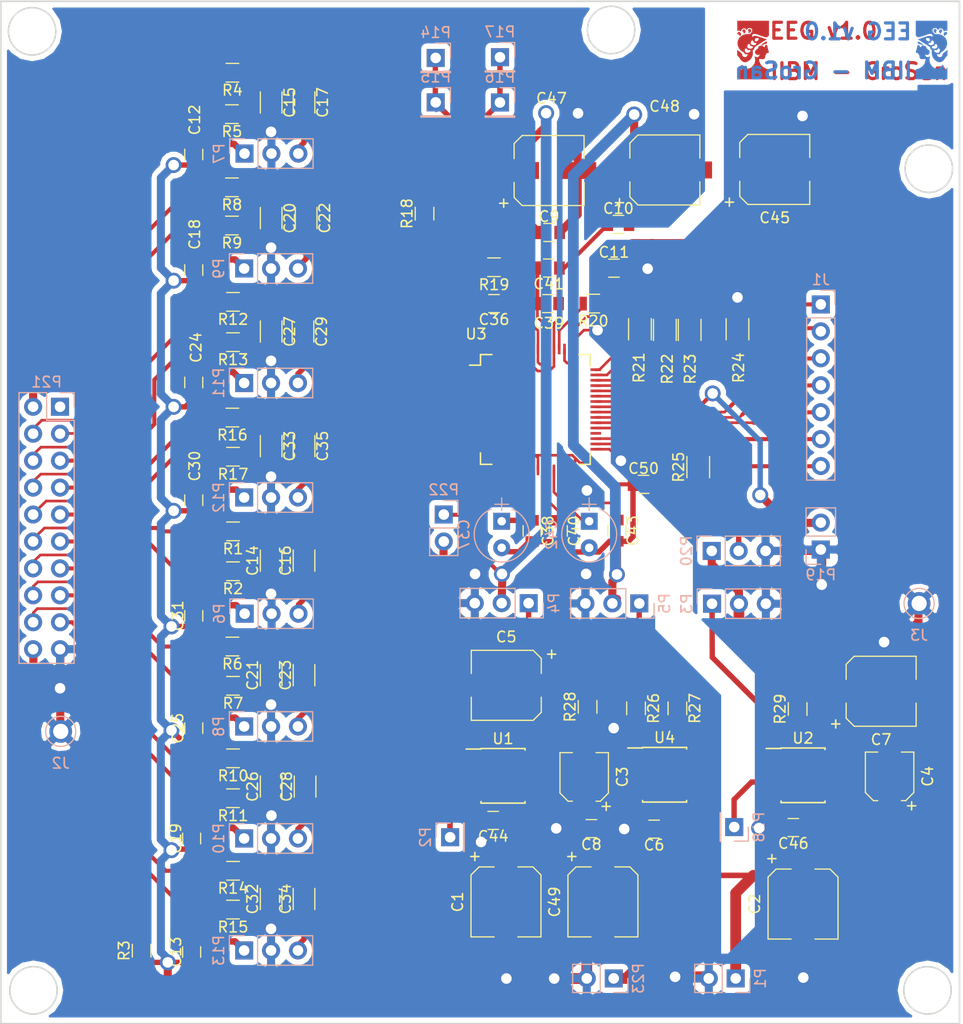
<source format=kicad_pcb>
(kicad_pcb (version 4) (host pcbnew 4.0.6)
  (layers (0 F.Cu signal) (31 B.Cu signal) (34 B.Paste user) (35 F.Paste user) (36 B.SilkS user) (37 F.SilkS user) (38 B.Mask user) (39 F.Mask user) (44 Edge.Cuts user))
  (net 0 "")
  (net 1 GND)
  (net 2 "Net-(C3-Pad1)")
  (net 3 "Net-(C4-Pad1)")
  (net 4 "Net-(C12-Pad1)")
  (net 5 "Net-(C12-Pad2)")
  (net 6 "Net-(C13-Pad2)")
  (net 7 "Net-(C14-Pad2)")
  (net 8 "Net-(C15-Pad1)")
  (net 9 "Net-(C16-Pad1)")
  (net 10 "Net-(C16-Pad2)")
  (net 11 "Net-(C17-Pad1)")
  (net 12 "Net-(C17-Pad2)")
  (net 13 "Net-(C18-Pad1)")
  (net 14 "Net-(C19-Pad2)")
  (net 15 "Net-(C20-Pad1)")
  (net 16 "Net-(C21-Pad2)")
  (net 17 "Net-(C22-Pad1)")
  (net 18 "Net-(C22-Pad2)")
  (net 19 "Net-(C23-Pad1)")
  (net 20 "Net-(C23-Pad2)")
  (net 21 "Net-(C24-Pad1)")
  (net 22 "Net-(C25-Pad2)")
  (net 23 "Net-(C26-Pad2)")
  (net 24 "Net-(C27-Pad1)")
  (net 25 "Net-(C28-Pad1)")
  (net 26 "Net-(C28-Pad2)")
  (net 27 "Net-(C29-Pad1)")
  (net 28 "Net-(C29-Pad2)")
  (net 29 "Net-(C30-Pad1)")
  (net 30 "Net-(C31-Pad2)")
  (net 31 "Net-(C32-Pad2)")
  (net 32 "Net-(C33-Pad1)")
  (net 33 "Net-(C34-Pad1)")
  (net 34 "Net-(C34-Pad2)")
  (net 35 "Net-(C35-Pad1)")
  (net 36 "Net-(C35-Pad2)")
  (net 37 "Net-(C36-Pad1)")
  (net 38 "Net-(C36-Pad2)")
  (net 39 "Net-(C37-Pad1)")
  (net 40 -2.5)
  (net 41 "Net-(C39-Pad1)")
  (net 42 "Net-(C40-Pad1)")
  (net 43 "Net-(C42-Pad1)")
  (net 44 "Net-(C43-Pad1)")
  (net 45 "Net-(P19-Pad2)")
  (net 46 +3.3)
  (net 47 "Net-(P20-Pad2)")
  (net 48 IN8P)
  (net 49 IN8N)
  (net 50 IN7P)
  (net 51 IN7N)
  (net 52 IN6P)
  (net 53 IN6N)
  (net 54 IN5P)
  (net 55 IN5N)
  (net 56 IN4P)
  (net 57 IN4N)
  (net 58 IN3P)
  (net 59 IN3N)
  (net 60 IN2P)
  (net 61 IN2N)
  (net 62 IN1P)
  (net 63 IN1N)
  (net 64 Ref_elec)
  (net 65 Bias)
  (net 66 "Net-(R20-Pad2)")
  (net 67 "Net-(R21-Pad2)")
  (net 68 "Net-(R22-Pad2)")
  (net 69 "Net-(R23-Pad2)")
  (net 70 "Net-(R24-Pad2)")
  (net 71 "Net-(R25-Pad2)")
  (net 72 "Net-(U1-Pad1)")
  (net 73 "Net-(U1-Pad7)")
  (net 74 "Net-(U1-Pad8)")
  (net 75 "Net-(U2-Pad1)")
  (net 76 "Net-(U2-Pad7)")
  (net 77 "Net-(U2-Pad8)")
  (net 78 "Net-(U3-Pad18)")
  (net 79 +2.5)
  (net 80 "Net-(U3-Pad27)")
  (net 81 "Net-(U3-Pad29)")
  (net 82 "Net-(U3-Pad36)")
  (net 83 "Net-(U3-Pad60)")
  (net 84 "Net-(U3-Pad62)")
  (net 85 "Net-(U3-Pad64)")
  (net 86 +5)
  (net 87 "Net-(C5-Pad1)")
  (net 88 "Net-(P5-Pad1)")
  (net 89 -5)
  (net 90 "Net-(R26-Pad2)")
  (net 91 "Net-(U4-Pad1)")
  (net 92 "Net-(U4-Pad5)")
  (net 93 "Net-(U4-Pad8)")
  (net 94 "Net-(P21-Pad1)")
  (net 95 "Net-(J1-Pad7)")
  (net 96 "Net-(J1-Pad6)")
  (net 97 "Net-(J1-Pad5)")
  (net 98 "Net-(J1-Pad4)")
  (net 99 "Net-(J1-Pad3)")
  (net 100 "Net-(J1-Pad2)")
  (net 101 "Net-(J1-Pad1)")
  (net 102 "Net-(C7-Pad1)")
  (net 103 "Net-(P2-Pad1)")
  (net 104 "Net-(P3-Pad1)")
  (net 105 "Net-(P4-Pad1)")
  (net 106 "Net-(P18-Pad1)")
  (net 107 "Net-(P22-Pad1)")
  (module Capacitors_SMD:CP_Elec_6.3x5.8 (layer F.Cu) (at 177.9524 40.2844)
    (fp_text reference C48 (at -0.0254 -5.9944) (layer F.SilkS))
    (fp_text value 10u)
    (fp_text user + (at -4.28 3.01) (layer F.SilkS))
    (pad 1 smd rect (at -2.7 0 180) (size 3.5 1.6) (layers F.Cu F.Paste F.Mask) (net 40 -2.5))
    (pad 2 smd rect (at 2.7 0 180) (size 3.5 1.6) (layers F.Cu F.Paste F.Mask) (net 1 GND))
  )
  (module Housings_QFP:LQFP-64_10x10mm_Pitch0.5mm (layer F.Cu) (at 165.735 62.865)
    (fp_text reference U3 (at -5.588 -7.112) (layer F.SilkS))
    (fp_text value ADS1299)
    (pad 1 smd rect (at -5.7 -3.75) (size 1 0.25) (layers F.Cu F.Paste F.Mask) (net 11 "Net-(C17-Pad1)"))
    (pad 2 smd rect (at -5.7 -3.25) (size 1 0.25) (layers F.Cu F.Paste F.Mask) (net 8 "Net-(C15-Pad1)"))
    (pad 3 smd rect (at -5.7 -2.75) (size 1 0.25) (layers F.Cu F.Paste F.Mask) (net 17 "Net-(C22-Pad1)"))
    (pad 4 smd rect (at -5.7 -2.25) (size 1 0.25) (layers F.Cu F.Paste F.Mask) (net 15 "Net-(C20-Pad1)"))
    (pad 5 smd rect (at -5.7 -1.75) (size 1 0.25) (layers F.Cu F.Paste F.Mask) (net 27 "Net-(C29-Pad1)"))
    (pad 6 smd rect (at -5.7 -1.25) (size 1 0.25) (layers F.Cu F.Paste F.Mask) (net 24 "Net-(C27-Pad1)"))
    (pad 7 smd rect (at -5.7 -0.75) (size 1 0.25) (layers F.Cu F.Paste F.Mask) (net 35 "Net-(C35-Pad1)"))
    (pad 8 smd rect (at -5.7 -0.25) (size 1 0.25) (layers F.Cu F.Paste F.Mask) (net 32 "Net-(C33-Pad1)"))
    (pad 9 smd rect (at -5.7 0.25) (size 1 0.25) (layers F.Cu F.Paste F.Mask) (net 10 "Net-(C16-Pad2)"))
    (pad 10 smd rect (at -5.7 0.75) (size 1 0.25) (layers F.Cu F.Paste F.Mask) (net 7 "Net-(C14-Pad2)"))
    (pad 11 smd rect (at -5.7 1.25) (size 1 0.25) (layers F.Cu F.Paste F.Mask) (net 20 "Net-(C23-Pad2)"))
    (pad 12 smd rect (at -5.7 1.75) (size 1 0.25) (layers F.Cu F.Paste F.Mask) (net 16 "Net-(C21-Pad2)"))
    (pad 13 smd rect (at -5.7 2.25) (size 1 0.25) (layers F.Cu F.Paste F.Mask) (net 26 "Net-(C28-Pad2)"))
    (pad 14 smd rect (at -5.7 2.75) (size 1 0.25) (layers F.Cu F.Paste F.Mask) (net 23 "Net-(C26-Pad2)"))
    (pad 15 smd rect (at -5.7 3.25) (size 1 0.25) (layers F.Cu F.Paste F.Mask) (net 34 "Net-(C34-Pad2)"))
    (pad 16 smd rect (at -5.7 3.75) (size 1 0.25) (layers F.Cu F.Paste F.Mask) (net 31 "Net-(C32-Pad2)"))
    (pad 17 smd rect (at -3.75 5.7 90) (size 1 0.25) (layers F.Cu F.Paste F.Mask) (net 107 "Net-(P22-Pad1)"))
    (pad 18 smd rect (at -3.25 5.7 90) (size 1 0.25) (layers F.Cu F.Paste F.Mask) (net 78 "Net-(U3-Pad18)"))
    (pad 19 smd rect (at -2.75 5.7 90) (size 1 0.25) (layers F.Cu F.Paste F.Mask) (net 79 +2.5))
    (pad 20 smd rect (at -2.25 5.7 90) (size 1 0.25) (layers F.Cu F.Paste F.Mask) (net 40 -2.5))
    (pad 21 smd rect (at -1.75 5.7 90) (size 1 0.25) (layers F.Cu F.Paste F.Mask) (net 79 +2.5))
    (pad 22 smd rect (at -1.25 5.7 90) (size 1 0.25) (layers F.Cu F.Paste F.Mask) (net 79 +2.5))
    (pad 23 smd rect (at -0.75 5.7 90) (size 1 0.25) (layers F.Cu F.Paste F.Mask) (net 40 -2.5))
    (pad 24 smd rect (at -0.25 5.7 90) (size 1 0.25) (layers F.Cu F.Paste F.Mask) (net 39 "Net-(C37-Pad1)"))
    (pad 25 smd rect (at 0.25 5.7 90) (size 1 0.25) (layers F.Cu F.Paste F.Mask) (net 40 -2.5))
    (pad 26 smd rect (at 0.75 5.7 90) (size 1 0.25) (layers F.Cu F.Paste F.Mask) (net 42 "Net-(C40-Pad1)"))
    (pad 27 smd rect (at 1.25 5.7 90) (size 1 0.25) (layers F.Cu F.Paste F.Mask) (net 80 "Net-(U3-Pad27)"))
    (pad 28 smd rect (at 1.75 5.7 90) (size 1 0.25) (layers F.Cu F.Paste F.Mask) (net 43 "Net-(C42-Pad1)"))
    (pad 29 smd rect (at 2.25 5.7 90) (size 1 0.25) (layers F.Cu F.Paste F.Mask) (net 81 "Net-(U3-Pad29)"))
    (pad 30 smd rect (at 2.75 5.7 90) (size 1 0.25) (layers F.Cu F.Paste F.Mask) (net 44 "Net-(C43-Pad1)"))
    (pad 31 smd rect (at 3.25 5.7 90) (size 1 0.25) (layers F.Cu F.Paste F.Mask) (net 1 GND))
    (pad 32 smd rect (at 3.75 5.7 90) (size 1 0.25) (layers F.Cu F.Paste F.Mask) (net 40 -2.5))
    (pad 33 smd rect (at 5.7 3.75) (size 1 0.25) (layers F.Cu F.Paste F.Mask) (net 1 GND))
    (pad 34 smd rect (at 5.7 3.25) (size 1 0.25) (layers F.Cu F.Paste F.Mask) (net 95 "Net-(J1-Pad7)"))
    (pad 35 smd rect (at 5.7 2.75) (size 1 0.25) (layers F.Cu F.Paste F.Mask) (net 71 "Net-(R25-Pad2)"))
    (pad 36 smd rect (at 5.7 2.25) (size 1 0.25) (layers F.Cu F.Paste F.Mask) (net 82 "Net-(U3-Pad36)"))
    (pad 37 smd rect (at 5.7 1.75) (size 1 0.25) (layers F.Cu F.Paste F.Mask) (net 96 "Net-(J1-Pad6)"))
    (pad 38 smd rect (at 5.7 1.25) (size 1 0.25) (layers F.Cu F.Paste F.Mask) (net 97 "Net-(J1-Pad5)"))
    (pad 39 smd rect (at 5.7 0.75) (size 1 0.25) (layers F.Cu F.Paste F.Mask) (net 98 "Net-(J1-Pad4)"))
    (pad 40 smd rect (at 5.7 0.25) (size 1 0.25) (layers F.Cu F.Paste F.Mask) (net 99 "Net-(J1-Pad3)"))
    (pad 41 smd rect (at 5.7 -0.25) (size 1 0.25) (layers F.Cu F.Paste F.Mask) (net 45 "Net-(P19-Pad2)"))
    (pad 42 smd rect (at 5.7 -0.75) (size 1 0.25) (layers F.Cu F.Paste F.Mask) (net 70 "Net-(R24-Pad2)"))
    (pad 43 smd rect (at 5.7 -1.25) (size 1 0.25) (layers F.Cu F.Paste F.Mask) (net 100 "Net-(J1-Pad2)"))
    (pad 44 smd rect (at 5.7 -1.75) (size 1 0.25) (layers F.Cu F.Paste F.Mask) (net 69 "Net-(R23-Pad2)"))
    (pad 45 smd rect (at 5.7 -2.25) (size 1 0.25) (layers F.Cu F.Paste F.Mask) (net 68 "Net-(R22-Pad2)"))
    (pad 46 smd rect (at 5.7 -2.75) (size 1 0.25) (layers F.Cu F.Paste F.Mask) (net 67 "Net-(R21-Pad2)"))
    (pad 47 smd rect (at 5.7 -3.25) (size 1 0.25) (layers F.Cu F.Paste F.Mask) (net 101 "Net-(J1-Pad1)"))
    (pad 48 smd rect (at 5.7 -3.75) (size 1 0.25) (layers F.Cu F.Paste F.Mask) (net 46 +3.3))
    (pad 49 smd rect (at 3.75 -5.7 90) (size 1 0.25) (layers F.Cu F.Paste F.Mask) (net 1 GND))
    (pad 50 smd rect (at 3.25 -5.7 90) (size 1 0.25) (layers F.Cu F.Paste F.Mask) (net 46 +3.3))
    (pad 51 smd rect (at 2.75 -5.7 90) (size 1 0.25) (layers F.Cu F.Paste F.Mask) (net 1 GND))
    (pad 52 smd rect (at 2.25 -5.7 90) (size 1 0.25) (layers F.Cu F.Paste F.Mask) (net 66 "Net-(R20-Pad2)"))
    (pad 53 smd rect (at 1.75 -5.7 90) (size 1 0.25) (layers F.Cu F.Paste F.Mask) (net 40 -2.5))
    (pad 54 smd rect (at 1.25 -5.7 90) (size 1 0.25) (layers F.Cu F.Paste F.Mask) (net 79 +2.5))
    (pad 55 smd rect (at 0.75 -5.7 90) (size 1 0.25) (layers F.Cu F.Paste F.Mask) (net 41 "Net-(C39-Pad1)"))
    (pad 56 smd rect (at 0.25 -5.7 90) (size 1 0.25) (layers F.Cu F.Paste F.Mask) (net 79 +2.5))
    (pad 57 smd rect (at -0.25 -5.7 90) (size 1 0.25) (layers F.Cu F.Paste F.Mask) (net 40 -2.5))
    (pad 58 smd rect (at -0.75 -5.7 90) (size 1 0.25) (layers F.Cu F.Paste F.Mask) (net 40 -2.5))
    (pad 59 smd rect (at -1.25 -5.7 90) (size 1 0.25) (layers F.Cu F.Paste F.Mask) (net 79 +2.5))
    (pad 60 smd rect (at -1.75 -5.7 90) (size 1 0.25) (layers F.Cu F.Paste F.Mask) (net 83 "Net-(U3-Pad60)"))
    (pad 61 smd rect (at -2.25 -5.7 90) (size 1 0.25) (layers F.Cu F.Paste F.Mask) (net 37 "Net-(C36-Pad1)"))
    (pad 62 smd rect (at -2.75 -5.7 90) (size 1 0.25) (layers F.Cu F.Paste F.Mask) (net 84 "Net-(U3-Pad62)"))
    (pad 63 smd rect (at -3.25 -5.7 90) (size 1 0.25) (layers F.Cu F.Paste F.Mask) (net 38 "Net-(C36-Pad2)"))
    (pad 64 smd rect (at -3.75 -5.7 90) (size 1 0.25) (layers F.Cu F.Paste F.Mask) (net 85 "Net-(U3-Pad64)"))
  )
  (module Pin_Headers:Pin_Header_Straight_1x03_Pitch2.54mm (layer B.Cu) (at 175.5394 81.153 90)
    (fp_text reference P5 (at 0 2.39 90) (layer B.SilkS) (effects (justify mirror)))
    (fp_text value -2.5V)
    (pad 1 thru_hole rect (at 0 0 90) (size 1.7 1.7) (drill 1) (layers *.Cu *.Mask) (net 88 "Net-(P5-Pad1)"))
    (pad 2 thru_hole oval (at 0 -2.54 90) (size 1.7 1.7) (drill 1) (layers *.Cu *.Mask) (net 40 -2.5))
    (pad 3 thru_hole oval (at 0 -5.08 90) (size 1.7 1.7) (drill 1) (layers *.Cu *.Mask) (net 1 GND))
  )
  (module Capacitors_SMD:C_0805 (layer F.Cu) (at 171.0182 102.3874 180)
    (fp_text reference C8 (at 0 -1.5 180) (layer F.SilkS))
    (fp_text value 0.1u)
    (pad 1 smd rect (at -1 0 180) (size 1 1.25) (layers F.Cu F.Paste F.Mask) (net 89 -5))
    (pad 2 smd rect (at 1 0 180) (size 1 1.25) (layers F.Cu F.Paste F.Mask) (net 1 GND))
  )
  (module Housings_SOIC:SOIC-8_3.9x4.9mm_Pitch1.27mm (layer F.Cu) (at 162.687 97.409)
    (fp_text reference U1 (at 0 -3.5) (layer F.SilkS))
    (fp_text value REF5025)
    (pad 1 smd rect (at -2.7 -1.905) (size 1.55 0.6) (layers F.Cu F.Paste F.Mask) (net 72 "Net-(U1-Pad1)"))
    (pad 2 smd rect (at -2.7 -0.635) (size 1.55 0.6) (layers F.Cu F.Paste F.Mask) (net 86 +5))
    (pad 3 smd rect (at -2.7 0.635) (size 1.55 0.6) (layers F.Cu F.Paste F.Mask) (net 103 "Net-(P2-Pad1)"))
    (pad 4 smd rect (at -2.7 1.905) (size 1.55 0.6) (layers F.Cu F.Paste F.Mask) (net 1 GND))
    (pad 5 smd rect (at 2.7 1.905) (size 1.55 0.6) (layers F.Cu F.Paste F.Mask) (net 2 "Net-(C3-Pad1)"))
    (pad 6 smd rect (at 2.7 0.635) (size 1.55 0.6) (layers F.Cu F.Paste F.Mask) (net 105 "Net-(P4-Pad1)"))
    (pad 7 smd rect (at 2.7 -0.635) (size 1.55 0.6) (layers F.Cu F.Paste F.Mask) (net 73 "Net-(U1-Pad7)"))
    (pad 8 smd rect (at 2.7 -1.905) (size 1.55 0.6) (layers F.Cu F.Paste F.Mask) (net 74 "Net-(U1-Pad8)"))
  )
  (module Housings_SOIC:SOIC-8_3.9x4.9mm_Pitch1.27mm (layer F.Cu) (at 177.927 97.3074)
    (fp_text reference U4 (at 0 -3.5) (layer F.SilkS))
    (fp_text value OPA735)
    (pad 1 smd rect (at -2.7 -1.905) (size 1.55 0.6) (layers F.Cu F.Paste F.Mask) (net 91 "Net-(U4-Pad1)"))
    (pad 2 smd rect (at -2.7 -0.635) (size 1.55 0.6) (layers F.Cu F.Paste F.Mask) (net 90 "Net-(R26-Pad2)"))
    (pad 3 smd rect (at -2.7 0.635) (size 1.55 0.6) (layers F.Cu F.Paste F.Mask) (net 1 GND))
    (pad 4 smd rect (at -2.7 1.905) (size 1.55 0.6) (layers F.Cu F.Paste F.Mask) (net 89 -5))
    (pad 5 smd rect (at 2.7 1.905) (size 1.55 0.6) (layers F.Cu F.Paste F.Mask) (net 92 "Net-(U4-Pad5)"))
    (pad 6 smd rect (at 2.7 0.635) (size 1.55 0.6) (layers F.Cu F.Paste F.Mask) (net 88 "Net-(P5-Pad1)"))
    (pad 7 smd rect (at 2.7 -0.635) (size 1.55 0.6) (layers F.Cu F.Paste F.Mask) (net 86 +5))
    (pad 8 smd rect (at 2.7 -1.905) (size 1.55 0.6) (layers F.Cu F.Paste F.Mask) (net 93 "Net-(U4-Pad8)"))
  )
  (module Pin_Headers:Pin_Header_Straight_1x03_Pitch2.54mm (layer B.Cu) (at 138.303 38.735 270)
    (fp_text reference P7 (at 0 2.39 270) (layer B.SilkS) (effects (justify mirror)))
    (fp_text value IN8)
    (pad 1 thru_hole rect (at 0 0 270) (size 1.7 1.7) (drill 1) (layers *.Cu *.Mask) (net 4 "Net-(C12-Pad1)"))
    (pad 2 thru_hole oval (at 0 -2.54 270) (size 1.7 1.7) (drill 1) (layers *.Cu *.Mask) (net 1 GND))
    (pad 3 thru_hole oval (at 0 -5.08 270) (size 1.7 1.7) (drill 1) (layers *.Cu *.Mask) (net 12 "Net-(C17-Pad2)"))
  )
  (module Pin_Headers:Pin_Header_Straight_1x03_Pitch2.54mm (layer B.Cu) (at 138.26684 60.37 270)
    (fp_text reference P11 (at 0 2.39 270) (layer B.SilkS) (effects (justify mirror)))
    (fp_text value IN6)
    (pad 1 thru_hole rect (at 0 0 270) (size 1.7 1.7) (drill 1) (layers *.Cu *.Mask) (net 21 "Net-(C24-Pad1)"))
    (pad 2 thru_hole oval (at 0 -2.54 270) (size 1.7 1.7) (drill 1) (layers *.Cu *.Mask) (net 1 GND))
    (pad 3 thru_hole oval (at 0 -5.08 270) (size 1.7 1.7) (drill 1) (layers *.Cu *.Mask) (net 28 "Net-(C29-Pad2)"))
  )
  (module Capacitors_SMD:C_0805 (layer F.Cu) (at 173.4312 74.295 270)
    (fp_text reference C43 (at 0 -1.5 270) (layer F.SilkS))
    (fp_text value 1u)
    (pad 1 smd rect (at -1 0 270) (size 1 1.25) (layers F.Cu F.Paste F.Mask) (net 44 "Net-(C43-Pad1)"))
    (pad 2 smd rect (at 1 0 270) (size 1 1.25) (layers F.Cu F.Paste F.Mask) (net 40 -2.5))
  )
  (module Capacitors_SMD:C_0805 (layer F.Cu) (at 167.894 74.3204 270)
    (fp_text reference C40 (at 0 -1.5 270) (layer F.SilkS))
    (fp_text value 1u)
    (pad 1 smd rect (at -1 0 270) (size 1 1.25) (layers F.Cu F.Paste F.Mask) (net 42 "Net-(C40-Pad1)"))
    (pad 2 smd rect (at 1 0 270) (size 1 1.25) (layers F.Cu F.Paste F.Mask) (net 40 -2.5))
  )
  (module Capacitors_SMD:C_0805 (layer F.Cu) (at 166.9288 52.8828)
    (fp_text reference C39 (at 0.0762 1.8542) (layer F.SilkS))
    (fp_text value 0.1u)
    (pad 1 smd rect (at -1 0) (size 1 1.25) (layers F.Cu F.Paste F.Mask) (net 41 "Net-(C39-Pad1)"))
    (pad 2 smd rect (at 1 0) (size 1 1.25) (layers F.Cu F.Paste F.Mask) (net 40 -2.5))
  )
  (module Capacitors_SMD:C_0805 (layer F.Cu) (at 165.4302 74.3204 270)
    (fp_text reference C38 (at 0 -1.5 270) (layer F.SilkS))
    (fp_text value 0.1u)
    (pad 1 smd rect (at -1 0 270) (size 1 1.25) (layers F.Cu F.Paste F.Mask) (net 39 "Net-(C37-Pad1)"))
    (pad 2 smd rect (at 1 0 270) (size 1 1.25) (layers F.Cu F.Paste F.Mask) (net 40 -2.5))
  )
  (module Capacitors_SMD:C_0805 (layer F.Cu) (at 161.8361 52.8828 180)
    (fp_text reference C36 (at 0 -1.5 180) (layer F.SilkS))
    (fp_text value 0.01u)
    (pad 1 smd rect (at -1 0 180) (size 1 1.25) (layers F.Cu F.Paste F.Mask) (net 37 "Net-(C36-Pad1)"))
    (pad 2 smd rect (at 1 0 180) (size 1 1.25) (layers F.Cu F.Paste F.Mask) (net 38 "Net-(C36-Pad2)"))
  )
  (module Capacitors_SMD:C_0805 (layer F.Cu) (at 133.51684 82.32 90)
    (fp_text reference C31 (at 0 -1.5 90) (layer F.SilkS))
    (fp_text value 4.7n)
    (pad 1 smd rect (at -1 0 90) (size 1 1.25) (layers F.Cu F.Paste F.Mask) (net 5 "Net-(C12-Pad2)"))
    (pad 2 smd rect (at 1 0 90) (size 1 1.25) (layers F.Cu F.Paste F.Mask) (net 30 "Net-(C31-Pad2)"))
  )
  (module Capacitors_SMD:C_0805 (layer F.Cu) (at 133.51684 71.42 270)
    (fp_text reference C30 (at -3.221 -0.08716 270) (layer F.SilkS))
    (fp_text value 4.7n)
    (pad 1 smd rect (at -1 0 270) (size 1 1.25) (layers F.Cu F.Paste F.Mask) (net 29 "Net-(C30-Pad1)"))
    (pad 2 smd rect (at 1 0 270) (size 1 1.25) (layers F.Cu F.Paste F.Mask) (net 5 "Net-(C12-Pad2)"))
  )
  (module Capacitors_SMD:C_0805 (layer F.Cu) (at 133.51684 92.92 90)
    (fp_text reference C25 (at 0 -1.5 90) (layer F.SilkS))
    (fp_text value 4.7n)
    (pad 1 smd rect (at -1 0 90) (size 1 1.25) (layers F.Cu F.Paste F.Mask) (net 5 "Net-(C12-Pad2)"))
    (pad 2 smd rect (at 1 0 90) (size 1 1.25) (layers F.Cu F.Paste F.Mask) (net 22 "Net-(C25-Pad2)"))
  )
  (module Capacitors_SMD:C_0805 (layer F.Cu) (at 133.51684 60.32 270)
    (fp_text reference C24 (at -3.297 -0.21416 270) (layer F.SilkS))
    (fp_text value 4.7n)
    (pad 1 smd rect (at -1 0 270) (size 1 1.25) (layers F.Cu F.Paste F.Mask) (net 21 "Net-(C24-Pad1)"))
    (pad 2 smd rect (at 1 0 270) (size 1 1.25) (layers F.Cu F.Paste F.Mask) (net 5 "Net-(C12-Pad2)"))
  )
  (module Capacitors_SMD:C_0805 (layer F.Cu) (at 133.31684 103.32 90)
    (fp_text reference C19 (at 0 -1.5 90) (layer F.SilkS))
    (fp_text value 4.7n)
    (pad 1 smd rect (at -1 0 90) (size 1 1.25) (layers F.Cu F.Paste F.Mask) (net 5 "Net-(C12-Pad2)"))
    (pad 2 smd rect (at 1 0 90) (size 1 1.25) (layers F.Cu F.Paste F.Mask) (net 14 "Net-(C19-Pad2)"))
  )
  (module Capacitors_SMD:C_0805 (layer F.Cu) (at 133.51684 49.72 270)
    (fp_text reference C18 (at -3.365 -0.08716 270) (layer F.SilkS))
    (fp_text value 4.7n)
    (pad 1 smd rect (at -1 0 270) (size 1 1.25) (layers F.Cu F.Paste F.Mask) (net 13 "Net-(C18-Pad1)"))
    (pad 2 smd rect (at 1 0 270) (size 1 1.25) (layers F.Cu F.Paste F.Mask) (net 5 "Net-(C12-Pad2)"))
  )
  (module Capacitors_SMD:C_0805 (layer F.Cu) (at 133.31684 114.02 90)
    (fp_text reference C13 (at 0 -1.5 90) (layer F.SilkS))
    (fp_text value 4.7n)
    (pad 1 smd rect (at -1 0 90) (size 1 1.25) (layers F.Cu F.Paste F.Mask) (net 5 "Net-(C12-Pad2)"))
    (pad 2 smd rect (at 1 0 90) (size 1 1.25) (layers F.Cu F.Paste F.Mask) (net 6 "Net-(C13-Pad2)"))
  )
  (module Capacitors_SMD:C_0805 (layer F.Cu) (at 133.51684 38.82 270)
    (fp_text reference C12 (at -3.26 -0.08716 270) (layer F.SilkS))
    (fp_text value 4.7n)
    (pad 1 smd rect (at -1 0 270) (size 1 1.25) (layers F.Cu F.Paste F.Mask) (net 4 "Net-(C12-Pad1)"))
    (pad 2 smd rect (at 1 0 270) (size 1 1.25) (layers F.Cu F.Paste F.Mask) (net 5 "Net-(C12-Pad2)"))
  )
  (module Capacitors_SMD:C_0805 (layer F.Cu) (at 173.5709 45.4152)
    (fp_text reference C10 (at 0 -1.5) (layer F.SilkS))
    (fp_text value 0.1u)
    (pad 1 smd rect (at -1 0) (size 1 1.25) (layers F.Cu F.Paste F.Mask) (net 40 -2.5))
    (pad 2 smd rect (at 1 0) (size 1 1.25) (layers F.Cu F.Paste F.Mask) (net 1 GND))
  )
  (module Pin_Headers:Pin_Header_Straight_1x03_Pitch2.54mm (layer B.Cu) (at 182.3974 81.1784 270)
    (fp_text reference P3 (at 0 2.39 270) (layer B.SilkS) (effects (justify mirror)))
    (fp_text value +3.3V)
    (pad 1 thru_hole rect (at 0 0 270) (size 1.7 1.7) (drill 1) (layers *.Cu *.Mask) (net 104 "Net-(P3-Pad1)"))
    (pad 2 thru_hole oval (at 0 -2.54 270) (size 1.7 1.7) (drill 1) (layers *.Cu *.Mask) (net 46 +3.3))
    (pad 3 thru_hole oval (at 0 -5.08 270) (size 1.7 1.7) (drill 1) (layers *.Cu *.Mask) (net 1 GND))
  )
  (module Pin_Headers:Pin_Header_Straight_1x03_Pitch2.54mm (layer B.Cu) (at 165.1 81.1276 90)
    (fp_text reference P4 (at 0 2.39 90) (layer B.SilkS) (effects (justify mirror)))
    (fp_text value +2.5V)
    (pad 1 thru_hole rect (at 0 0 90) (size 1.7 1.7) (drill 1) (layers *.Cu *.Mask) (net 105 "Net-(P4-Pad1)"))
    (pad 2 thru_hole oval (at 0 -2.54 90) (size 1.7 1.7) (drill 1) (layers *.Cu *.Mask) (net 79 +2.5))
    (pad 3 thru_hole oval (at 0 -5.08 90) (size 1.7 1.7) (drill 1) (layers *.Cu *.Mask) (net 1 GND))
  )
  (module Pin_Headers:Pin_Header_Straight_1x03_Pitch2.54mm (layer B.Cu) (at 138.31684 82.12 270)
    (fp_text reference P6 (at 0 2.39 270) (layer B.SilkS) (effects (justify mirror)))
    (fp_text value IN4)
    (pad 1 thru_hole rect (at 0 0 270) (size 1.7 1.7) (drill 1) (layers *.Cu *.Mask) (net 30 "Net-(C31-Pad2)"))
    (pad 2 thru_hole oval (at 0 -2.54 270) (size 1.7 1.7) (drill 1) (layers *.Cu *.Mask) (net 1 GND))
    (pad 3 thru_hole oval (at 0 -5.08 270) (size 1.7 1.7) (drill 1) (layers *.Cu *.Mask) (net 9 "Net-(C16-Pad1)"))
  )
  (module Pin_Headers:Pin_Header_Straight_1x03_Pitch2.54mm (layer B.Cu) (at 138.26684 92.755 270)
    (fp_text reference P8 (at 0 2.39 270) (layer B.SilkS) (effects (justify mirror)))
    (fp_text value IN3)
    (pad 1 thru_hole rect (at 0 0 270) (size 1.7 1.7) (drill 1) (layers *.Cu *.Mask) (net 22 "Net-(C25-Pad2)"))
    (pad 2 thru_hole oval (at 0 -2.54 270) (size 1.7 1.7) (drill 1) (layers *.Cu *.Mask) (net 1 GND))
    (pad 3 thru_hole oval (at 0 -5.08 270) (size 1.7 1.7) (drill 1) (layers *.Cu *.Mask) (net 19 "Net-(C23-Pad1)"))
  )
  (module Pin_Headers:Pin_Header_Straight_1x03_Pitch2.54mm (layer B.Cu) (at 138.26684 49.575 270)
    (fp_text reference P9 (at 0 2.39 270) (layer B.SilkS) (effects (justify mirror)))
    (fp_text value IN7)
    (pad 1 thru_hole rect (at 0 0 270) (size 1.7 1.7) (drill 1) (layers *.Cu *.Mask) (net 13 "Net-(C18-Pad1)"))
    (pad 2 thru_hole oval (at 0 -2.54 270) (size 1.7 1.7) (drill 1) (layers *.Cu *.Mask) (net 1 GND))
    (pad 3 thru_hole oval (at 0 -5.08 270) (size 1.7 1.7) (drill 1) (layers *.Cu *.Mask) (net 18 "Net-(C22-Pad2)"))
  )
  (module Pin_Headers:Pin_Header_Straight_1x03_Pitch2.54mm (layer B.Cu) (at 138.26684 103.315 270)
    (fp_text reference P10 (at 0 2.39 270) (layer B.SilkS) (effects (justify mirror)))
    (fp_text value IN2)
    (pad 1 thru_hole rect (at 0 0 270) (size 1.7 1.7) (drill 1) (layers *.Cu *.Mask) (net 14 "Net-(C19-Pad2)"))
    (pad 2 thru_hole oval (at 0 -2.54 270) (size 1.7 1.7) (drill 1) (layers *.Cu *.Mask) (net 1 GND))
    (pad 3 thru_hole oval (at 0 -5.08 270) (size 1.7 1.7) (drill 1) (layers *.Cu *.Mask) (net 25 "Net-(C28-Pad1)"))
  )
  (module Pin_Headers:Pin_Header_Straight_1x03_Pitch2.54mm (layer B.Cu) (at 138.26684 71.165 270)
    (fp_text reference P12 (at 0 2.39 270) (layer B.SilkS) (effects (justify mirror)))
    (fp_text value IN5)
    (pad 1 thru_hole rect (at 0 0 270) (size 1.7 1.7) (drill 1) (layers *.Cu *.Mask) (net 29 "Net-(C30-Pad1)"))
    (pad 2 thru_hole oval (at 0 -2.54 270) (size 1.7 1.7) (drill 1) (layers *.Cu *.Mask) (net 1 GND))
    (pad 3 thru_hole oval (at 0 -5.08 270) (size 1.7 1.7) (drill 1) (layers *.Cu *.Mask) (net 36 "Net-(C35-Pad2)"))
  )
  (module Pin_Headers:Pin_Header_Straight_1x03_Pitch2.54mm (layer B.Cu) (at 138.26684 113.875 270)
    (fp_text reference P13 (at 0 2.39 270) (layer B.SilkS) (effects (justify mirror)))
    (fp_text value IN1)
    (pad 1 thru_hole rect (at 0 0 270) (size 1.7 1.7) (drill 1) (layers *.Cu *.Mask) (net 6 "Net-(C13-Pad2)"))
    (pad 2 thru_hole oval (at 0 -2.54 270) (size 1.7 1.7) (drill 1) (layers *.Cu *.Mask) (net 1 GND))
    (pad 3 thru_hole oval (at 0 -5.08 270) (size 1.7 1.7) (drill 1) (layers *.Cu *.Mask) (net 33 "Net-(C34-Pad1)"))
  )
  (module Pin_Headers:Pin_Header_Straight_1x01_Pitch2.54mm (layer B.Cu) (at 156.337 29.718 180)
    (fp_text reference P14 (at 0 2.39 180) (layer B.SilkS) (effects (justify mirror)))
    (fp_text value BiasOut_C)
    (pad 1 thru_hole rect (at 0 0 180) (size 1.7 1.7) (drill 1) (layers *.Cu *.Mask) (net 38 "Net-(C36-Pad2)"))
  )
  (module Pin_Headers:Pin_Header_Straight_1x01_Pitch2.54mm (layer B.Cu) (at 156.337 33.909 180)
    (fp_text reference P15 (at 0 2.39 180) (layer B.SilkS) (effects (justify mirror)))
    (fp_text value BiasOut_R)
    (pad 1 thru_hole rect (at 0 0 180) (size 1.7 1.7) (drill 1) (layers *.Cu *.Mask) (net 38 "Net-(C36-Pad2)"))
  )
  (module Pin_Headers:Pin_Header_Straight_1x01_Pitch2.54mm (layer B.Cu) (at 162.3949 33.9217 180)
    (fp_text reference P16 (at 0 2.39 180) (layer B.SilkS) (effects (justify mirror)))
    (fp_text value BiasIn_C)
    (pad 1 thru_hole rect (at 0 0 180) (size 1.7 1.7) (drill 1) (layers *.Cu *.Mask) (net 37 "Net-(C36-Pad1)"))
  )
  (module Pin_Headers:Pin_Header_Straight_1x01_Pitch2.54mm (layer B.Cu) (at 162.3949 29.6545 180)
    (fp_text reference P17 (at 0 2.39 180) (layer B.SilkS) (effects (justify mirror)))
    (fp_text value BiasIn_R)
    (pad 1 thru_hole rect (at 0 0 180) (size 1.7 1.7) (drill 1) (layers *.Cu *.Mask) (net 37 "Net-(C36-Pad1)"))
  )
  (module Pin_Headers:Pin_Header_Straight_1x02_Pitch2.54mm (layer B.Cu) (at 192.659 76.073)
    (fp_text reference P19 (at 0 2.39) (layer B.SilkS) (effects (justify mirror)))
    (fp_text value Daisy)
    (pad 1 thru_hole rect (at 0 0) (size 1.7 1.7) (drill 1) (layers *.Cu *.Mask) (net 1 GND))
    (pad 2 thru_hole oval (at 0 -2.54) (size 1.7 1.7) (drill 1) (layers *.Cu *.Mask) (net 45 "Net-(P19-Pad2)"))
  )
  (module Pin_Headers:Pin_Header_Straight_1x03_Pitch2.54mm (layer B.Cu) (at 182.372 76.2 270)
    (fp_text reference P20 (at 0 2.39 270) (layer B.SilkS) (effects (justify mirror)))
    (fp_text value Sw_pwdn)
    (pad 1 thru_hole rect (at 0 0 270) (size 1.7 1.7) (drill 1) (layers *.Cu *.Mask) (net 46 +3.3))
    (pad 2 thru_hole oval (at 0 -2.54 270) (size 1.7 1.7) (drill 1) (layers *.Cu *.Mask) (net 47 "Net-(P20-Pad2)"))
    (pad 3 thru_hole oval (at 0 -5.08 270) (size 1.7 1.7) (drill 1) (layers *.Cu *.Mask) (net 1 GND))
  )
  (module Resistors_SMD:R_0805 (layer F.Cu) (at 137.2235 74.3585 180)
    (fp_text reference R1 (at 0 -1.65 180) (layer F.SilkS))
    (fp_text value 4.99k)
    (pad 1 smd rect (at -0.95 0 180) (size 0.7 1.3) (layers F.Cu F.Paste F.Mask) (net 10 "Net-(C16-Pad2)"))
    (pad 2 smd rect (at 0.95 0 180) (size 0.7 1.3) (layers F.Cu F.Paste F.Mask) (net 57 IN4N))
  )
  (module Resistors_SMD:R_0805 (layer F.Cu) (at 137.21684 78.12 180)
    (fp_text reference R2 (at 0 -1.65 180) (layer F.SilkS))
    (fp_text value 4.99k)
    (pad 1 smd rect (at -0.95 0 180) (size 0.7 1.3) (layers F.Cu F.Paste F.Mask) (net 7 "Net-(C14-Pad2)"))
    (pad 2 smd rect (at 0.95 0 180) (size 0.7 1.3) (layers F.Cu F.Paste F.Mask) (net 56 IN4P))
  )
  (module Resistors_SMD:R_0805 (layer F.Cu) (at 128.6002 113.8936 90)
    (fp_text reference R3 (at 0 -1.65 90) (layer F.SilkS))
    (fp_text value 4.99k)
    (pad 1 smd rect (at -0.95 0 90) (size 0.7 1.3) (layers F.Cu F.Paste F.Mask) (net 5 "Net-(C12-Pad2)"))
    (pad 2 smd rect (at 0.95 0 90) (size 0.7 1.3) (layers F.Cu F.Paste F.Mask) (net 64 Ref_elec))
  )
  (module Resistors_SMD:R_0805 (layer F.Cu) (at 137.16 31.115 180)
    (fp_text reference R4 (at 0 -1.65 180) (layer F.SilkS))
    (fp_text value 4.99k)
    (pad 1 smd rect (at -0.95 0 180) (size 0.7 1.3) (layers F.Cu F.Paste F.Mask) (net 11 "Net-(C17-Pad1)"))
    (pad 2 smd rect (at 0.95 0 180) (size 0.7 1.3) (layers F.Cu F.Paste F.Mask) (net 49 IN8N))
  )
  (module Resistors_SMD:R_0805 (layer F.Cu) (at 137.11684 35.02 180)
    (fp_text reference R5 (at 0 -1.65 180) (layer F.SilkS))
    (fp_text value 4.99k)
    (pad 1 smd rect (at -0.95 0 180) (size 0.7 1.3) (layers F.Cu F.Paste F.Mask) (net 8 "Net-(C15-Pad1)"))
    (pad 2 smd rect (at 0.95 0 180) (size 0.7 1.3) (layers F.Cu F.Paste F.Mask) (net 48 IN8P))
  )
  (module Resistors_SMD:R_0805 (layer F.Cu) (at 137.16 85.217 180)
    (fp_text reference R6 (at 0 -1.65 180) (layer F.SilkS))
    (fp_text value 4.99k)
    (pad 1 smd rect (at -0.95 0 180) (size 0.7 1.3) (layers F.Cu F.Paste F.Mask) (net 20 "Net-(C23-Pad2)"))
    (pad 2 smd rect (at 0.95 0 180) (size 0.7 1.3) (layers F.Cu F.Paste F.Mask) (net 59 IN3N))
  )
  (module Resistors_SMD:R_0805 (layer F.Cu) (at 137.21684 88.92 180)
    (fp_text reference R7 (at 0 -1.65 180) (layer F.SilkS))
    (fp_text value 4.99k)
    (pad 1 smd rect (at -0.95 0 180) (size 0.7 1.3) (layers F.Cu F.Paste F.Mask) (net 16 "Net-(C21-Pad2)"))
    (pad 2 smd rect (at 0.95 0 180) (size 0.7 1.3) (layers F.Cu F.Paste F.Mask) (net 58 IN3P))
  )
  (module Resistors_SMD:R_0805 (layer F.Cu) (at 137.11684 41.92 180)
    (fp_text reference R8 (at 0 -1.65 180) (layer F.SilkS))
    (fp_text value 4.99k)
    (pad 1 smd rect (at -0.95 0 180) (size 0.7 1.3) (layers F.Cu F.Paste F.Mask) (net 17 "Net-(C22-Pad1)"))
    (pad 2 smd rect (at 0.95 0 180) (size 0.7 1.3) (layers F.Cu F.Paste F.Mask) (net 51 IN7N))
  )
  (module Resistors_SMD:R_0805 (layer F.Cu) (at 137.11684 45.52 180)
    (fp_text reference R9 (at 0 -1.65 180) (layer F.SilkS))
    (fp_text value 4.99k)
    (pad 1 smd rect (at -0.95 0 180) (size 0.7 1.3) (layers F.Cu F.Paste F.Mask) (net 15 "Net-(C20-Pad1)"))
    (pad 2 smd rect (at 0.95 0 180) (size 0.7 1.3) (layers F.Cu F.Paste F.Mask) (net 50 IN7P))
  )
  (module Resistors_SMD:R_0805 (layer F.Cu) (at 137.2235 95.758 180)
    (fp_text reference R10 (at 0 -1.65 180) (layer F.SilkS))
    (fp_text value 4.99k)
    (pad 1 smd rect (at -0.95 0 180) (size 0.7 1.3) (layers F.Cu F.Paste F.Mask) (net 26 "Net-(C28-Pad2)"))
    (pad 2 smd rect (at 0.95 0 180) (size 0.7 1.3) (layers F.Cu F.Paste F.Mask) (net 61 IN2N))
  )
  (module Resistors_SMD:R_0805 (layer F.Cu) (at 137.21684 99.52 180)
    (fp_text reference R11 (at 0 -1.65 180) (layer F.SilkS))
    (fp_text value 4.99k)
    (pad 1 smd rect (at -0.95 0 180) (size 0.7 1.3) (layers F.Cu F.Paste F.Mask) (net 23 "Net-(C26-Pad2)"))
    (pad 2 smd rect (at 0.95 0 180) (size 0.7 1.3) (layers F.Cu F.Paste F.Mask) (net 60 IN2P))
  )
  (module Resistors_SMD:R_0805 (layer F.Cu) (at 137.21684 52.72 180)
    (fp_text reference R12 (at 0 -1.65 180) (layer F.SilkS))
    (fp_text value 4.99k)
    (pad 1 smd rect (at -0.95 0 180) (size 0.7 1.3) (layers F.Cu F.Paste F.Mask) (net 27 "Net-(C29-Pad1)"))
    (pad 2 smd rect (at 0.95 0 180) (size 0.7 1.3) (layers F.Cu F.Paste F.Mask) (net 53 IN6N))
  )
  (module Resistors_SMD:R_0805 (layer F.Cu) (at 137.21684 56.52 180)
    (fp_text reference R13 (at 0 -1.65 180) (layer F.SilkS))
    (fp_text value 4.99k)
    (pad 1 smd rect (at -0.95 0 180) (size 0.7 1.3) (layers F.Cu F.Paste F.Mask) (net 24 "Net-(C27-Pad1)"))
    (pad 2 smd rect (at 0.95 0 180) (size 0.7 1.3) (layers F.Cu F.Paste F.Mask) (net 52 IN6P))
  )
  (module Resistors_SMD:R_0805 (layer F.Cu) (at 137.2235 106.3625 180)
    (fp_text reference R14 (at 0 -1.65 180) (layer F.SilkS))
    (fp_text value 4.99k)
    (pad 1 smd rect (at -0.95 0 180) (size 0.7 1.3) (layers F.Cu F.Paste F.Mask) (net 34 "Net-(C34-Pad2)"))
    (pad 2 smd rect (at 0.95 0 180) (size 0.7 1.3) (layers F.Cu F.Paste F.Mask) (net 63 IN1N))
  )
  (module Resistors_SMD:R_0805 (layer F.Cu) (at 137.21684 110.02 180)
    (fp_text reference R15 (at 0 -1.65 180) (layer F.SilkS))
    (fp_text value 4.99k)
    (pad 1 smd rect (at -0.95 0 180) (size 0.7 1.3) (layers F.Cu F.Paste F.Mask) (net 31 "Net-(C32-Pad2)"))
    (pad 2 smd rect (at 0.95 0 180) (size 0.7 1.3) (layers F.Cu F.Paste F.Mask) (net 62 IN1P))
  )
  (module Resistors_SMD:R_0805 (layer F.Cu) (at 137.16 63.627 180)
    (fp_text reference R16 (at 0 -1.65 180) (layer F.SilkS))
    (fp_text value 4.99k)
    (pad 1 smd rect (at -0.95 0 180) (size 0.7 1.3) (layers F.Cu F.Paste F.Mask) (net 35 "Net-(C35-Pad1)"))
    (pad 2 smd rect (at 0.95 0 180) (size 0.7 1.3) (layers F.Cu F.Paste F.Mask) (net 55 IN5N))
  )
  (module Resistors_SMD:R_0805 (layer F.Cu) (at 137.21684 67.32 180)
    (fp_text reference R17 (at 0 -1.65 180) (layer F.SilkS))
    (fp_text value 4.99k)
    (pad 1 smd rect (at -0.95 0 180) (size 0.7 1.3) (layers F.Cu F.Paste F.Mask) (net 32 "Net-(C33-Pad1)"))
    (pad 2 smd rect (at 0.95 0 180) (size 0.7 1.3) (layers F.Cu F.Paste F.Mask) (net 54 IN5P))
  )
  (module Resistors_SMD:R_0805 (layer F.Cu) (at 155.2829 44.3992 90)
    (fp_text reference R18 (at 0 -1.65 90) (layer F.SilkS))
    (fp_text value 4.99k)
    (pad 1 smd rect (at -0.95 0 90) (size 0.7 1.3) (layers F.Cu F.Paste F.Mask) (net 38 "Net-(C36-Pad2)"))
    (pad 2 smd rect (at 0.95 0 90) (size 0.7 1.3) (layers F.Cu F.Paste F.Mask) (net 65 Bias))
  )
  (module Resistors_SMD:R_0805 (layer F.Cu) (at 161.8361 49.4538 180)
    (fp_text reference R19 (at 0 -1.65 180) (layer F.SilkS))
    (fp_text value 392k)
    (pad 1 smd rect (at -0.95 0 180) (size 0.7 1.3) (layers F.Cu F.Paste F.Mask) (net 37 "Net-(C36-Pad1)"))
    (pad 2 smd rect (at 0.95 0 180) (size 0.7 1.3) (layers F.Cu F.Paste F.Mask) (net 38 "Net-(C36-Pad2)"))
  )
  (module Resistors_SMD:R_0805 (layer F.Cu) (at 171.196 52.8828 180)
    (fp_text reference R20 (at 0 -1.65 180) (layer F.SilkS))
    (fp_text value 10k)
    (pad 1 smd rect (at -0.95 0 180) (size 0.7 1.3) (layers F.Cu F.Paste F.Mask) (net 46 +3.3))
    (pad 2 smd rect (at 0.95 0 180) (size 0.7 1.3) (layers F.Cu F.Paste F.Mask) (net 66 "Net-(R20-Pad2)"))
  )
  (module Resistors_SMD:R_0805 (layer F.Cu) (at 175.2338 91.045 270)
    (fp_text reference R26 (at 0 -1.65 270) (layer F.SilkS))
    (fp_text value 10k)
    (pad 1 smd rect (at -0.95 0 270) (size 0.7 1.3) (layers F.Cu F.Paste F.Mask) (net 105 "Net-(P4-Pad1)"))
    (pad 2 smd rect (at 0.95 0 270) (size 0.7 1.3) (layers F.Cu F.Paste F.Mask) (net 90 "Net-(R26-Pad2)"))
  )
  (module Resistors_SMD:R_0805 (layer F.Cu) (at 179.1338 91.045 270)
    (fp_text reference R27 (at 0 -1.65 270) (layer F.SilkS))
    (fp_text value 10k)
    (pad 1 smd rect (at -0.95 0 270) (size 0.7 1.3) (layers F.Cu F.Paste F.Mask) (net 88 "Net-(P5-Pad1)"))
    (pad 2 smd rect (at 0.95 0 270) (size 0.7 1.3) (layers F.Cu F.Paste F.Mask) (net 90 "Net-(R26-Pad2)"))
  )
  (module Pin_Headers:Pin_Header_Straight_1x02_Pitch2.54mm (layer B.Cu) (at 184.6326 116.5098 90)
    (fp_text reference P1 (at 0 2.33 90) (layer B.SilkS) (effects (justify mirror)))
    (fp_text value +5V)
    (pad 1 thru_hole rect (at 0 0 90) (size 1.7 1.7) (drill 1) (layers *.Cu *.Mask) (net 86 +5))
    (pad 2 thru_hole oval (at 0 -2.54 90) (size 1.7 1.7) (drill 1) (layers *.Cu *.Mask) (net 1 GND))
  )
  (module Pin_Headers:Pin_Header_Straight_1x02_Pitch2.54mm (layer B.Cu) (at 173.1264 116.5098 90)
    (fp_text reference P23 (at 0 2.33 90) (layer B.SilkS) (effects (justify mirror)))
    (fp_text value -5V)
    (pad 1 thru_hole rect (at 0 0 90) (size 1.7 1.7) (drill 1) (layers *.Cu *.Mask) (net 89 -5))
    (pad 2 thru_hole oval (at 0 -2.54 90) (size 1.7 1.7) (drill 1) (layers *.Cu *.Mask) (net 1 GND))
  )
  (module Capacitors_SMD:CP_Elec_6.3x5.8 (layer F.Cu) (at 162.9664 109.2962 270)
    (fp_text reference C1 (at 0 4.56 270) (layer F.SilkS))
    (fp_text value 10u)
    (fp_text user + (at -4.28 3.01 270) (layer F.SilkS))
    (pad 1 smd rect (at -2.7 0 90) (size 3.5 1.6) (layers F.Cu F.Paste F.Mask) (net 86 +5))
    (pad 2 smd rect (at 2.7 0 90) (size 3.5 1.6) (layers F.Cu F.Paste F.Mask) (net 1 GND))
  )
  (module Capacitors_SMD:CP_Elec_6.3x5.8 (layer F.Cu) (at 190.9826 109.4994 270)
    (fp_text reference C2 (at 0 4.56 270) (layer F.SilkS))
    (fp_text value 10u)
    (fp_text user + (at -4.28 3.01 270) (layer F.SilkS))
    (pad 1 smd rect (at -2.7 0 90) (size 3.5 1.6) (layers F.Cu F.Paste F.Mask) (net 86 +5))
    (pad 2 smd rect (at 2.7 0 90) (size 3.5 1.6) (layers F.Cu F.Paste F.Mask) (net 1 GND))
  )
  (module Capacitors_SMD:CP_Elec_4x4.5 (layer F.Cu) (at 170.3578 97.5106 90)
    (fp_text reference C3 (at 0 3.58 270) (layer F.SilkS))
    (fp_text value 1u)
    (fp_text user + (at -2.78 1.99 270) (layer F.SilkS))
    (pad 1 smd rect (at -1.8 0 270) (size 2.6 1.6) (layers F.Cu F.Paste F.Mask) (net 2 "Net-(C3-Pad1)"))
    (pad 2 smd rect (at 1.8 0 270) (size 2.6 1.6) (layers F.Cu F.Paste F.Mask) (net 1 GND))
  )
  (module Capacitors_SMD:CP_Elec_4x4.5 (layer F.Cu) (at 199.1614 97.4598 90)
    (fp_text reference C4 (at 0 3.58 270) (layer F.SilkS))
    (fp_text value 1u)
    (fp_text user + (at -2.78 1.99 270) (layer F.SilkS))
    (pad 1 smd rect (at -1.8 0 270) (size 2.6 1.6) (layers F.Cu F.Paste F.Mask) (net 3 "Net-(C4-Pad1)"))
    (pad 2 smd rect (at 1.8 0 270) (size 2.6 1.6) (layers F.Cu F.Paste F.Mask) (net 1 GND))
  )
  (module Capacitors_SMD:CP_Elec_6.3x5.8 (layer F.Cu) (at 162.9918 88.8746 180)
    (fp_text reference C5 (at 0 4.56 180) (layer F.SilkS))
    (fp_text value 10u)
    (fp_text user + (at -4.28 3.01 180) (layer F.SilkS))
    (pad 1 smd rect (at -2.7 0) (size 3.5 1.6) (layers F.Cu F.Paste F.Mask) (net 87 "Net-(C5-Pad1)"))
    (pad 2 smd rect (at 2.7 0) (size 3.5 1.6) (layers F.Cu F.Paste F.Mask) (net 1 GND))
  )
  (module Capacitors_SMD:C_0805 (layer F.Cu) (at 176.9364 102.4382 180)
    (fp_text reference C6 (at 0 -1.5 180) (layer F.SilkS))
    (fp_text value 0.1u)
    (pad 1 smd rect (at -1 0 180) (size 1 1.25) (layers F.Cu F.Paste F.Mask) (net 86 +5))
    (pad 2 smd rect (at 1 0 180) (size 1 1.25) (layers F.Cu F.Paste F.Mask) (net 1 GND))
  )
  (module Capacitors_SMD:CP_Elec_6.3x5.8 (layer F.Cu) (at 198.3486 89.4334)
    (fp_text reference C7 (at 0 4.56) (layer F.SilkS))
    (fp_text value 10u)
    (fp_text user + (at -4.28 3.01) (layer F.SilkS))
    (pad 1 smd rect (at -2.7 0 180) (size 3.5 1.6) (layers F.Cu F.Paste F.Mask) (net 102 "Net-(C7-Pad1)"))
    (pad 2 smd rect (at 2.7 0 180) (size 3.5 1.6) (layers F.Cu F.Paste F.Mask) (net 1 GND))
  )
  (module Capacitors_SMD:C_0805 (layer F.Cu) (at 167.0304 46.1772)
    (fp_text reference C9 (at 0 -1.5) (layer F.SilkS))
    (fp_text value 0.1u)
    (pad 1 smd rect (at -1 0) (size 1 1.25) (layers F.Cu F.Paste F.Mask) (net 79 +2.5))
    (pad 2 smd rect (at 1 0) (size 1 1.25) (layers F.Cu F.Paste F.Mask) (net 1 GND))
  )
  (module Capacitors_SMD:C_0805 (layer F.Cu) (at 173.1518 49.5427)
    (fp_text reference C11 (at 0 -1.5) (layer F.SilkS))
    (fp_text value 0.1u)
    (pad 1 smd rect (at -1 0) (size 1 1.25) (layers F.Cu F.Paste F.Mask) (net 46 +3.3))
    (pad 2 smd rect (at 1 0) (size 1 1.25) (layers F.Cu F.Paste F.Mask) (net 1 GND))
  )
  (module Capacitors_SMD:C_1206 (layer F.Cu) (at 143.91684 77.12 90)
    (fp_text reference C16 (at 0 -1.75 90) (layer F.SilkS))
    (fp_text value 4.7n)
    (pad 1 smd rect (at -1.5 0 90) (size 1 1.6) (layers F.Cu F.Paste F.Mask) (net 9 "Net-(C16-Pad1)"))
    (pad 2 smd rect (at 1.5 0 90) (size 1 1.6) (layers F.Cu F.Paste F.Mask) (net 10 "Net-(C16-Pad2)"))
  )
  (module Capacitors_SMD:C_1206 (layer F.Cu) (at 143.91684 33.92 270)
    (fp_text reference C17 (at 0 -1.75 270) (layer F.SilkS))
    (fp_text value 4.7n)
    (pad 1 smd rect (at -1.5 0 270) (size 1 1.6) (layers F.Cu F.Paste F.Mask) (net 11 "Net-(C17-Pad1)"))
    (pad 2 smd rect (at 1.5 0 270) (size 1 1.6) (layers F.Cu F.Paste F.Mask) (net 12 "Net-(C17-Pad2)"))
  )
  (module Capacitors_SMD:C_1206 (layer F.Cu) (at 144.11684 44.82 270)
    (fp_text reference C22 (at 0 -1.75 270) (layer F.SilkS))
    (fp_text value 4.7n)
    (pad 1 smd rect (at -1.5 0 270) (size 1 1.6) (layers F.Cu F.Paste F.Mask) (net 17 "Net-(C22-Pad1)"))
    (pad 2 smd rect (at 1.5 0 270) (size 1 1.6) (layers F.Cu F.Paste F.Mask) (net 18 "Net-(C22-Pad2)"))
  )
  (module Capacitors_SMD:C_1206 (layer F.Cu) (at 144.01684 98.42 90)
    (fp_text reference C28 (at 0 -1.75 90) (layer F.SilkS))
    (fp_text value 4.7n)
    (pad 1 smd rect (at -1.5 0 90) (size 1 1.6) (layers F.Cu F.Paste F.Mask) (net 25 "Net-(C28-Pad1)"))
    (pad 2 smd rect (at 1.5 0 90) (size 1 1.6) (layers F.Cu F.Paste F.Mask) (net 26 "Net-(C28-Pad2)"))
  )
  (module Capacitors_SMD:C_1206 (layer F.Cu) (at 143.81684 55.52 270)
    (fp_text reference C29 (at 0 -1.75 270) (layer F.SilkS))
    (fp_text value 4.7n)
    (pad 1 smd rect (at -1.5 0 270) (size 1 1.6) (layers F.Cu F.Paste F.Mask) (net 27 "Net-(C29-Pad1)"))
    (pad 2 smd rect (at 1.5 0 270) (size 1 1.6) (layers F.Cu F.Paste F.Mask) (net 28 "Net-(C29-Pad2)"))
  )
  (module Capacitors_SMD:C_1206 (layer F.Cu) (at 143.91684 109.02 90)
    (fp_text reference C34 (at 0 -1.75 90) (layer F.SilkS))
    (fp_text value 4.7n)
    (pad 1 smd rect (at -1.5 0 90) (size 1 1.6) (layers F.Cu F.Paste F.Mask) (net 33 "Net-(C34-Pad1)"))
    (pad 2 smd rect (at 1.5 0 90) (size 1 1.6) (layers F.Cu F.Paste F.Mask) (net 34 "Net-(C34-Pad2)"))
  )
  (module Capacitors_SMD:C_1206 (layer F.Cu) (at 143.91684 66.32 270)
    (fp_text reference C35 (at 0 -1.75 270) (layer F.SilkS))
    (fp_text value 4.7n)
    (pad 1 smd rect (at -1.5 0 270) (size 1 1.6) (layers F.Cu F.Paste F.Mask) (net 35 "Net-(C35-Pad1)"))
    (pad 2 smd rect (at 1.5 0 270) (size 1 1.6) (layers F.Cu F.Paste F.Mask) (net 36 "Net-(C35-Pad2)"))
  )
  (module Capacitors_SMD:C_0805 (layer F.Cu) (at 161.7599 101.6127 180)
    (fp_text reference C44 (at 0 -1.5 180) (layer F.SilkS))
    (fp_text value 0.1u)
    (pad 1 smd rect (at -1 0 180) (size 1 1.25) (layers F.Cu F.Paste F.Mask) (net 86 +5))
    (pad 2 smd rect (at 1 0 180) (size 1 1.25) (layers F.Cu F.Paste F.Mask) (net 1 GND))
  )
  (module Capacitors_SMD:CP_Elec_6.3x5.8 (layer F.Cu) (at 188.3156 40.2336)
    (fp_text reference C45 (at 0 4.56) (layer F.SilkS))
    (fp_text value 10u)
    (fp_text user + (at -4.28 3.01) (layer F.SilkS))
    (pad 1 smd rect (at -2.7 0 180) (size 3.5 1.6) (layers F.Cu F.Paste F.Mask) (net 46 +3.3))
    (pad 2 smd rect (at 2.7 0 180) (size 3.5 1.6) (layers F.Cu F.Paste F.Mask) (net 1 GND))
  )
  (module Capacitors_SMD:C_0805 (layer F.Cu) (at 190.0682 102.2858 180)
    (fp_text reference C46 (at 0 -1.5 180) (layer F.SilkS))
    (fp_text value 0.1u)
    (pad 1 smd rect (at -1 0 180) (size 1 1.25) (layers F.Cu F.Paste F.Mask) (net 86 +5))
    (pad 2 smd rect (at 1 0 180) (size 1 1.25) (layers F.Cu F.Paste F.Mask) (net 1 GND))
  )
  (module Resistors_SMD:R_0805 (layer F.Cu) (at 170.6626 90.9066 90)
    (fp_text reference R28 (at 0 -1.65 90) (layer F.SilkS))
    (fp_text value 1)
    (pad 1 smd rect (at -0.95 0 90) (size 0.7 1.3) (layers F.Cu F.Paste F.Mask) (net 105 "Net-(P4-Pad1)"))
    (pad 2 smd rect (at 0.95 0 90) (size 0.7 1.3) (layers F.Cu F.Paste F.Mask) (net 87 "Net-(C5-Pad1)"))
  )
  (module Resistors_SMD:R_0805 (layer F.Cu) (at 190.4746 91.1098 90)
    (fp_text reference R29 (at 0 -1.65 90) (layer F.SilkS))
    (fp_text value 1)
    (pad 1 smd rect (at -0.95 0 90) (size 0.7 1.3) (layers F.Cu F.Paste F.Mask) (net 104 "Net-(P3-Pad1)"))
    (pad 2 smd rect (at 0.95 0 90) (size 0.7 1.3) (layers F.Cu F.Paste F.Mask) (net 102 "Net-(C7-Pad1)"))
  )
  (module Capacitors_SMD:C_1206 (layer F.Cu) (at 140.81684 77.12 90)
    (fp_text reference C14 (at 0 -1.75 90) (layer F.SilkS))
    (fp_text value 4.7n)
    (pad 1 smd rect (at -1.5 0 90) (size 1 1.6) (layers F.Cu F.Paste F.Mask) (net 1 GND))
    (pad 2 smd rect (at 1.5 0 90) (size 1 1.6) (layers F.Cu F.Paste F.Mask) (net 7 "Net-(C14-Pad2)"))
  )
  (module Capacitors_SMD:C_1206 (layer F.Cu) (at 140.81684 33.92 270)
    (fp_text reference C15 (at 0 -1.75 270) (layer F.SilkS))
    (fp_text value 4.7n)
    (pad 1 smd rect (at -1.5 0 270) (size 1 1.6) (layers F.Cu F.Paste F.Mask) (net 8 "Net-(C15-Pad1)"))
    (pad 2 smd rect (at 1.5 0 270) (size 1 1.6) (layers F.Cu F.Paste F.Mask) (net 1 GND))
  )
  (module Capacitors_SMD:C_1206 (layer F.Cu) (at 140.81684 44.82 270)
    (fp_text reference C20 (at 0 -1.75 270) (layer F.SilkS))
    (fp_text value 4.7n)
    (pad 1 smd rect (at -1.5 0 270) (size 1 1.6) (layers F.Cu F.Paste F.Mask) (net 15 "Net-(C20-Pad1)"))
    (pad 2 smd rect (at 1.5 0 270) (size 1 1.6) (layers F.Cu F.Paste F.Mask) (net 1 GND))
  )
  (module Capacitors_SMD:C_1206 (layer F.Cu) (at 140.81684 87.92 90)
    (fp_text reference C21 (at 0 -1.75 90) (layer F.SilkS))
    (fp_text value 4.7n)
    (pad 1 smd rect (at -1.5 0 90) (size 1 1.6) (layers F.Cu F.Paste F.Mask) (net 1 GND))
    (pad 2 smd rect (at 1.5 0 90) (size 1 1.6) (layers F.Cu F.Paste F.Mask) (net 16 "Net-(C21-Pad2)"))
  )
  (module Capacitors_SMD:C_1206 (layer F.Cu) (at 143.91684 87.92 90)
    (fp_text reference C23 (at 0 -1.75 90) (layer F.SilkS))
    (fp_text value 4.7n)
    (pad 1 smd rect (at -1.5 0 90) (size 1 1.6) (layers F.Cu F.Paste F.Mask) (net 19 "Net-(C23-Pad1)"))
    (pad 2 smd rect (at 1.5 0 90) (size 1 1.6) (layers F.Cu F.Paste F.Mask) (net 20 "Net-(C23-Pad2)"))
  )
  (module Capacitors_SMD:C_1206 (layer F.Cu) (at 140.81684 98.42 90)
    (fp_text reference C26 (at 0 -1.75 90) (layer F.SilkS))
    (fp_text value 4.7n)
    (pad 1 smd rect (at -1.5 0 90) (size 1 1.6) (layers F.Cu F.Paste F.Mask) (net 1 GND))
    (pad 2 smd rect (at 1.5 0 90) (size 1 1.6) (layers F.Cu F.Paste F.Mask) (net 23 "Net-(C26-Pad2)"))
  )
  (module Capacitors_SMD:C_1206 (layer F.Cu) (at 140.81684 55.52 270)
    (fp_text reference C27 (at 0 -1.75 270) (layer F.SilkS))
    (fp_text value 4.7n)
    (pad 1 smd rect (at -1.5 0 270) (size 1 1.6) (layers F.Cu F.Paste F.Mask) (net 24 "Net-(C27-Pad1)"))
    (pad 2 smd rect (at 1.5 0 270) (size 1 1.6) (layers F.Cu F.Paste F.Mask) (net 1 GND))
  )
  (module Capacitors_SMD:C_1206 (layer F.Cu) (at 140.81684 109.02 90)
    (fp_text reference C32 (at 0 -1.75 90) (layer F.SilkS))
    (fp_text value 4.7n)
    (pad 1 smd rect (at -1.5 0 90) (size 1 1.6) (layers F.Cu F.Paste F.Mask) (net 1 GND))
    (pad 2 smd rect (at 1.5 0 90) (size 1 1.6) (layers F.Cu F.Paste F.Mask) (net 31 "Net-(C32-Pad2)"))
  )
  (module Capacitors_SMD:C_1206 (layer F.Cu) (at 140.81684 66.32 270)
    (fp_text reference C33 (at 0 -1.75 270) (layer F.SilkS))
    (fp_text value 4.7n)
    (pad 1 smd rect (at -1.5 0 270) (size 1 1.6) (layers F.Cu F.Paste F.Mask) (net 32 "Net-(C33-Pad1)"))
    (pad 2 smd rect (at 1.5 0 270) (size 1 1.6) (layers F.Cu F.Paste F.Mask) (net 1 GND))
  )
  (module Resistors_SMD:R_1206 (layer F.Cu) (at 175.6 55.3 270)
    (fp_text reference R21 (at 3.628 0.086 270) (layer F.SilkS))
    (fp_text value 10k)
    (pad 1 smd rect (at -1.45 0 270) (size 0.9 1.7) (layers F.Cu F.Paste F.Mask) (net 1 GND))
    (pad 2 smd rect (at 1.45 0 270) (size 0.9 1.7) (layers F.Cu F.Paste F.Mask) (net 67 "Net-(R21-Pad2)"))
  )
  (module Resistors_SMD:R_1206 (layer F.Cu) (at 177.95 55.365 270)
    (fp_text reference R22 (at 3.69 -0.231 270) (layer F.SilkS))
    (fp_text value 10k)
    (pad 1 smd rect (at -1.45 0 270) (size 0.9 1.7) (layers F.Cu F.Paste F.Mask) (net 1 GND))
    (pad 2 smd rect (at 1.45 0 270) (size 0.9 1.7) (layers F.Cu F.Paste F.Mask) (net 68 "Net-(R22-Pad2)"))
  )
  (module Resistors_SMD:R_1206 (layer F.Cu) (at 180.29 55.365 270)
    (fp_text reference R23 (at 3.69 -0.05 270) (layer F.SilkS))
    (fp_text value 10k)
    (pad 1 smd rect (at -1.45 0 270) (size 0.9 1.7) (layers F.Cu F.Paste F.Mask) (net 1 GND))
    (pad 2 smd rect (at 1.45 0 270) (size 0.9 1.7) (layers F.Cu F.Paste F.Mask) (net 69 "Net-(R23-Pad2)"))
  )
  (module Resistors_SMD:R_1206 (layer F.Cu) (at 184.8 55.3 270)
    (fp_text reference R24 (at 3.628 -0.112 270) (layer F.SilkS))
    (fp_text value 10k)
    (pad 1 smd rect (at -1.45 0 270) (size 0.9 1.7) (layers F.Cu F.Paste F.Mask) (net 1 GND))
    (pad 2 smd rect (at 1.45 0 270) (size 0.9 1.7) (layers F.Cu F.Paste F.Mask) (net 70 "Net-(R24-Pad2)"))
  )
  (module Resistors_SMD:R_1206 (layer F.Cu) (at 181.1 68.3 90)
    (fp_text reference R25 (at 0 -1.85 90) (layer F.SilkS))
    (fp_text value 10k)
    (pad 1 smd rect (at -1.45 0 90) (size 0.9 1.7) (layers F.Cu F.Paste F.Mask) (net 47 "Net-(P20-Pad2)"))
    (pad 2 smd rect (at 1.45 0 90) (size 0.9 1.7) (layers F.Cu F.Paste F.Mask) (net 71 "Net-(R25-Pad2)"))
  )
  (module Housings_SOIC:SOIC-8_3.9x4.9mm_Pitch1.27mm (layer F.Cu) (at 190.9826 97.3582)
    (fp_text reference U2 (at 0 -3.5) (layer F.SilkS))
    (fp_text value REF5030)
    (pad 1 smd rect (at -2.7 -1.905) (size 1.55 0.6) (layers F.Cu F.Paste F.Mask) (net 75 "Net-(U2-Pad1)"))
    (pad 2 smd rect (at -2.7 -0.635) (size 1.55 0.6) (layers F.Cu F.Paste F.Mask) (net 86 +5))
    (pad 3 smd rect (at -2.7 0.635) (size 1.55 0.6) (layers F.Cu F.Paste F.Mask) (net 106 "Net-(P18-Pad1)"))
    (pad 4 smd rect (at -2.7 1.905) (size 1.55 0.6) (layers F.Cu F.Paste F.Mask) (net 1 GND))
    (pad 5 smd rect (at 2.7 1.905) (size 1.55 0.6) (layers F.Cu F.Paste F.Mask) (net 3 "Net-(C4-Pad1)"))
    (pad 6 smd rect (at 2.7 0.635) (size 1.55 0.6) (layers F.Cu F.Paste F.Mask) (net 104 "Net-(P3-Pad1)"))
    (pad 7 smd rect (at 2.7 -0.635) (size 1.55 0.6) (layers F.Cu F.Paste F.Mask) (net 76 "Net-(U2-Pad7)"))
    (pad 8 smd rect (at 2.7 -1.905) (size 1.55 0.6) (layers F.Cu F.Paste F.Mask) (net 77 "Net-(U2-Pad8)"))
  )
  (module Capacitors_SMD:CP_Elec_6.3x5.8 (layer F.Cu) (at 167.0304 40.3352)
    (fp_text reference C47 (at 0.2286 -6.8072) (layer F.SilkS))
    (fp_text value 10u)
    (fp_text user + (at -4.28 3.01) (layer F.SilkS))
    (pad 1 smd rect (at -2.7 0 180) (size 3.5 1.6) (layers F.Cu F.Paste F.Mask) (net 79 +2.5))
    (pad 2 smd rect (at 2.7 0 180) (size 3.5 1.6) (layers F.Cu F.Paste F.Mask) (net 1 GND))
  )
  (module Pin_Headers:Pin_Header_Straight_1x07_Pitch2.54mm (layer B.Cu) (at 192.659 52.959 180)
    (fp_text reference J1 (at 0 2.33 180) (layer B.SilkS) (effects (justify mirror)))
    (fp_text value OUT)
    (pad 1 thru_hole rect (at 0 0 180) (size 1.7 1.7) (drill 1) (layers *.Cu *.Mask) (net 101 "Net-(J1-Pad1)"))
    (pad 2 thru_hole oval (at 0 -2.54 180) (size 1.7 1.7) (drill 1) (layers *.Cu *.Mask) (net 100 "Net-(J1-Pad2)"))
    (pad 3 thru_hole oval (at 0 -5.08 180) (size 1.7 1.7) (drill 1) (layers *.Cu *.Mask) (net 99 "Net-(J1-Pad3)"))
    (pad 4 thru_hole oval (at 0 -7.62 180) (size 1.7 1.7) (drill 1) (layers *.Cu *.Mask) (net 98 "Net-(J1-Pad4)"))
    (pad 5 thru_hole oval (at 0 -10.16 180) (size 1.7 1.7) (drill 1) (layers *.Cu *.Mask) (net 97 "Net-(J1-Pad5)"))
    (pad 6 thru_hole oval (at 0 -12.7 180) (size 1.7 1.7) (drill 1) (layers *.Cu *.Mask) (net 96 "Net-(J1-Pad6)"))
    (pad 7 thru_hole oval (at 0 -15.24 180) (size 1.7 1.7) (drill 1) (layers *.Cu *.Mask) (net 95 "Net-(J1-Pad7)"))
  )
  (module Pin_Headers:Pin_Header_Straight_1x02_Pitch2.54mm (layer B.Cu) (at 157.099 72.771 180)
    (fp_text reference P22 (at 0 2.33 180) (layer B.SilkS) (effects (justify mirror)))
    (fp_text value D/Ref)
    (pad 1 thru_hole rect (at 0 0 180) (size 1.7 1.7) (drill 1) (layers *.Cu *.Mask) (net 107 "Net-(P22-Pad1)"))
    (pad 2 thru_hole oval (at 0 -2.54 180) (size 1.7 1.7) (drill 1) (layers *.Cu *.Mask) (net 5 "Net-(C12-Pad2)"))
  )
  (module Capacitors_SMD:CP_Elec_6.3x5.8 (layer F.Cu) (at 172.1104 109.2962 270)
    (fp_text reference C49 (at 0 4.56 270) (layer F.SilkS))
    (fp_text value 10u)
    (fp_text user + (at -4.28 3.01 270) (layer F.SilkS))
    (pad 1 smd rect (at -2.7 0 90) (size 3.5 1.6) (layers F.Cu F.Paste F.Mask) (net 89 -5))
    (pad 2 smd rect (at 2.7 0 90) (size 3.5 1.6) (layers F.Cu F.Paste F.Mask) (net 1 GND))
  )
  (module Capacitors_SMD:C_0805 (layer F.Cu) (at 175.9458 69.9262)
    (fp_text reference C50 (at 0 -1.5) (layer F.SilkS))
    (fp_text value 0.1u)
    (pad 1 smd rect (at -1 0) (size 1 1.25) (layers F.Cu F.Paste F.Mask) (net 40 -2.5))
    (pad 2 smd rect (at 1 0) (size 1 1.25) (layers F.Cu F.Paste F.Mask) (net 1 GND))
  )
  (module Capacitors_THT:CP_Radial_Tantal_D5.0mm_P2.50mm (layer B.Cu) (at 162.56 73.406 270)
    (fp_text reference C37 (at 1.25 3.56 270) (layer B.SilkS) (effects (justify mirror)))
    (fp_text value 10u)
    (pad 1 thru_hole rect (at 0 0 270) (size 1.6 1.6) (drill 0.8) (layers *.Cu *.Mask) (net 39 "Net-(C37-Pad1)"))
    (pad 2 thru_hole circle (at 2.5 0 270) (size 1.6 1.6) (drill 0.8) (layers *.Cu *.Mask) (net 40 -2.5))
  )
  (module Capacitors_SMD:C_0805 (layer F.Cu) (at 167.005 49.53 180)
    (fp_text reference C41 (at 0 -1.5 180) (layer F.SilkS))
    (fp_text value 1u)
    (pad 1 smd rect (at -1 0 180) (size 1 1.25) (layers F.Cu F.Paste F.Mask) (net 40 -2.5))
    (pad 2 smd rect (at 1 0 180) (size 1 1.25) (layers F.Cu F.Paste F.Mask) (net 41 "Net-(C39-Pad1)"))
  )
  (module Capacitors_THT:CP_Radial_Tantal_D5.0mm_P2.50mm (layer B.Cu) (at 170.815 73.406 270)
    (fp_text reference C42 (at 1.25 3.56 270) (layer B.SilkS) (effects (justify mirror)))
    (fp_text value 100u)
    (pad 1 thru_hole rect (at 0 0 270) (size 1.6 1.6) (drill 0.8) (layers *.Cu *.Mask) (net 43 "Net-(C42-Pad1)"))
    (pad 2 thru_hole circle (at 2.5 0 270) (size 1.6 1.6) (drill 0.8) (layers *.Cu *.Mask) (net 40 -2.5))
  )
  (module PINtorneado:PINtorneado (layer B.Cu) (at 120.9675 93.218)
    (fp_text reference J2 (at 0 3) (layer B.SilkS) (effects (justify mirror)))
    (fp_text value GND)
    (pad 1 thru_hole circle (at 0 0) (size 2.143 2.143) (drill 1.435) (layers *.Cu *.Mask) (net 1 GND))
  )
  (module PINtorneado:PINtorneado (layer B.Cu) (at 201.93 81.153)
    (fp_text reference J3 (at 0 3) (layer B.SilkS) (effects (justify mirror)))
    (fp_text value GND)
    (pad 1 thru_hole circle (at 0 0) (size 2.143 2.143) (drill 1.435) (layers *.Cu *.Mask) (net 1 GND))
  )
  (module Pin_Headers:Pin_Header_Straight_2x10_Pitch2.54mm (layer B.Cu) (at 120.904 62.611 180)
    (fp_text reference P21 (at 1.27 2.33 180) (layer B.SilkS) (effects (justify mirror)))
    (fp_text value Electrodes)
    (pad 1 thru_hole rect (at 0 0 180) (size 1.7 1.7) (drill 1) (layers *.Cu *.Mask) (net 94 "Net-(P21-Pad1)"))
    (pad 2 thru_hole oval (at 2.54 0 180) (size 1.7 1.7) (drill 1) (layers *.Cu *.Mask) (net 65 Bias))
    (pad 3 thru_hole oval (at 0 -2.54 180) (size 1.7 1.7) (drill 1) (layers *.Cu *.Mask) (net 48 IN8P))
    (pad 4 thru_hole oval (at 2.54 -2.54 180) (size 1.7 1.7) (drill 1) (layers *.Cu *.Mask) (net 49 IN8N))
    (pad 5 thru_hole oval (at 0 -5.08 180) (size 1.7 1.7) (drill 1) (layers *.Cu *.Mask) (net 50 IN7P))
    (pad 6 thru_hole oval (at 2.54 -5.08 180) (size 1.7 1.7) (drill 1) (layers *.Cu *.Mask) (net 51 IN7N))
    (pad 7 thru_hole oval (at 0 -7.62 180) (size 1.7 1.7) (drill 1) (layers *.Cu *.Mask) (net 52 IN6P))
    (pad 8 thru_hole oval (at 2.54 -7.62 180) (size 1.7 1.7) (drill 1) (layers *.Cu *.Mask) (net 53 IN6N))
    (pad 9 thru_hole oval (at 0 -10.16 180) (size 1.7 1.7) (drill 1) (layers *.Cu *.Mask) (net 54 IN5P))
    (pad 10 thru_hole oval (at 2.54 -10.16 180) (size 1.7 1.7) (drill 1) (layers *.Cu *.Mask) (net 55 IN5N))
    (pad 11 thru_hole oval (at 0 -12.7 180) (size 1.7 1.7) (drill 1) (layers *.Cu *.Mask) (net 56 IN4P))
    (pad 12 thru_hole oval (at 2.54 -12.7 180) (size 1.7 1.7) (drill 1) (layers *.Cu *.Mask) (net 57 IN4N))
    (pad 13 thru_hole oval (at 0 -15.24 180) (size 1.7 1.7) (drill 1) (layers *.Cu *.Mask) (net 58 IN3P))
    (pad 14 thru_hole oval (at 2.54 -15.24 180) (size 1.7 1.7) (drill 1) (layers *.Cu *.Mask) (net 59 IN3N))
    (pad 15 thru_hole oval (at 0 -17.78 180) (size 1.7 1.7) (drill 1) (layers *.Cu *.Mask) (net 60 IN2P))
    (pad 16 thru_hole oval (at 2.54 -17.78 180) (size 1.7 1.7) (drill 1) (layers *.Cu *.Mask) (net 61 IN2N))
    (pad 17 thru_hole oval (at 0 -20.32 180) (size 1.7 1.7) (drill 1) (layers *.Cu *.Mask) (net 62 IN1P))
    (pad 18 thru_hole oval (at 2.54 -20.32 180) (size 1.7 1.7) (drill 1) (layers *.Cu *.Mask) (net 63 IN1N))
    (pad 19 thru_hole oval (at 0 -22.86 180) (size 1.7 1.7) (drill 1) (layers *.Cu *.Mask) (net 1 GND))
    (pad 20 thru_hole oval (at 2.54 -22.86 180) (size 1.7 1.7) (drill 1) (layers *.Cu *.Mask) (net 64 Ref_elec))
  )
  (module Pin_Headers:Pin_Header_Straight_1x01_Pitch2.54mm (layer B.Cu) (at 157.6959 103.2002 270)
    (fp_text reference P2 (at 0 2.33 270) (layer B.SilkS) (effects (justify mirror)))
    (fp_text value Temp5025)
    (pad 1 thru_hole rect (at 0 0 270) (size 1.7 1.7) (drill 1) (layers *.Cu *.Mask) (net 103 "Net-(P2-Pad1)"))
  )
  (module Pin_Headers:Pin_Header_Straight_1x01_Pitch2.54mm (layer B.Cu) (at 184.4929 102.235 90)
    (fp_text reference P18 (at 0 2.33 90) (layer B.SilkS) (effects (justify mirror)))
    (fp_text value Temp5030)
    (pad 1 thru_hole rect (at 0 0 90) (size 1.7 1.7) (drill 1) (layers *.Cu *.Mask) (net 106 "Net-(P18-Pad1)"))
  )
  (module LogoModules:logoFiuba_small_mirrored (layer F.Cu) (at 186.309 28.956 180)
    (fp_text reference G*** hide)
    (fp_text value LOGO hide)
    (fp_poly (pts (xy -1.260169 0.468282) (xy -1.272225 0.449406) (xy -1.288265 0.404107) (xy -1.306125 0.339341) (xy -1.322364 0.268262) (xy -1.344188 0.17001) (xy -1.370009 0.063681) (xy -1.395824 -0.034587) (xy -1.408943 -0.080616) (xy -1.432184 -0.165784) (xy -1.441153 -0.224094) (xy -1.434088 -0.260476) (xy -1.409227 -0.279864) (xy -1.364809 -0.287188) (xy -1.334907 -0.287867) (xy -1.268223 -0.295038) (xy -1.230175 -0.318881) (xy -1.215973 -0.362892) (xy -1.215571 -0.37496) (xy -1.203859 -0.418155) (xy -1.182165 -0.44354) (xy -1.147085 -0.475233) (xy -1.122981 -0.52032) (xy -1.106572 -0.586595) (xy -1.098853 -0.641505) (xy -1.079866 -0.737569) (xy -1.046078 -0.806112) (xy -0.993406 -0.850023) (xy -0.917767 -0.872193) (xy -0.815077 -0.875513) (xy -0.772153 -0.87277) (xy -0.67125 -0.86439) (xy -0.601138 -0.859308) (xy -0.556397 -0.858613) (xy -0.531611 -0.863394) (xy -0.521361 -0.874741) (xy -0.520228 -0.893741) (xy -0.522795 -0.921485) (xy -0.522904 -0.922867) (xy -0.537974 -1.016188) (xy -0.567844 -1.125291) (xy -0.608244 -1.23715) (xy -0.654901 -1.338736) (xy -0.665884 -1.358951) (xy -0.750253 -1.476545) (xy -0.862724 -1.585397) (xy -0.995286 -1.680067) (xy -1.139927 -1.755117) (xy -1.288637 -1.805108) (xy -1.338036 -1.815315) (xy -1.451428 -1.834778) (xy -1.451428 -2.777067) (xy 1.524 -2.777067) (xy 1.523932 -2.214034) (xy 1.523867 -2.061415) (xy 1.523577 -1.939583) (xy 1.522859 -1.845461) (xy 1.521508 -1.775968) (xy 1.519322 -1.728025) (xy 1.516096 -1.698555) (xy 1.511627 -1.684476) (xy 1.505712 -1.682711) (xy 1.498146 -1.690181) (xy 1.49006 -1.7018) (xy 1.423963 -1.778917) (xy 1.346583 -1.832758) (xy 1.318712 -1.844606) (xy 1.268195 -1.85627) (xy 1.208344 -1.861709) (xy 1.151554 -1.860854) (xy 1.110215 -1.853637) (xy 1.097709 -1.845833) (xy 1.100969 -1.823368) (xy 1.122253 -1.786501) (xy 1.135166 -1.769525) (xy 1.180891 -1.688698) (xy 1.192046 -1.603489) (xy 1.168227 -1.518993) (xy 1.156773 -1.4986) (xy 1.117485 -1.448685) (xy 1.078611 -1.429595) (xy 1.036956 -1.44174) (xy 0.989325 -1.485531) (xy 0.958871 -1.524) (xy 0.858893 -1.637522) (xy 0.751598 -1.718086) (xy 0.638527 -1.765577) (xy 0.52122 -1.779879) (xy 0.401221 -1.760877) (xy 0.28007 -1.708454) (xy 0.159309 -1.622495) (xy 0.120029 -1.586962) (xy -0.000517 -1.449246) (xy -0.091565 -1.295706) (xy -0.134341 -1.186493) (xy -0.152907 -1.098773) (xy -0.161586 -0.993948) (xy -0.160322 -0.885603) (xy -0.149055 -0.787327) (xy -0.136268 -0.735058) (xy -0.120913 -0.687173) (xy -0.111033 -0.655125) (xy -0.109053 -0.6477) (xy -0.123451 -0.642218) (xy -0.158579 -0.645508) (xy -0.200866 -0.655305) (xy -0.235857 -0.668867) (xy -0.307705 -0.690908) (xy -0.385026 -0.689169) (xy -0.452553 -0.664334) (xy -0.460702 -0.6588) (xy -0.500348 -0.619841) (xy -0.538785 -0.56664) (xy -0.568139 -0.511837) (xy -0.580538 -0.468072) (xy -0.580571 -0.466341) (xy -0.567671 -0.444775) (xy -0.54026 -0.442006) (xy -0.515827 -0.459079) (xy -0.489729 -0.469553) (xy -0.434071 -0.472363) (xy -0.397508 -0.470744) (xy -0.312173 -0.457896) (xy -0.251383 -0.428624) (xy -0.204974 -0.376384) (xy -0.179265 -0.3302) (xy -0.149786 -0.236233) (xy -0.155807 -0.147907) (xy -0.196829 -0.0666) (xy -0.272357 0.006312) (xy -0.309932 0.031489) (xy -0.384022 0.089874) (xy -0.438934 0.159395) (xy -0.468413 0.23116) (xy -0.471714 0.261402) (xy -0.48831 0.306808) (xy -0.514517 0.330195) (xy -0.560472 0.34945) (xy -0.630749 0.369074) (xy -0.713511 0.386618) (xy -0.796919 0.399632) (xy -0.869136 0.405665) (xy -0.879928 0.405821) (xy -0.9525 0.405829) (xy -0.889 0.368015) (xy -0.8255 0.3302) (xy -0.879316 0.324488) (xy -0.930524 0.307814) (xy -0.973699 0.277922) (xy -1.007206 0.24968) (xy -1.032929 0.237107) (xy -1.033846 0.237066) (xy -1.046678 0.239629) (xy -1.057041 0.252053) (xy -1.068307 0.281442) (xy -1.083851 0.334898) (xy -1.088744 0.352647) (xy -1.107927 0.403432) (xy -1.137099 0.433605) (xy -1.173401 0.451067) (xy -1.220758 0.465514) (xy -1.255775 0.469232) (xy -1.260169 0.468282)) (layer F.Cu) (width 0.01))
    (fp_poly (pts (xy -1.451428 1.342368) (xy -1.359206 1.261855) (xy -1.309772 1.219791) (xy -1.274959 1.196607) (xy -1.243007 1.187933) (xy -1.202153 1.189398) (xy -1.173242 1.192746) (xy -1.097188 1.206806) (xy -0.995875 1.232605) (xy -0.87703 1.267773) (xy -0.748382 1.309942) (xy -0.617659 1.356743) (xy -0.537409 1.387661) (xy -0.362998 1.450903) (xy -0.21535 1.49138) (xy -0.09434 1.509065) (xy 0.000159 1.503934) (xy 0.068273 1.47596) (xy 0.110128 1.425118) (xy 0.125849 1.351382) (xy 0.11565 1.255134) (xy 0.1043 1.202168) (xy 0.033955 1.261484) (xy -0.001599 1.288782) (xy -0.03766 1.308641) (xy -0.078077 1.320545) (xy -0.126699 1.32398) (xy -0.187375 1.318433) (xy -0.263954 1.30339) (xy -0.360284 1.278336) (xy -0.480214 1.242758) (xy -0.627594 1.19614) (xy -0.748001 1.157041) (xy -0.875092 1.11537) (xy -0.990112 1.077365) (xy -1.088872 1.044433) (xy -1.167186 1.017983) (xy -1.220864 0.99942) (xy -1.245721 0.990152) (xy -1.24693 0.989394) (xy -1.231394 0.979584) (xy -1.189131 0.953205) (xy -1.123637 0.912432) (xy -1.038407 0.859438) (xy -0.936937 0.796397) (xy -0.822722 0.725482) (xy -0.725714 0.665281) (xy -0.600627 0.586925) (xy -0.482994 0.51182) (xy -0.376843 0.442647) (xy -0.286203 0.382085) (xy -0.215102 0.332815) (xy -0.167568 0.297517) (xy -0.150573 0.282662) (xy -0.111633 0.230061) (xy -0.084845 0.173478) (xy -0.080501 0.156995) (xy -0.053655 0.07523) (xy -0.007356 0.019484) (xy 0.030904 -0.003159) (xy 0.065163 -0.022525) (xy 0.078235 -0.038104) (xy 0.078215 -0.038226) (xy 0.075694 -0.059985) (xy 0.071081 -0.106749) (xy 0.065228 -0.169769) (xy 0.063118 -0.193218) (xy 0.063341 -0.374851) (xy 0.096125 -0.547799) (xy 0.160162 -0.708531) (xy 0.254143 -0.853514) (xy 0.343106 -0.949431) (xy 0.47187 -1.053666) (xy 0.597857 -1.124144) (xy 0.721099 -1.160874) (xy 0.841623 -1.163864) (xy 0.959459 -1.133122) (xy 0.970643 -1.128391) (xy 1.063707 -1.073127) (xy 1.154823 -0.992674) (xy 1.235838 -0.895209) (xy 1.288263 -0.809782) (xy 1.332938 -0.737707) (xy 1.390357 -0.663295) (xy 1.432555 -0.618067) (xy 1.521318 -0.5334) (xy 1.530138 -0.309411) (xy 1.5341 -0.200795) (xy 1.535216 -0.122694) (xy 1.532096 -0.071786) (xy 1.523348 -0.044746) (xy 1.507581 -0.038251) (xy 1.483406 -0.048978) (xy 1.44943 -0.073603) (xy 1.43588 -0.084174) (xy 1.378135 -0.129082) (xy 1.307439 -0.183599) (xy 1.239012 -0.235986) (xy 1.238468 -0.2364) (xy 1.162559 -0.29897) (xy 1.112247 -0.354304) (xy 1.081265 -0.411374) (xy 1.063349 -0.479151) (xy 1.061578 -0.489685) (xy 1.04972 -0.542486) (xy 1.034459 -0.584603) (xy 1.029899 -0.592717) (xy 0.979409 -0.639297) (xy 0.906817 -0.671225) (xy 0.82387 -0.686053) (xy 0.742313 -0.681335) (xy 0.689429 -0.663651) (xy 0.630798 -0.619671) (xy 0.581691 -0.55755) (xy 0.550792 -0.490054) (xy 0.544584 -0.45074) (xy 0.544286 -0.401946) (xy 0.680357 -0.410097) (xy 0.74998 -0.413463) (xy 0.790898 -0.412402) (xy 0.810528 -0.405703) (xy 0.816287 -0.392159) (xy 0.816429 -0.387923) (xy 0.825425 -0.356573) (xy 0.834572 -0.347133) (xy 0.850172 -0.323091) (xy 0.852714 -0.306033) (xy 0.869642 -0.278708) (xy 0.919428 -0.24166) (xy 0.974713 -0.209665) (xy 1.127693 -0.109911) (xy 1.168282 -0.072195) (xy 0.827875 -0.072195) (xy 0.800326 -0.156933) (xy 0.745928 -0.228732) (xy 0.672505 -0.271893) (xy 0.580851 -0.286144) (xy 0.47176 -0.271215) (xy 0.467727 -0.270184) (xy 0.407836 -0.24546) (xy 0.349674 -0.206501) (xy 0.302439 -0.161266) (xy 0.275328 -0.117715) (xy 0.272143 -0.100934) (xy 0.287529 -0.049864) (xy 0.329161 -0.01538) (xy 0.390247 -0.000063) (xy 0.463997 -0.006489) (xy 0.496055 -0.015914) (xy 0.530229 -0.023324) (xy 0.54647 -0.008121) (xy 0.55127 0.006735) (xy 0.580269 0.067636) (xy 0.62517 0.111077) (xy 0.678247 0.134246) (xy 0.731776 0.134332) (xy 0.778033 0.108522) (xy 0.79043 0.093778) (xy 0.824927 0.015127) (xy 0.827875 -0.072195) (xy 1.168282 -0.072195) (xy 1.255042 0.008421) (xy 1.356174 0.141611) (xy 1.430502 0.285938) (xy 1.439564 0.315236) (xy 0.581253 0.315236) (xy 0.568967 0.245385) (xy 0.541289 0.195023) (xy 0.475517 0.142607) (xy 0.389606 0.110844) (xy 0.293653 0.101664) (xy 0.197755 0.116998) (xy 0.174821 0.124948) (xy 0.128401 0.150879) (xy 0.083042 0.188222) (xy 0.048947 0.227244) (xy 0.036286 0.257053) (xy 0.04802 0.278407) (xy 0.076684 0.310111) (xy 0.080818 0.314036) (xy 0.12492 0.343657) (xy 0.18123 0.354953) (xy 0.205664 0.3556) (xy 0.254972 0.357136) (xy 0.281266 0.36763) (xy 0.296267 0.395912) (xy 0.306462 0.431524) (xy 0.336421 0.49902) (xy 0.380629 0.54122) (xy 0.434546 0.554796) (xy 0.466544 0.548907) (xy 0.515879 0.515911) (xy 0.552749 0.45978) (xy 0.575194 0.389795) (xy 0.581253 0.315236) (xy 1.439564 0.315236) (xy 1.477442 0.437682) (xy 1.496407 0.593122) (xy 1.492113 0.662679) (xy 0.272143 0.662679) (xy 0.259223 0.593683) (xy 0.225752 0.528468) (xy 0.191868 0.492126) (xy 0.112962 0.451247) (xy 0.018076 0.432767) (xy -0.081085 0.43719) (xy -0.172814 0.465024) (xy -0.192885 0.475509) (xy -0.246244 0.519704) (xy -0.267109 0.567219) (xy -0.257952 0.61233) (xy -0.221247 0.649311) (xy -0.159467 0.672439) (xy -0.105695 0.677333) (xy -0.0532 0.678533) (xy -0.027461 0.685877) (xy -0.018951 0.704985) (xy -0.018143 0.728974) (xy -0.006519 0.798714) (xy 0.024596 0.852107) (xy 0.069567 0.884286) (xy 0.122761 0.890385) (xy 0.156195 0.879544) (xy 0.196703 0.84484) (xy 0.233981 0.788909) (xy 0.261352 0.72424) (xy 0.272141 0.663319) (xy 0.272143 0.662679) (xy 1.492113 0.662679) (xy 1.486812 0.748538) (xy 1.448071 0.90021) (xy 1.44373 0.909353) (xy -0.127245 0.909353) (xy -0.131346 0.845972) (xy -0.138012 0.822651) (xy -0.163621 0.803843) (xy -0.213834 0.797) (xy -0.279229 0.802337) (xy -0.344086 0.817989) (xy -0.413859 0.857355) (xy -0.463152 0.920768) (xy -0.487809 1.002031) (xy -0.489857 1.035437) (xy -0.489857 1.1176) (xy -0.370736 1.1176) (xy -0.284824 1.114127) (xy -0.226049 1.101472) (xy -0.185802 1.076279) (xy -0.155475 1.035192) (xy -0.154402 1.033272) (xy -0.135391 0.977694) (xy -0.127245 0.909353) (xy 1.44373 0.909353) (xy 1.379598 1.044416) (xy 1.280808 1.177437) (xy 1.204834 1.252) (xy 1.067998 1.353346) (xy 0.922542 1.424362) (xy 0.764127 1.466419) (xy 0.588416 1.480887) (xy 0.489857 1.478031) (xy 0.424841 1.475133) (xy 0.3819 1.479089) (xy 0.346946 1.493944) (xy 0.305893 1.52374) (xy 0.291986 1.534832) (xy 0.20041 1.622165) (xy 0.139264 1.711781) (xy 0.110809 1.800061) (xy 0.108977 1.827882) (xy 0.124901 1.916853) (xy 0.169863 1.987981) (xy 0.2401 2.037901) (xy 0.331847 2.063247) (xy 0.375072 2.065755) (xy 0.463764 2.053682) (xy 0.533727 2.015365) (xy 0.589232 1.948008) (xy 0.607776 1.913486) (xy 0.641518 1.843649) (xy 0.660938 1.899138) (xy 0.690861 1.947782) (xy 0.738633 1.991446) (xy 0.743857 1.994886) (xy 0.820086 2.024532) (xy 0.903671 2.027149) (xy 0.986927 2.006378) (xy 1.062168 1.965857) (xy 1.121709 1.909229) (xy 1.157864 1.840133) (xy 1.165105 1.795355) (xy 1.166911 1.75947) (xy 1.169097 1.744141) (xy 1.169139 1.744133) (xy 1.185161 1.751046) (xy 1.222688 1.768484) (xy 1.242786 1.778) (xy 1.318606 1.802835) (xy 1.398767 1.811233) (xy 1.468668 1.802225) (xy 1.488907 1.794337) (xy 1.499099 1.790248) (xy 1.507099 1.791692) (xy 1.513172 1.80219) (xy 1.517584 1.825262) (xy 1.520598 1.864429) (xy 1.522482 1.92321) (xy 1.5235 2.005126) (xy 1.523918 2.113697) (xy 1.524 2.252444) (xy 1.524 2.7432) (xy -1.451428 2.7432) (xy -1.451428 1.342368)) (layer F.Cu) (width 0.01))
    (fp_poly (pts (xy -1.25356 0.776468) (xy -1.265686 0.763449) (xy -1.268389 0.731436) (xy -1.266412 0.690033) (xy -1.260928 0.601133) (xy -1.034143 0.529314) (xy -0.928394 0.497328) (xy -0.841604 0.474078) (xy -0.777122 0.460218) (xy -0.738296 0.456401) (xy -0.728476 0.46328) (xy -0.735693 0.471099) (xy -0.848062 0.558428) (xy -0.95438 0.63481) (xy -1.050445 0.697619) (xy -1.132053 0.74423) (xy -1.195003 0.772017) (xy -1.228404 0.778933) (xy -1.25356 0.776468)) (layer F.Cu) (width 0.01))
    (fp_poly (pts (xy 1.290113 1.677384) (xy 1.251573 1.64401) (xy 1.215586 1.589944) (xy 1.189159 1.528106) (xy 1.179286 1.473034) (xy 1.191082 1.409576) (xy 1.22112 1.347405) (xy 1.256184 1.307542) (xy 1.275293 1.300637) (xy 1.289903 1.319485) (xy 1.298202 1.342642) (xy 1.322253 1.385966) (xy 1.368784 1.420002) (xy 1.39405 1.432261) (xy 1.456733 1.465104) (xy 1.491214 1.49804) (xy 1.504571 1.539071) (xy 1.505579 1.558332) (xy 1.489889 1.615542) (xy 1.448541 1.660101) (xy 1.391329 1.6866) (xy 1.32804 1.68963) (xy 1.290113 1.677384)) (layer F.Cu) (width 0.01))
    (fp_poly (pts (xy 0.883737 1.923932) (xy 0.813136 1.896264) (xy 0.766471 1.84387) (xy 0.74512 1.76855) (xy 0.743857 1.741197) (xy 0.746805 1.687519) (xy 0.760311 1.649393) (xy 0.791374 1.611774) (xy 0.814294 1.589741) (xy 0.867548 1.544332) (xy 0.901136 1.526466) (xy 0.916219 1.535955) (xy 0.91396 1.57261) (xy 0.913745 1.573626) (xy 0.911574 1.6064) (xy 0.924781 1.636453) (xy 0.958837 1.673869) (xy 0.977698 1.691489) (xy 1.028942 1.746482) (xy 1.048499 1.792659) (xy 1.037033 1.836546) (xy 0.99713 1.882883) (xy 0.955727 1.915998) (xy 0.919654 1.927127) (xy 0.883737 1.923932)) (layer F.Cu) (width 0.01))
    (fp_poly (pts (xy 0.274972 1.935068) (xy 0.235571 1.888539) (xy 0.220661 1.827154) (xy 0.228687 1.759638) (xy 0.258096 1.694715) (xy 0.307333 1.641111) (xy 0.330015 1.626034) (xy 0.372888 1.607102) (xy 0.417995 1.595052) (xy 0.456526 1.59073) (xy 0.479675 1.594984) (xy 0.478633 1.608662) (xy 0.475343 1.612053) (xy 0.457837 1.648755) (xy 0.456272 1.701728) (xy 0.47019 1.757032) (xy 0.480786 1.778) (xy 0.504984 1.83932) (xy 0.495135 1.891949) (xy 0.463595 1.929565) (xy 0.402896 1.962548) (xy 0.336429 1.96314) (xy 0.274972 1.935068)) (layer F.Cu) (width 0.01))
  )
  (module LogoModules:logoFiuba_small_mirrored (layer B.Cu) (at 203.073 28.956)
    (fp_text reference G*** hide)
    (fp_text value LOGO hide)
    (fp_poly (pts (xy -1.260169 -0.468282) (xy -1.272225 -0.449406) (xy -1.288265 -0.404107) (xy -1.306125 -0.339341) (xy -1.322364 -0.268262) (xy -1.344188 -0.17001) (xy -1.370009 -0.063681) (xy -1.395824 0.034587) (xy -1.408943 0.080616) (xy -1.432184 0.165784) (xy -1.441153 0.224094) (xy -1.434088 0.260476) (xy -1.409227 0.279864) (xy -1.364809 0.287188) (xy -1.334907 0.287867) (xy -1.268223 0.295038) (xy -1.230175 0.318881) (xy -1.215973 0.362892) (xy -1.215571 0.37496) (xy -1.203859 0.418155) (xy -1.182165 0.44354) (xy -1.147085 0.475233) (xy -1.122981 0.52032) (xy -1.106572 0.586595) (xy -1.098853 0.641505) (xy -1.079866 0.737569) (xy -1.046078 0.806112) (xy -0.993406 0.850023) (xy -0.917767 0.872193) (xy -0.815077 0.875513) (xy -0.772153 0.87277) (xy -0.67125 0.86439) (xy -0.601138 0.859308) (xy -0.556397 0.858613) (xy -0.531611 0.863394) (xy -0.521361 0.874741) (xy -0.520228 0.893741) (xy -0.522795 0.921485) (xy -0.522904 0.922867) (xy -0.537974 1.016188) (xy -0.567844 1.125291) (xy -0.608244 1.23715) (xy -0.654901 1.338736) (xy -0.665884 1.358951) (xy -0.750253 1.476545) (xy -0.862724 1.585397) (xy -0.995286 1.680067) (xy -1.139927 1.755117) (xy -1.288637 1.805108) (xy -1.338036 1.815315) (xy -1.451428 1.834778) (xy -1.451428 2.777067) (xy 1.524 2.777067) (xy 1.523932 2.214034) (xy 1.523867 2.061415) (xy 1.523577 1.939583) (xy 1.522859 1.845461) (xy 1.521508 1.775968) (xy 1.519322 1.728025) (xy 1.516096 1.698555) (xy 1.511627 1.684476) (xy 1.505712 1.682711) (xy 1.498146 1.690181) (xy 1.49006 1.7018) (xy 1.423963 1.778917) (xy 1.346583 1.832758) (xy 1.318712 1.844606) (xy 1.268195 1.85627) (xy 1.208344 1.861709) (xy 1.151554 1.860854) (xy 1.110215 1.853637) (xy 1.097709 1.845833) (xy 1.100969 1.823368) (xy 1.122253 1.786501) (xy 1.135166 1.769525) (xy 1.180891 1.688698) (xy 1.192046 1.603489) (xy 1.168227 1.518993) (xy 1.156773 1.4986) (xy 1.117485 1.448685) (xy 1.078611 1.429595) (xy 1.036956 1.44174) (xy 0.989325 1.485531) (xy 0.958871 1.524) (xy 0.858893 1.637522) (xy 0.751598 1.718086) (xy 0.638527 1.765577) (xy 0.52122 1.779879) (xy 0.401221 1.760877) (xy 0.28007 1.708454) (xy 0.159309 1.622495) (xy 0.120029 1.586962) (xy -0.000517 1.449246) (xy -0.091565 1.295706) (xy -0.134341 1.186493) (xy -0.152907 1.098773) (xy -0.161586 0.993948) (xy -0.160322 0.885603) (xy -0.149055 0.787327) (xy -0.136268 0.735058) (xy -0.120913 0.687173) (xy -0.111033 0.655125) (xy -0.109053 0.6477) (xy -0.123451 0.642218) (xy -0.158579 0.645508) (xy -0.200866 0.655305) (xy -0.235857 0.668867) (xy -0.307705 0.690908) (xy -0.385026 0.689169) (xy -0.452553 0.664334) (xy -0.460702 0.6588) (xy -0.500348 0.619841) (xy -0.538785 0.56664) (xy -0.568139 0.511837) (xy -0.580538 0.468072) (xy -0.580571 0.466341) (xy -0.567671 0.444775) (xy -0.54026 0.442006) (xy -0.515827 0.459079) (xy -0.489729 0.469553) (xy -0.434071 0.472363) (xy -0.397508 0.470744) (xy -0.312173 0.457896) (xy -0.251383 0.428624) (xy -0.204974 0.376384) (xy -0.179265 0.3302) (xy -0.149786 0.236233) (xy -0.155807 0.147907) (xy -0.196829 0.0666) (xy -0.272357 -0.006312) (xy -0.309932 -0.031489) (xy -0.384022 -0.089874) (xy -0.438934 -0.159395) (xy -0.468413 -0.23116) (xy -0.471714 -0.261402) (xy -0.48831 -0.306808) (xy -0.514517 -0.330195) (xy -0.560472 -0.34945) (xy -0.630749 -0.369074) (xy -0.713511 -0.386618) (xy -0.796919 -0.399632) (xy -0.869136 -0.405665) (xy -0.879928 -0.405821) (xy -0.9525 -0.405829) (xy -0.889 -0.368015) (xy -0.8255 -0.3302) (xy -0.879316 -0.324488) (xy -0.930524 -0.307814) (xy -0.973699 -0.277922) (xy -1.007206 -0.24968) (xy -1.032929 -0.237107) (xy -1.033846 -0.237066) (xy -1.046678 -0.239629) (xy -1.057041 -0.252053) (xy -1.068307 -0.281442) (xy -1.083851 -0.334898) (xy -1.088744 -0.352647) (xy -1.107927 -0.403432) (xy -1.137099 -0.433605) (xy -1.173401 -0.451067) (xy -1.220758 -0.465514) (xy -1.255775 -0.469232) (xy -1.260169 -0.468282)) (layer B.Cu) (width 0.01))
    (fp_poly (pts (xy -1.451428 -1.342368) (xy -1.359206 -1.261855) (xy -1.309772 -1.219791) (xy -1.274959 -1.196607) (xy -1.243007 -1.187933) (xy -1.202153 -1.189398) (xy -1.173242 -1.192746) (xy -1.097188 -1.206806) (xy -0.995875 -1.232605) (xy -0.87703 -1.267773) (xy -0.748382 -1.309942) (xy -0.617659 -1.356743) (xy -0.537409 -1.387661) (xy -0.362998 -1.450903) (xy -0.21535 -1.49138) (xy -0.09434 -1.509065) (xy 0.000159 -1.503934) (xy 0.068273 -1.47596) (xy 0.110128 -1.425118) (xy 0.125849 -1.351382) (xy 0.11565 -1.255134) (xy 0.1043 -1.202168) (xy 0.033955 -1.261484) (xy -0.001599 -1.288782) (xy -0.03766 -1.308641) (xy -0.078077 -1.320545) (xy -0.126699 -1.32398) (xy -0.187375 -1.318433) (xy -0.263954 -1.30339) (xy -0.360284 -1.278336) (xy -0.480214 -1.242758) (xy -0.627594 -1.19614) (xy -0.748001 -1.157041) (xy -0.875092 -1.11537) (xy -0.990112 -1.077365) (xy -1.088872 -1.044433) (xy -1.167186 -1.017983) (xy -1.220864 -0.99942) (xy -1.245721 -0.990152) (xy -1.24693 -0.989394) (xy -1.231394 -0.979584) (xy -1.189131 -0.953205) (xy -1.123637 -0.912432) (xy -1.038407 -0.859438) (xy -0.936937 -0.796397) (xy -0.822722 -0.725482) (xy -0.725714 -0.665281) (xy -0.600627 -0.586925) (xy -0.482994 -0.51182) (xy -0.376843 -0.442647) (xy -0.286203 -0.382085) (xy -0.215102 -0.332815) (xy -0.167568 -0.297517) (xy -0.150573 -0.282662) (xy -0.111633 -0.230061) (xy -0.084845 -0.173478) (xy -0.080501 -0.156995) (xy -0.053655 -0.07523) (xy -0.007356 -0.019484) (xy 0.030904 0.003159) (xy 0.065163 0.022525) (xy 0.078235 0.038104) (xy 0.078215 0.038226) (xy 0.075694 0.059985) (xy 0.071081 0.106749) (xy 0.065228 0.169769) (xy 0.063118 0.193218) (xy 0.063341 0.374851) (xy 0.096125 0.547799) (xy 0.160162 0.708531) (xy 0.254143 0.853514) (xy 0.343106 0.949431) (xy 0.47187 1.053666) (xy 0.597857 1.124144) (xy 0.721099 1.160874) (xy 0.841623 1.163864) (xy 0.959459 1.133122) (xy 0.970643 1.128391) (xy 1.063707 1.073127) (xy 1.154823 0.992674) (xy 1.235838 0.895209) (xy 1.288263 0.809782) (xy 1.332938 0.737707) (xy 1.390357 0.663295) (xy 1.432555 0.618067) (xy 1.521318 0.5334) (xy 1.530138 0.309411) (xy 1.5341 0.200795) (xy 1.535216 0.122694) (xy 1.532096 0.071786) (xy 1.523348 0.044746) (xy 1.507581 0.038251) (xy 1.483406 0.048978) (xy 1.44943 0.073603) (xy 1.43588 0.084174) (xy 1.378135 0.129082) (xy 1.307439 0.183599) (xy 1.239012 0.235986) (xy 1.238468 0.2364) (xy 1.162559 0.29897) (xy 1.112247 0.354304) (xy 1.081265 0.411374) (xy 1.063349 0.479151) (xy 1.061578 0.489685) (xy 1.04972 0.542486) (xy 1.034459 0.584603) (xy 1.029899 0.592717) (xy 0.979409 0.639297) (xy 0.906817 0.671225) (xy 0.82387 0.686053) (xy 0.742313 0.681335) (xy 0.689429 0.663651) (xy 0.630798 0.619671) (xy 0.581691 0.55755) (xy 0.550792 0.490054) (xy 0.544584 0.45074) (xy 0.544286 0.401946) (xy 0.680357 0.410097) (xy 0.74998 0.413463) (xy 0.790898 0.412402) (xy 0.810528 0.405703) (xy 0.816287 0.392159) (xy 0.816429 0.387923) (xy 0.825425 0.356573) (xy 0.834572 0.347133) (xy 0.850172 0.323091) (xy 0.852714 0.306033) (xy 0.869642 0.278708) (xy 0.919428 0.24166) (xy 0.974713 0.209665) (xy 1.127693 0.109911) (xy 1.168282 0.072195) (xy 0.827875 0.072195) (xy 0.800326 0.156933) (xy 0.745928 0.228732) (xy 0.672505 0.271893) (xy 0.580851 0.286144) (xy 0.47176 0.271215) (xy 0.467727 0.270184) (xy 0.407836 0.24546) (xy 0.349674 0.206501) (xy 0.302439 0.161266) (xy 0.275328 0.117715) (xy 0.272143 0.100934) (xy 0.287529 0.049864) (xy 0.329161 0.01538) (xy 0.390247 0.000063) (xy 0.463997 0.006489) (xy 0.496055 0.015914) (xy 0.530229 0.023324) (xy 0.54647 0.008121) (xy 0.55127 -0.006735) (xy 0.580269 -0.067636) (xy 0.62517 -0.111077) (xy 0.678247 -0.134246) (xy 0.731776 -0.134332) (xy 0.778033 -0.108522) (xy 0.79043 -0.093778) (xy 0.824927 -0.015127) (xy 0.827875 0.072195) (xy 1.168282 0.072195) (xy 1.255042 -0.008421) (xy 1.356174 -0.141611) (xy 1.430502 -0.285938) (xy 1.439564 -0.315236) (xy 0.581253 -0.315236) (xy 0.568967 -0.245385) (xy 0.541289 -0.195023) (xy 0.475517 -0.142607) (xy 0.389606 -0.110844) (xy 0.293653 -0.101664) (xy 0.197755 -0.116998) (xy 0.174821 -0.124948) (xy 0.128401 -0.150879) (xy 0.083042 -0.188222) (xy 0.048947 -0.227244) (xy 0.036286 -0.257053) (xy 0.04802 -0.278407) (xy 0.076684 -0.310111) (xy 0.080818 -0.314036) (xy 0.12492 -0.343657) (xy 0.18123 -0.354953) (xy 0.205664 -0.3556) (xy 0.254972 -0.357136) (xy 0.281266 -0.36763) (xy 0.296267 -0.395912) (xy 0.306462 -0.431524) (xy 0.336421 -0.49902) (xy 0.380629 -0.54122) (xy 0.434546 -0.554796) (xy 0.466544 -0.548907) (xy 0.515879 -0.515911) (xy 0.552749 -0.45978) (xy 0.575194 -0.389795) (xy 0.581253 -0.315236) (xy 1.439564 -0.315236) (xy 1.477442 -0.437682) (xy 1.496407 -0.593122) (xy 1.492113 -0.662679) (xy 0.272143 -0.662679) (xy 0.259223 -0.593683) (xy 0.225752 -0.528468) (xy 0.191868 -0.492126) (xy 0.112962 -0.451247) (xy 0.018076 -0.432767) (xy -0.081085 -0.43719) (xy -0.172814 -0.465024) (xy -0.192885 -0.475509) (xy -0.246244 -0.519704) (xy -0.267109 -0.567219) (xy -0.257952 -0.61233) (xy -0.221247 -0.649311) (xy -0.159467 -0.672439) (xy -0.105695 -0.677333) (xy -0.0532 -0.678533) (xy -0.027461 -0.685877) (xy -0.018951 -0.704985) (xy -0.018143 -0.728974) (xy -0.006519 -0.798714) (xy 0.024596 -0.852107) (xy 0.069567 -0.884286) (xy 0.122761 -0.890385) (xy 0.156195 -0.879544) (xy 0.196703 -0.84484) (xy 0.233981 -0.788909) (xy 0.261352 -0.72424) (xy 0.272141 -0.663319) (xy 0.272143 -0.662679) (xy 1.492113 -0.662679) (xy 1.486812 -0.748538) (xy 1.448071 -0.90021) (xy 1.44373 -0.909353) (xy -0.127245 -0.909353) (xy -0.131346 -0.845972) (xy -0.138012 -0.822651) (xy -0.163621 -0.803843) (xy -0.213834 -0.797) (xy -0.279229 -0.802337) (xy -0.344086 -0.817989) (xy -0.413859 -0.857355) (xy -0.463152 -0.920768) (xy -0.487809 -1.002031) (xy -0.489857 -1.035437) (xy -0.489857 -1.1176) (xy -0.370736 -1.1176) (xy -0.284824 -1.114127) (xy -0.226049 -1.101472) (xy -0.185802 -1.076279) (xy -0.155475 -1.035192) (xy -0.154402 -1.033272) (xy -0.135391 -0.977694) (xy -0.127245 -0.909353) (xy 1.44373 -0.909353) (xy 1.379598 -1.044416) (xy 1.280808 -1.177437) (xy 1.204834 -1.252) (xy 1.067998 -1.353346) (xy 0.922542 -1.424362) (xy 0.764127 -1.466419) (xy 0.588416 -1.480887) (xy 0.489857 -1.478031) (xy 0.424841 -1.475133) (xy 0.3819 -1.479089) (xy 0.346946 -1.493944) (xy 0.305893 -1.52374) (xy 0.291986 -1.534832) (xy 0.20041 -1.622165) (xy 0.139264 -1.711781) (xy 0.110809 -1.800061) (xy 0.108977 -1.827882) (xy 0.124901 -1.916853) (xy 0.169863 -1.987981) (xy 0.2401 -2.037901) (xy 0.331847 -2.063247) (xy 0.375072 -2.065755) (xy 0.463764 -2.053682) (xy 0.533727 -2.015365) (xy 0.589232 -1.948008) (xy 0.607776 -1.913486) (xy 0.641518 -1.843649) (xy 0.660938 -1.899138) (xy 0.690861 -1.947782) (xy 0.738633 -1.991446) (xy 0.743857 -1.994886) (xy 0.820086 -2.024532) (xy 0.903671 -2.027149) (xy 0.986927 -2.006378) (xy 1.062168 -1.965857) (xy 1.121709 -1.909229) (xy 1.157864 -1.840133) (xy 1.165105 -1.795355) (xy 1.166911 -1.75947) (xy 1.169097 -1.744141) (xy 1.169139 -1.744133) (xy 1.185161 -1.751046) (xy 1.222688 -1.768484) (xy 1.242786 -1.778) (xy 1.318606 -1.802835) (xy 1.398767 -1.811233) (xy 1.468668 -1.802225) (xy 1.488907 -1.794337) (xy 1.499099 -1.790248) (xy 1.507099 -1.791692) (xy 1.513172 -1.80219) (xy 1.517584 -1.825262) (xy 1.520598 -1.864429) (xy 1.522482 -1.92321) (xy 1.5235 -2.005126) (xy 1.523918 -2.113697) (xy 1.524 -2.252444) (xy 1.524 -2.7432) (xy -1.451428 -2.7432) (xy -1.451428 -1.342368)) (layer B.Cu) (width 0.01))
    (fp_poly (pts (xy -1.25356 -0.776468) (xy -1.265686 -0.763449) (xy -1.268389 -0.731436) (xy -1.266412 -0.690033) (xy -1.260928 -0.601133) (xy -1.034143 -0.529314) (xy -0.928394 -0.497328) (xy -0.841604 -0.474078) (xy -0.777122 -0.460218) (xy -0.738296 -0.456401) (xy -0.728476 -0.46328) (xy -0.735693 -0.471099) (xy -0.848062 -0.558428) (xy -0.95438 -0.63481) (xy -1.050445 -0.697619) (xy -1.132053 -0.74423) (xy -1.195003 -0.772017) (xy -1.228404 -0.778933) (xy -1.25356 -0.776468)) (layer B.Cu) (width 0.01))
    (fp_poly (pts (xy 1.290113 -1.677384) (xy 1.251573 -1.64401) (xy 1.215586 -1.589944) (xy 1.189159 -1.528106) (xy 1.179286 -1.473034) (xy 1.191082 -1.409576) (xy 1.22112 -1.347405) (xy 1.256184 -1.307542) (xy 1.275293 -1.300637) (xy 1.289903 -1.319485) (xy 1.298202 -1.342642) (xy 1.322253 -1.385966) (xy 1.368784 -1.420002) (xy 1.39405 -1.432261) (xy 1.456733 -1.465104) (xy 1.491214 -1.49804) (xy 1.504571 -1.539071) (xy 1.505579 -1.558332) (xy 1.489889 -1.615542) (xy 1.448541 -1.660101) (xy 1.391329 -1.6866) (xy 1.32804 -1.68963) (xy 1.290113 -1.677384)) (layer B.Cu) (width 0.01))
    (fp_poly (pts (xy 0.883737 -1.923932) (xy 0.813136 -1.896264) (xy 0.766471 -1.84387) (xy 0.74512 -1.76855) (xy 0.743857 -1.741197) (xy 0.746805 -1.687519) (xy 0.760311 -1.649393) (xy 0.791374 -1.611774) (xy 0.814294 -1.589741) (xy 0.867548 -1.544332) (xy 0.901136 -1.526466) (xy 0.916219 -1.535955) (xy 0.91396 -1.57261) (xy 0.913745 -1.573626) (xy 0.911574 -1.6064) (xy 0.924781 -1.636453) (xy 0.958837 -1.673869) (xy 0.977698 -1.691489) (xy 1.028942 -1.746482) (xy 1.048499 -1.792659) (xy 1.037033 -1.836546) (xy 0.99713 -1.882883) (xy 0.955727 -1.915998) (xy 0.919654 -1.927127) (xy 0.883737 -1.923932)) (layer B.Cu) (width 0.01))
    (fp_poly (pts (xy 0.274972 -1.935068) (xy 0.235571 -1.888539) (xy 0.220661 -1.827154) (xy 0.228687 -1.759638) (xy 0.258096 -1.694715) (xy 0.307333 -1.641111) (xy 0.330015 -1.626034) (xy 0.372888 -1.607102) (xy 0.417995 -1.595052) (xy 0.456526 -1.59073) (xy 0.479675 -1.594984) (xy 0.478633 -1.608662) (xy 0.475343 -1.612053) (xy 0.457837 -1.648755) (xy 0.456272 -1.701728) (xy 0.47019 -1.757032) (xy 0.480786 -1.778) (xy 0.504984 -1.83932) (xy 0.495135 -1.891949) (xy 0.463595 -1.929565) (xy 0.402896 -1.962548) (xy 0.336429 -1.96314) (xy 0.274972 -1.935068)) (layer B.Cu) (width 0.01))
  )
  (gr_circle (center 118.269 27.211) (end 116.269 28.211) (layer Edge.Cuts) (width 0.15))
  (gr_circle (center 202.851 40.165) (end 200.851 41.165) (layer Edge.Cuts) (width 0.15))
  (gr_circle (center 172.879 27.084) (end 170.879 28.084) (layer Edge.Cuts) (width 0.15))
  (gr_circle (center 202.724 117.635) (end 200.724 118.635) (layer Edge.Cuts) (width 0.15))
  (gr_circle (center 118.396 117.635) (end 116.396 118.635) (layer Edge.Cuts) (width 0.15))
  (gr_line (start 205.74 24.384) (end 205.74 25.019) (angle 90) (layer Edge.Cuts) (width 0.15))
  (gr_line (start 115.316 24.384) (end 205.74 24.384) (angle 90) (layer Edge.Cuts) (width 0.15))
  (gr_line (start 115.316 120.777) (end 115.316 24.384) (angle 90) (layer Edge.Cuts) (width 0.15))
  (gr_line (start 205.74 120.777) (end 115.316 120.777) (angle 90) (layer Edge.Cuts) (width 0.15))
  (gr_line (start 205.74 24.638) (end 205.74 120.777) (angle 90) (layer Edge.Cuts) (width 0.15))
  (gr_text "IIBM - GroSan " (at 196.85 30.988) (layer F.Cu) (effects (font (size 1.5 1.5) (thickness 0.3))))
  (gr_text "EEG v1.0" (at 192.913 27.178) (layer F.Cu) (effects (font (size 1.5 1.5) (thickness 0.3))))
  (gr_text "EEG v1.0" (at 196.1515 27.2415) (layer B.Cu) (effects (font (size 1.5 1.5) (thickness 0.3)) (justify mirror)))
  (gr_text "IIBM - GroSan " (at 192.3415 30.9245) (layer B.Cu) (effects (font (size 1.5 1.5) (thickness 0.3)) (justify mirror)))
  (segment (start 140.80684 36.688) (end 140.80684 35.43) (width 0.381) (layer F.Cu) (net 1))
  (segment (start 140.80684 35.43) (end 140.81684 35.42) (width 0.381) (layer F.Cu) (net 1))
  (segment (start 177.1269 45.4152) (end 174.5709 45.4152) (width 0.508) (layer F.Cu) (net 1))
  (segment (start 176.9458 69.9262) (end 176.9458 68.6148) (width 0.381) (layer F.Cu) (net 1))
  (segment (start 176.9458 68.6148) (end 176.031 67.7) (width 0.381) (layer F.Cu) (net 1))
  (segment (start 176.031 67.7) (end 173.8 67.7) (width 0.381) (layer F.Cu) (net 1))
  (via (at 173.8 67.7) (size 1.5) (drill 1) (layers F.Cu B.Cu) (net 1))
  (segment (start 173.8 67.7) (end 176.031 67.7) (width 0.2) (layer F.Cu) (net 1))
  (segment (start 189.0174 102.3366) (end 186.8424 102.3366) (width 0.508) (layer F.Cu) (net 1))
  (segment (start 186.8932 102.2858) (end 186.8424 102.3366) (width 0.508) (layer F.Cu) (net 1))
  (via (at 186.8424 102.3366) (size 1.5) (drill 1) (layers F.Cu B.Cu) (net 1))
  (segment (start 186.8932 102.2858) (end 189.0682 102.2858) (width 0.508) (layer F.Cu) (net 1))
  (segment (start 170.3578 95.7106) (end 170.3578 95.6818) (width 0.508) (layer F.Cu) (net 1))
  (segment (start 170.3578 95.6818) (end 173.1264 92.9132) (width 0.508) (layer F.Cu) (net 1))
  (segment (start 163.0045 112.0343) (end 163.0045 116.5225) (width 1.016) (layer F.Cu) (net 1))
  (segment (start 162.9664 116.4844) (end 162.9664 111.9962) (width 0.762) (layer F.Cu) (net 1))
  (via (at 163.0045 116.5225) (size 1.5) (drill 1) (layers F.Cu B.Cu) (net 1))
  (segment (start 162.9664 116.4844) (end 163.0045 116.5225) (width 0.762) (layer F.Cu) (net 1))
  (segment (start 181.9402 116.3574) (end 178.9176 116.3574) (width 1.016) (layer F.Cu) (net 1))
  (segment (start 179.07 116.5098) (end 178.9176 116.3574) (width 0.762) (layer F.Cu) (net 1))
  (via (at 178.9176 116.3574) (size 1.5) (drill 1) (layers F.Cu B.Cu) (net 1))
  (segment (start 179.07 116.5098) (end 182.0926 116.5098) (width 0.762) (layer F.Cu) (net 1))
  (segment (start 170.5737 116.5225) (end 167.513 116.5225) (width 1.016) (layer F.Cu) (net 1))
  (segment (start 167.5257 116.5098) (end 167.513 116.5225) (width 0.762) (layer F.Cu) (net 1))
  (via (at 167.513 116.5225) (size 1.5) (drill 1) (layers F.Cu B.Cu) (net 1))
  (segment (start 167.5257 116.5098) (end 170.5864 116.5098) (width 0.762) (layer F.Cu) (net 1))
  (segment (start 172.1104 111.9962) (end 172.1104 112.4458) (width 1.016) (layer F.Cu) (net 1))
  (segment (start 172.1104 112.4458) (end 170.5864 113.9698) (width 1.016) (layer F.Cu) (net 1))
  (segment (start 170.5864 113.9698) (end 170.5864 116.5098) (width 1.016) (layer F.Cu) (net 1))
  (segment (start 198.628 84.7979) (end 199.9361 84.7979) (width 0.762) (layer F.Cu) (net 1))
  (segment (start 199.9361 84.7979) (end 198.628 84.7979) (width 0.762) (layer F.Cu) (net 1))
  (via (at 198.628 84.7979) (size 1.5) (drill 1) (layers F.Cu B.Cu) (net 1))
  (segment (start 199.9361 84.7979) (end 201.8665 82.8675) (width 0.762) (layer F.Cu) (net 1))
  (segment (start 201.8665 82.8675) (end 201.8665 80.518) (width 0.762) (layer F.Cu) (net 1))
  (segment (start 120.9294 89.535) (end 120.9294 93.7514) (width 0.762) (layer F.Cu) (net 1))
  (segment (start 120.9294 93.7514) (end 121.0945 93.9165) (width 0.762) (layer F.Cu) (net 1))
  (segment (start 120.9294 93.7514) (end 121.0945 93.9165) (width 0.254) (layer F.Cu) (net 1))
  (segment (start 140.843 101.1555) (end 140.843 103.27884) (width 0.508) (layer F.Cu) (net 1))
  (segment (start 140.843 103.27884) (end 140.80684 103.315) (width 0.508) (layer F.Cu) (net 1))
  (segment (start 140.81684 99.92) (end 140.81684 101.12934) (width 0.508) (layer F.Cu) (net 1))
  (segment (start 140.843 101.1555) (end 140.7795 101.1555) (width 0.508) (layer B.Cu) (net 1))
  (via (at 140.843 101.1555) (size 1.5) (drill 1) (layers F.Cu B.Cu) (net 1))
  (segment (start 140.81684 101.12934) (end 140.843 101.1555) (width 0.508) (layer F.Cu) (net 1))
  (segment (start 140.843 103.27884) (end 140.80684 103.315) (width 0.508) (layer F.Cu) (net 1))
  (segment (start 170.0182 102.3874) (end 167.7289 102.3874) (width 0.762) (layer F.Cu) (net 1))
  (via (at 167.7035 102.362) (size 1.5) (drill 1) (layers F.Cu B.Cu) (net 1))
  (segment (start 167.7289 102.3874) (end 167.7035 102.362) (width 0.762) (layer F.Cu) (net 1))
  (segment (start 175.9364 102.4382) (end 174.1297 102.4382) (width 0.762) (layer F.Cu) (net 1))
  (via (at 174.117 102.4255) (size 1.5) (drill 1) (layers F.Cu B.Cu) (net 1))
  (segment (start 174.1297 102.4382) (end 174.117 102.4255) (width 0.762) (layer F.Cu) (net 1))
  (segment (start 160.7599 101.6127) (end 160.7599 103.5017) (width 0.762) (layer F.Cu) (net 1))
  (segment (start 160.7599 103.5017) (end 160.6169 103.6447) (width 0.762) (layer F.Cu) (net 1))
  (segment (start 160.5915 103.6701) (end 160.5915 103.8225) (width 0.762) (layer B.Cu) (net 1))
  (segment (start 160.6169 103.6447) (end 160.5915 103.6701) (width 0.762) (layer B.Cu) (net 1))
  (via (at 160.6169 103.6447) (size 1.5) (drill 1) (layers F.Cu B.Cu) (net 1))
  (segment (start 175.8729 102.3747) (end 175.9364 102.4382) (width 0.762) (layer F.Cu) (net 1))
  (segment (start 159.987 99.314) (end 159.987 100.8398) (width 0.508) (layer F.Cu) (net 1))
  (segment (start 159.987 100.8398) (end 160.7599 101.6127) (width 0.508) (layer F.Cu) (net 1))
  (segment (start 173.1264 92.9132) (end 173.1264 92.942) (width 0.508) (layer F.Cu) (net 1))
  (segment (start 173.1264 92.942) (end 170.3578 95.7106) (width 0.508) (layer F.Cu) (net 1))
  (segment (start 180.6524 40.2844) (end 180.6524 41.8897) (width 0.508) (layer F.Cu) (net 1))
  (segment (start 180.6524 41.8897) (end 177.1269 45.4152) (width 0.508) (layer F.Cu) (net 1))
  (segment (start 171.6024 55.3847) (end 170.3153 55.3847) (width 0.254) (layer F.Cu) (net 1))
  (segment (start 170.3153 55.3847) (end 169.485 56.215) (width 0.254) (layer F.Cu) (net 1))
  (segment (start 169.485 57.165) (end 169.485 56.215) (width 0.24892) (layer F.Cu) (net 1))
  (via (at 171.6024 55.3847) (size 1.5) (drill 1) (layers F.Cu B.Cu) (net 1))
  (segment (start 169.485 56.215) (end 170 55.7) (width 0.24892) (layer F.Cu) (net 1))
  (segment (start 169.7304 40.3352) (end 169.7304 44.4772) (width 0.762) (layer F.Cu) (net 1))
  (segment (start 169.7304 44.4772) (end 168.0304 46.1772) (width 0.762) (layer F.Cu) (net 1))
  (segment (start 169.6923 35.0063) (end 169.7609 34.9377) (width 0.762) (layer F.Cu) (net 1))
  (via (at 169.7609 34.9377) (size 1.5) (drill 1) (layers F.Cu B.Cu) (net 1))
  (segment (start 169.6923 35.0063) (end 169.7304 40.3352) (width 0.762) (layer F.Cu) (net 1))
  (segment (start 172.715 66.615) (end 173.8 67.7) (width 0.24892) (layer F.Cu) (net 1))
  (segment (start 171.435 66.615) (end 172.715 66.615) (width 0.24892) (layer F.Cu) (net 1))
  (segment (start 176.031 67.7) (end 176.9458 68.6148) (width 0.2) (layer F.Cu) (net 1))
  (segment (start 170.5864 116.5098) (end 170.5864 113.9698) (width 0.762) (layer F.Cu) (net 1))
  (segment (start 170.5864 113.9698) (end 172.1104 112.4458) (width 0.762) (layer F.Cu) (net 1))
  (segment (start 191.0156 40.2336) (end 191.0156 35.2755) (width 0.762) (layer F.Cu) (net 1))
  (via (at 190.9318 35.1917) (size 1.5) (drill 1) (layers F.Cu B.Cu) (net 1))
  (segment (start 191.0156 35.2755) (end 190.9318 35.1917) (width 0.762) (layer F.Cu) (net 1))
  (segment (start 180.6524 40.2844) (end 180.6524 35.0825) (width 0.762) (layer F.Cu) (net 1))
  (via (at 180.7083 35.0266) (size 1.5) (drill 1) (layers F.Cu B.Cu) (net 1))
  (segment (start 180.6524 35.0825) (end 180.7083 35.0266) (width 0.762) (layer F.Cu) (net 1))
  (segment (start 174.1518 49.5427) (end 176.276 49.5427) (width 0.508) (layer F.Cu) (net 1))
  (via (at 176.3268 49.5935) (size 1.5) (drill 1) (layers F.Cu B.Cu) (net 1))
  (segment (start 176.276 49.5427) (end 176.3268 49.5935) (width 0.508) (layer F.Cu) (net 1))
  (segment (start 168.985 68.565) (end 168.985 69.785) (width 0.24892) (layer F.Cu) (net 1))
  (segment (start 168.985 69.785) (end 169.7 70.5) (width 0.24892) (layer F.Cu) (net 1))
  (segment (start 168.485 57.165) (end 168.485 58.249) (width 0.25) (layer F.Cu) (net 1))
  (segment (start 169.485 58.226) (end 169.485 57.165) (width 0.25) (layer F.Cu) (net 1))
  (segment (start 169.2275 58.4835) (end 169.485 58.226) (width 0.25) (layer F.Cu) (net 1))
  (segment (start 168.7195 58.4835) (end 169.2275 58.4835) (width 0.25) (layer F.Cu) (net 1))
  (segment (start 168.485 58.249) (end 168.7195 58.4835) (width 0.25) (layer F.Cu) (net 1))
  (segment (start 140.8049 111.8362) (end 140.80684 110.53) (width 0.508) (layer F.Cu) (net 1))
  (segment (start 140.80684 110.53) (end 140.81684 110.52) (width 0.508) (layer F.Cu) (net 1))
  (segment (start 140.80684 113.875) (end 140.8049 111.8362) (width 0.508) (layer F.Cu) (net 1))
  (via (at 140.8049 111.8362) (size 1.5) (drill 1) (layers F.Cu B.Cu) (net 1))
  (segment (start 140.80296 111.83814) (end 140.80296 111.8385) (width 0.508) (layer B.Cu) (net 1))
  (segment (start 140.8049 111.8362) (end 140.80296 111.83814) (width 0.508) (layer B.Cu) (net 1))
  (segment (start 140.80684 92.755) (end 140.8049 90.6907) (width 0.508) (layer F.Cu) (net 1))
  (via (at 140.8049 90.6907) (size 1.5) (drill 1) (layers F.Cu B.Cu) (net 1))
  (segment (start 140.80296 90.69264) (end 140.80296 90.693) (width 0.508) (layer B.Cu) (net 1))
  (segment (start 140.8049 90.6907) (end 140.80296 90.69264) (width 0.508) (layer B.Cu) (net 1))
  (segment (start 140.8049 90.6907) (end 140.80684 89.43) (width 0.508) (layer F.Cu) (net 1))
  (segment (start 140.80684 89.43) (end 140.81684 89.42) (width 0.508) (layer F.Cu) (net 1))
  (segment (start 140.80684 80.249) (end 140.80684 78.63) (width 0.508) (layer F.Cu) (net 1))
  (segment (start 140.80684 78.63) (end 140.81684 78.62) (width 0.508) (layer F.Cu) (net 1))
  (segment (start 140.80684 69.2) (end 140.80684 67.83) (width 0.508) (layer F.Cu) (net 1))
  (segment (start 140.80684 67.83) (end 140.81684 67.82) (width 0.508) (layer F.Cu) (net 1))
  (segment (start 140.80684 58.278) (end 140.80684 57.03) (width 0.508) (layer F.Cu) (net 1))
  (segment (start 140.80684 57.03) (end 140.81684 57.02) (width 0.508) (layer F.Cu) (net 1))
  (segment (start 140.80684 60.37) (end 140.80684 58.278) (width 0.508) (layer F.Cu) (net 1))
  (via (at 140.80684 58.278) (size 1.5) (drill 1) (layers F.Cu B.Cu) (net 1))
  (segment (start 140.8049 58.27994) (end 140.8049 58.2803) (width 0.508) (layer B.Cu) (net 1))
  (segment (start 140.80684 58.278) (end 140.8049 58.27994) (width 0.508) (layer B.Cu) (net 1))
  (segment (start 140.80684 46.33) (end 140.80684 47.61) (width 0.508) (layer F.Cu) (net 1))
  (via (at 140.80684 47.61) (size 1.5) (drill 1) (layers F.Cu B.Cu) (net 1))
  (segment (start 140.80684 47.61) (end 140.80684 49.575) (width 0.508) (layer F.Cu) (net 1))
  (segment (start 140.80684 46.33) (end 140.81684 46.32) (width 0.508) (layer F.Cu) (net 1))
  (segment (start 140.80684 35.43) (end 140.81684 35.42) (width 0.508) (layer F.Cu) (net 1))
  (segment (start 140.80684 38.78) (end 140.80684 36.688) (width 0.508) (layer F.Cu) (net 1))
  (via (at 140.80684 36.688) (size 1.5) (drill 1) (layers F.Cu B.Cu) (net 1))
  (segment (start 140.8049 36.68606) (end 140.8049 36.6776) (width 0.508) (layer B.Cu) (net 1))
  (segment (start 140.80684 36.688) (end 140.8049 36.68606) (width 0.508) (layer B.Cu) (net 1))
  (segment (start 201.0486 89.4334) (end 201.0486 85.9104) (width 0.762) (layer F.Cu) (net 1))
  (segment (start 201.0486 85.9104) (end 199.9361 84.7979) (width 0.762) (layer F.Cu) (net 1))
  (segment (start 192.8 76.1) (end 192.7746 79.361) (width 0.762) (layer F.Cu) (net 1))
  (segment (start 160.02 81.1276) (end 160.02 78.3971) (width 0.762) (layer F.Cu) (net 1))
  (via (at 160.0454 78.3717) (size 1.5) (drill 1) (layers F.Cu B.Cu) (net 1))
  (segment (start 160.02 78.3971) (end 160.0454 78.3717) (width 0.762) (layer F.Cu) (net 1))
  (segment (start 170.4594 81.153) (end 170.4594 78.4352) (width 0.762) (layer F.Cu) (net 1))
  (via (at 170.5229 78.3717) (size 1.5) (drill 1) (layers F.Cu B.Cu) (net 1))
  (segment (start 170.4594 78.4352) (end 170.5229 78.3717) (width 0.762) (layer F.Cu) (net 1))
  (segment (start 160.02 81.1276) (end 160.02 88.6028) (width 0.762) (layer F.Cu) (net 1))
  (segment (start 160.02 88.6028) (end 160.2918 88.8746) (width 0.762) (layer F.Cu) (net 1))
  (segment (start 170.3578 95.7106) (end 170.6846 95.7106) (width 0.508) (layer F.Cu) (net 1))
  (segment (start 173.1264 92.9132) (end 173.1137 92.9132) (width 0.508) (layer B.Cu) (net 1))
  (via (at 173.1264 92.9132) (size 1.5) (drill 1) (layers F.Cu B.Cu) (net 1))
  (segment (start 187.452 76.2) (end 192.7 76.2) (width 0.762) (layer F.Cu) (net 1))
  (segment (start 192.7 76.2) (end 192.8 76.1) (width 0.762) (layer F.Cu) (net 1))
  (segment (start 187.4774 81.1784) (end 187.4774 76.2254) (width 0.762) (layer F.Cu) (net 1))
  (segment (start 187.4774 76.2254) (end 187.452 76.2) (width 0.762) (layer F.Cu) (net 1))
  (segment (start 199.1614 95.6598) (end 199.1614 94.4626) (width 1.016) (layer F.Cu) (net 1))
  (segment (start 199.1614 94.4626) (end 201.0486 92.5754) (width 1.016) (layer F.Cu) (net 1))
  (segment (start 201.0486 92.5754) (end 201.0486 89.4334) (width 1.016) (layer F.Cu) (net 1))
  (segment (start 190.9826 112.1994) (end 190.9826 116.4082) (width 0.762) (layer F.Cu) (net 1))
  (via (at 191.008 116.4336) (size 1.5) (drill 1) (layers F.Cu B.Cu) (net 1))
  (segment (start 190.9826 116.4082) (end 191.008 116.4336) (width 0.762) (layer F.Cu) (net 1))
  (segment (start 170.5864 116.5098) (end 170.1038 116.5098) (width 0.762) (layer F.Cu) (net 1))
  (segment (start 187.4012 76.2508) (end 187.452 76.2) (width 0.762) (layer F.Cu) (net 1))
  (segment (start 189.0682 102.2858) (end 188.6966 102.2858) (width 0.508) (layer F.Cu) (net 1))
  (segment (start 188.6966 102.2858) (end 188.2826 101.8718) (width 0.508) (layer F.Cu) (net 1))
  (segment (start 188.2826 101.8718) (end 188.2826 99.2632) (width 0.508) (layer F.Cu) (net 1))
  (segment (start 170.3578 95.7106) (end 170.4882 95.7106) (width 0.508) (layer F.Cu) (net 1))
  (segment (start 170.4882 95.7106) (end 172.72 97.9424) (width 0.508) (layer F.Cu) (net 1))
  (segment (start 172.72 97.9424) (end 175.227 97.9424) (width 0.508) (layer F.Cu) (net 1))
  (segment (start 184.8 53.85) (end 184.8 52.3) (width 0.508) (layer F.Cu) (net 1))
  (via (at 184.8 52.3) (size 1.5) (drill 1) (layers F.Cu B.Cu) (net 1))
  (segment (start 184.785 52.285) (end 184.785 52.264) (width 0.508) (layer B.Cu) (net 1))
  (segment (start 184.8 52.3) (end 184.785 52.285) (width 0.508) (layer B.Cu) (net 1))
  (segment (start 180.29 53.915) (end 180.29 53.584) (width 0.508) (layer F.Cu) (net 1))
  (segment (start 180.29 53.584) (end 181.574 52.3) (width 0.508) (layer F.Cu) (net 1))
  (segment (start 177.95 53.915) (end 177.95 53.384) (width 0.508) (layer F.Cu) (net 1))
  (segment (start 177.95 53.384) (end 179.034 52.3) (width 0.508) (layer F.Cu) (net 1))
  (segment (start 175.6 53.85) (end 175.6 53.067) (width 0.508) (layer F.Cu) (net 1))
  (segment (start 176.367 52.3) (end 179.034 52.3) (width 0.508) (layer F.Cu) (net 1))
  (segment (start 179.034 52.3) (end 181.574 52.3) (width 0.508) (layer F.Cu) (net 1))
  (segment (start 181.574 52.3) (end 184.8 52.3) (width 0.508) (layer F.Cu) (net 1))
  (segment (start 175.6 53.067) (end 176.367 52.3) (width 0.508) (layer F.Cu) (net 1))
  (segment (start 140.8049 111.8362) (end 140.8149 111.8362) (width 0.508) (layer F.Cu) (net 1))
  (segment (start 140.8149 111.8362) (end 140.8049 111.8362) (width 0.508) (layer F.Cu) (net 1))
  (segment (start 140.8049 111.8362) (end 140.8149 111.8362) (width 0.508) (layer F.Cu) (net 1))
  (segment (start 140.8049 90.6907) (end 140.8149 90.6907) (width 0.508) (layer F.Cu) (net 1))
  (segment (start 140.8149 90.6907) (end 140.8049 90.6907) (width 0.508) (layer F.Cu) (net 1))
  (segment (start 140.8049 90.6907) (end 140.8149 90.6907) (width 0.508) (layer F.Cu) (net 1))
  (segment (start 140.85684 82.12) (end 140.85684 80.299) (width 0.508) (layer F.Cu) (net 1))
  (segment (start 140.80684 80.249) (end 140.80684 79.995) (width 0.508) (layer B.Cu) (net 1))
  (via (at 140.80684 80.249) (size 1.5) (drill 1) (layers F.Cu B.Cu) (net 1))
  (segment (start 140.85684 80.299) (end 140.80684 80.249) (width 0.508) (layer F.Cu) (net 1))
  (segment (start 140.80684 58.278) (end 140.81684 58.278) (width 0.508) (layer F.Cu) (net 1))
  (segment (start 140.81684 58.278) (end 140.80684 58.278) (width 0.508) (layer F.Cu) (net 1))
  (segment (start 140.80684 58.278) (end 140.81684 58.278) (width 0.508) (layer F.Cu) (net 1))
  (segment (start 140.80684 36.688) (end 140.81684 36.688) (width 0.508) (layer F.Cu) (net 1))
  (segment (start 140.81684 36.688) (end 140.80684 36.688) (width 0.508) (layer F.Cu) (net 1))
  (segment (start 140.80684 36.688) (end 140.81684 36.688) (width 0.508) (layer F.Cu) (net 1))
  (segment (start 140.80684 71.165) (end 140.80684 69.2) (width 0.508) (layer F.Cu) (net 1))
  (via (at 140.80684 69.2) (size 1.5) (drill 1) (layers F.Cu B.Cu) (net 1))
  (segment (start 140.80684 69.2) (end 140.80684 69.073) (width 0.508) (layer B.Cu) (net 1))
  (segment (start 140.80684 69.2) (end 140.67984 69.073) (width 0.304) (layer F.Cu) (net 1))
  (segment (start 140.81684 113.865) (end 140.80684 113.875) (width 0.508) (layer F.Cu) (net 1))
  (segment (start 140.81684 113.865) (end 140.80684 113.875) (width 0.6096) (layer F.Cu) (net 1))
  (segment (start 140.81684 103.305) (end 140.80684 103.315) (width 0.6096) (layer F.Cu) (net 1))
  (segment (start 140.81684 92.745) (end 140.80684 92.755) (width 0.6096) (layer F.Cu) (net 1))
  (segment (start 140.81684 82.08) (end 140.85684 82.12) (width 0.6096) (layer F.Cu) (net 1))
  (segment (start 140.81684 71.155) (end 140.80684 71.165) (width 0.6096) (layer F.Cu) (net 1))
  (segment (start 140.81684 60.36) (end 140.80684 60.37) (width 0.6096) (layer F.Cu) (net 1))
  (segment (start 140.81684 49.565) (end 140.80684 49.575) (width 0.6096) (layer F.Cu) (net 1))
  (segment (start 140.81684 38.77) (end 140.80684 38.78) (width 0.6096) (layer F.Cu) (net 1))
  (segment (start 140.80684 56.925) (end 140.80684 58.01) (width 0.3048) (layer F.Cu) (net 1))
  (segment (start 140.80684 58.01) (end 140.81684 58.02) (width 0.3048) (layer F.Cu) (net 1))
  (segment (start 140.80684 46.13) (end 140.80684 47.31) (width 0.3048) (layer F.Cu) (net 1))
  (segment (start 140.80684 47.31) (end 140.81684 47.32) (width 0.3048) (layer F.Cu) (net 1))
  (segment (start 169.7 70.5) (end 170.6 70.5) (width 0.24892) (layer F.Cu) (net 1))
  (via (at 170.6 70.5) (size 1.5) (drill 1) (layers F.Cu B.Cu) (net 1))
  (via (at 120.904 89.154) (size 1.5) (drill 1) (layers F.Cu B.Cu) (net 1))
  (segment (start 120.9294 89.0905) (end 120.9294 89.1286) (width 0.762) (layer F.Cu) (net 1))
  (segment (start 120.9294 89.1286) (end 120.904 89.154) (width 0.762) (layer F.Cu) (net 1))
  (segment (start 120.9294 89.0905) (end 120.9294 89.535) (width 0.762) (layer F.Cu) (net 1))
  (segment (start 120.9294 85.4456) (end 120.9294 89.0905) (width 0.762) (layer F.Cu) (net 1))
  (via (at 192.7479 79.3877) (size 1.5) (drill 1) (layers F.Cu B.Cu) (net 1))
  (segment (start 192.7746 79.361) (end 192.7479 79.3877) (width 0.762) (layer F.Cu) (net 1))
  (segment (start 170.3578 99.3106) (end 165.3904 99.3106) (width 0.508) (layer F.Cu) (net 2))
  (segment (start 165.3904 99.3106) (end 165.387 99.314) (width 0.508) (layer F.Cu) (net 2))
  (segment (start 199.1614 99.2598) (end 193.686 99.2598) (width 0.508) (layer F.Cu) (net 3))
  (segment (start 193.686 99.2598) (end 193.6826 99.2632) (width 0.508) (layer F.Cu) (net 3))
  (segment (start 133.51684 37.82) (end 137.30684 37.82) (width 0.6096) (layer F.Cu) (net 4))
  (segment (start 137.30684 37.82) (end 138.26684 38.78) (width 0.6096) (layer F.Cu) (net 4))
  (segment (start 131.064 114.65032) (end 131.064 114.9985) (width 0.762) (layer B.Cu) (net 5))
  (segment (start 130.41684 114.00316) (end 131.064 114.65032) (width 0.762) (layer B.Cu) (net 5))
  (segment (start 130.41684 105.42) (end 130.41684 114.00316) (width 0.762) (layer B.Cu) (net 5))
  (segment (start 131.41684 104.42) (end 130.41684 105.42) (width 0.762) (layer B.Cu) (net 5))
  (segment (start 130.41 103.41316) (end 131.41684 104.42) (width 0.762) (layer B.Cu) (net 5))
  (segment (start 130.41 94.11) (end 130.41 103.41316) (width 0.762) (layer B.Cu) (net 5))
  (segment (start 131.4 93.12) (end 130.41 94.11) (width 0.762) (layer B.Cu) (net 5))
  (segment (start 131.41684 93.12) (end 131.4 93.12) (width 0.762) (layer B.Cu) (net 5))
  (segment (start 131.41684 83.32) (end 131.4 83.32) (width 0.762) (layer B.Cu) (net 5))
  (segment (start 131.4 83.32) (end 130.41 84.31) (width 0.762) (layer B.Cu) (net 5))
  (segment (start 130.41 84.31) (end 130.41 92.11316) (width 0.762) (layer B.Cu) (net 5))
  (segment (start 130.41 92.11316) (end 131.41684 93.12) (width 0.762) (layer B.Cu) (net 5))
  (segment (start 131.61684 72.42) (end 130.41684 73.62) (width 0.762) (layer B.Cu) (net 5))
  (segment (start 130.41684 73.62) (end 130.41684 82.32) (width 0.762) (layer B.Cu) (net 5))
  (segment (start 130.41684 82.32) (end 131.41684 83.32) (width 0.762) (layer B.Cu) (net 5))
  (segment (start 131.61684 62.62) (end 130.41684 63.82) (width 0.762) (layer B.Cu) (net 5))
  (segment (start 130.41684 63.82) (end 130.41684 71.20316) (width 0.762) (layer B.Cu) (net 5))
  (segment (start 131.61684 72.40316) (end 131.61684 72.42) (width 0.762) (layer B.Cu) (net 5))
  (segment (start 130.41684 71.20316) (end 131.61684 72.40316) (width 0.762) (layer B.Cu) (net 5))
  (segment (start 131.61684 50.72) (end 130.41684 51.92) (width 0.762) (layer B.Cu) (net 5))
  (segment (start 130.41684 51.92) (end 130.41684 61.40316) (width 0.762) (layer B.Cu) (net 5))
  (segment (start 131.61684 62.60316) (end 131.61684 62.62) (width 0.762) (layer B.Cu) (net 5))
  (segment (start 130.41684 61.40316) (end 131.61684 62.60316) (width 0.762) (layer B.Cu) (net 5))
  (segment (start 131.61684 39.82) (end 130.41684 41.02) (width 0.762) (layer B.Cu) (net 5))
  (segment (start 130.41684 41.02) (end 130.41684 49.52) (width 0.762) (layer B.Cu) (net 5))
  (segment (start 130.41684 49.52) (end 131.61684 50.72) (width 0.762) (layer B.Cu) (net 5))
  (segment (start 131.064 114.9985) (end 133.29534 114.9985) (width 0.508) (layer F.Cu) (net 5))
  (segment (start 133.29534 114.9985) (end 133.31684 115.02) (width 0.508) (layer F.Cu) (net 5))
  (segment (start 131.064 114.9985) (end 128.7551 114.9985) (width 0.508) (layer F.Cu) (net 5))
  (segment (start 128.7551 114.9985) (end 128.6002 114.8436) (width 0.508) (layer F.Cu) (net 5))
  (segment (start 133.51684 61.32) (end 133.51684 61.82) (width 0.508) (layer F.Cu) (net 5))
  (segment (start 133.51684 61.82) (end 132.71684 62.62) (width 0.508) (layer F.Cu) (net 5))
  (segment (start 132.71684 62.62) (end 131.61684 62.62) (width 0.508) (layer F.Cu) (net 5))
  (via (at 131.61684 62.62) (size 1.5) (drill 1) (layers F.Cu B.Cu) (net 5))
  (segment (start 132.71684 62.62) (end 131.61684 62.62) (width 0.24892) (layer F.Cu) (net 5))
  (segment (start 132.71684 62.62) (end 133.51684 61.82) (width 0.24892) (layer F.Cu) (net 5))
  (segment (start 130.41 61.41) (end 130.41 51.91) (width 0.508) (layer B.Cu) (net 5))
  (segment (start 130.41 71.21) (end 130.41 63.81) (width 0.508) (layer B.Cu) (net 5))
  (segment (start 130.41 63.81) (end 130.41 71.21) (width 0.24892) (layer B.Cu) (net 5))
  (segment (start 130.41 51.91) (end 130.41 61.41) (width 0.24892) (layer B.Cu) (net 5))
  (segment (start 131.61684 62.62) (end 130.41684 61.42) (width 0.508) (layer B.Cu) (net 5))
  (segment (start 131.61684 72.42) (end 130.41684 71.22) (width 0.508) (layer B.Cu) (net 5))
  (segment (start 131.61684 72.42) (end 130.41684 73.62) (width 0.24892) (layer B.Cu) (net 5))
  (segment (start 131.61684 62.62) (end 130.41684 63.82) (width 0.24892) (layer B.Cu) (net 5))
  (segment (start 133.51684 50.72) (end 131.61684 50.72) (width 0.508) (layer F.Cu) (net 5))
  (segment (start 133.51684 39.82) (end 131.61684 39.82) (width 0.508) (layer F.Cu) (net 5))
  (segment (start 133.51684 72.42) (end 131.61684 72.42) (width 0.508) (layer F.Cu) (net 5))
  (segment (start 133.51684 83.32) (end 131.41684 83.32) (width 0.508) (layer F.Cu) (net 5))
  (segment (start 133.51684 93.92) (end 132.21684 93.92) (width 0.508) (layer F.Cu) (net 5))
  (segment (start 132.21684 93.92) (end 131.41684 93.12) (width 0.508) (layer F.Cu) (net 5))
  (segment (start 133.31684 104.32) (end 131.51684 104.32) (width 0.508) (layer F.Cu) (net 5))
  (segment (start 131.51684 104.32) (end 131.41684 104.42) (width 0.508) (layer F.Cu) (net 5))
  (via (at 131.41684 104.42) (size 1.5) (drill 1) (layers F.Cu B.Cu) (net 5))
  (segment (start 131.41684 104.42) (end 133.01684 104.42) (width 0.24892) (layer F.Cu) (net 5))
  (segment (start 156.1338 80.9752) (end 156.1338 79.9338) (width 0.762) (layer F.Cu) (net 5))
  (segment (start 157.0736 78.994) (end 157.0736 75.3364) (width 0.762) (layer F.Cu) (net 5))
  (segment (start 156.1338 79.9338) (end 157.0736 78.994) (width 0.762) (layer F.Cu) (net 5))
  (segment (start 131.064 114.9985) (end 131.064 116.84) (width 0.762) (layer F.Cu) (net 5))
  (segment (start 131.064 116.84) (end 132.207 117.6782) (width 0.762) (layer F.Cu) (net 5))
  (segment (start 130.41684 41.02) (end 130.41684 49.52) (width 0.508) (layer B.Cu) (net 5))
  (segment (start 130.41684 49.52) (end 131.61684 50.72) (width 0.508) (layer B.Cu) (net 5))
  (via (at 131.61684 39.82) (size 1.5) (drill 1) (layers F.Cu B.Cu) (net 5))
  (segment (start 131.61684 39.82) (end 130.41684 41.02) (width 0.24892) (layer B.Cu) (net 5))
  (segment (start 130.41 82.31) (end 130.41 73.61) (width 0.508) (layer B.Cu) (net 5))
  (segment (start 130.41 92.11) (end 130.41 84.31) (width 0.508) (layer B.Cu) (net 5))
  (segment (start 130.41 84.31) (end 130.41 92.11) (width 0.24892) (layer B.Cu) (net 5))
  (segment (start 130.41 103.41) (end 130.41 94.11) (width 0.508) (layer B.Cu) (net 5))
  (segment (start 130.41 94.01) (end 130.41 103.41) (width 0.24892) (layer B.Cu) (net 5))
  (segment (start 130.41 114.01) (end 130.41 105.41) (width 0.508) (layer B.Cu) (net 5))
  (segment (start 130.41 105.41) (end 130.41 114.01) (width 0.24892) (layer B.Cu) (net 5))
  (segment (start 130.41 73.61) (end 130.41 82.31) (width 0.24892) (layer B.Cu) (net 5))
  (segment (start 131.61684 50.72) (end 130.41684 49.52) (width 0.508) (layer B.Cu) (net 5))
  (segment (start 131.61684 50.72) (end 130.41684 51.92) (width 0.24892) (layer B.Cu) (net 5))
  (segment (start 131.41684 83.32) (end 130.41684 82.32) (width 0.508) (layer B.Cu) (net 5))
  (segment (start 131.41684 93.12) (end 130.41684 92.12) (width 0.508) (layer B.Cu) (net 5))
  (segment (start 130.41684 84.32) (end 131.41684 83.32) (width 0.508) (layer B.Cu) (net 5))
  (segment (start 131.41684 104.42) (end 130.41684 103.42) (width 0.508) (layer B.Cu) (net 5))
  (segment (start 130.41684 94.12) (end 131.41684 93.12) (width 0.508) (layer B.Cu) (net 5))
  (segment (start 131.064 114.9985) (end 130.41684 114.02) (width 0.508) (layer B.Cu) (net 5))
  (segment (start 131.41684 104.42) (end 130.41684 105.42) (width 0.24892) (layer B.Cu) (net 5))
  (via (at 131.064 114.9985) (size 1.5) (drill 1) (layers F.Cu B.Cu) (net 5))
  (segment (start 131.41684 93.12) (end 131.31684 93.12) (width 0.24892) (layer B.Cu) (net 5))
  (segment (start 131.31684 93.12) (end 130.41684 94.02) (width 0.24892) (layer B.Cu) (net 5))
  (segment (start 131.41684 83.32) (end 130.41684 84.32) (width 0.24892) (layer B.Cu) (net 5))
  (segment (start 132.21684 93.92) (end 131.41684 93.12) (width 0.24892) (layer F.Cu) (net 5))
  (via (at 131.41684 93.12) (size 1.5) (drill 1) (layers F.Cu B.Cu) (net 5))
  (segment (start 132.21684 93.92) (end 133.21684 93.92) (width 0.24892) (layer F.Cu) (net 5))
  (via (at 131.41684 83.32) (size 1.5) (drill 1) (layers F.Cu B.Cu) (net 5))
  (segment (start 131.41684 83.32) (end 133.21684 83.32) (width 0.24892) (layer F.Cu) (net 5))
  (via (at 131.61684 72.42) (size 1.5) (drill 1) (layers F.Cu B.Cu) (net 5))
  (via (at 131.61684 50.72) (size 1.5) (drill 1) (layers F.Cu B.Cu) (net 5))
  (segment (start 132.207 117.6782) (end 146.177 117.6782) (width 0.762) (layer F.Cu) (net 5))
  (segment (start 146.177 117.6782) (end 148.8186 115.0366) (width 0.762) (layer F.Cu) (net 5))
  (segment (start 156.1338 100.9904) (end 156.1338 80.9752) (width 0.762) (layer F.Cu) (net 5))
  (segment (start 148.8186 108.3056) (end 156.1338 100.9904) (width 0.762) (layer F.Cu) (net 5))
  (segment (start 148.8186 115.0366) (end 148.8186 108.3056) (width 0.762) (layer F.Cu) (net 5))
  (segment (start 133.31684 113.02) (end 137.41184 113.02) (width 0.6096) (layer F.Cu) (net 6))
  (segment (start 137.41184 113.02) (end 138.26684 113.875) (width 0.6096) (layer F.Cu) (net 6))
  (segment (start 138.16684 78.12) (end 138.16684 77.35216) (width 0.381) (layer F.Cu) (net 7))
  (segment (start 138.16684 77.35216) (end 138.684 76.835) (width 0.381) (layer F.Cu) (net 7))
  (segment (start 138.684 76.835) (end 139.60184 76.835) (width 0.381) (layer F.Cu) (net 7))
  (segment (start 139.60184 76.835) (end 140.81684 75.62) (width 0.381) (layer F.Cu) (net 7))
  (segment (start 151.3765 63.8735) (end 147.75 67.5) (width 0.381) (layer F.Cu) (net 7))
  (segment (start 147.75 67.5) (end 147.75 74.35) (width 0.381) (layer F.Cu) (net 7))
  (segment (start 147.75 74.35) (end 144.975 77.125) (width 0.381) (layer F.Cu) (net 7))
  (segment (start 144.975 77.125) (end 142.325 77.125) (width 0.381) (layer F.Cu) (net 7))
  (segment (start 142.325 77.125) (end 140.82 75.62) (width 0.381) (layer F.Cu) (net 7))
  (segment (start 140.82 75.62) (end 140.81684 75.62) (width 0.381) (layer F.Cu) (net 7))
  (segment (start 140.81684 75.62) (end 140.82 75.62) (width 0.254) (layer F.Cu) (net 7))
  (segment (start 140.82 75.62) (end 142.325 77.125) (width 0.254) (layer F.Cu) (net 7))
  (segment (start 142.325 77.125) (end 144.975 77.125) (width 0.254) (layer F.Cu) (net 7))
  (segment (start 144.975 77.125) (end 147.75 74.35) (width 0.254) (layer F.Cu) (net 7))
  (segment (start 147.75 74.35) (end 147.75 67.5) (width 0.254) (layer F.Cu) (net 7))
  (segment (start 151.3765 63.8735) (end 151.635 63.615) (width 0.254) (layer F.Cu) (net 7))
  (segment (start 151.635 63.615) (end 160.035 63.615) (width 0.254) (layer F.Cu) (net 7))
  (segment (start 138.06684 35.02) (end 138.06684 34.27216) (width 0.381) (layer F.Cu) (net 8))
  (segment (start 139.70884 33.528) (end 140.81684 32.42) (width 0.381) (layer F.Cu) (net 8))
  (segment (start 138.811 33.528) (end 139.70884 33.528) (width 0.381) (layer F.Cu) (net 8))
  (segment (start 138.06684 34.27216) (end 138.811 33.528) (width 0.381) (layer F.Cu) (net 8))
  (segment (start 156.4415 59.3315) (end 153.775 56.665) (width 0.381) (layer F.Cu) (net 8))
  (segment (start 153.775 56.665) (end 153.775 51.55) (width 0.381) (layer F.Cu) (net 8))
  (segment (start 153.775 51.55) (end 150.575 48.35) (width 0.381) (layer F.Cu) (net 8))
  (segment (start 150.575 48.35) (end 150.575 38.625) (width 0.381) (layer F.Cu) (net 8))
  (segment (start 150.575 38.625) (end 145.9 33.95) (width 0.381) (layer F.Cu) (net 8))
  (segment (start 145.9 33.95) (end 142.34684 33.95) (width 0.381) (layer F.Cu) (net 8))
  (segment (start 142.34684 33.95) (end 140.81684 32.42) (width 0.381) (layer F.Cu) (net 8))
  (segment (start 140.81684 32.42) (end 140.81684 32.64184) (width 0.254) (layer F.Cu) (net 8))
  (segment (start 153.775 51.55) (end 153.775 56.665) (width 0.254) (layer F.Cu) (net 8))
  (segment (start 150.575 48.35) (end 153.775 51.55) (width 0.254) (layer F.Cu) (net 8))
  (segment (start 150.575 38.625) (end 150.575 48.35) (width 0.254) (layer F.Cu) (net 8))
  (segment (start 145.9 33.95) (end 150.575 38.625) (width 0.254) (layer F.Cu) (net 8))
  (segment (start 160.035 59.615) (end 156.725 59.615) (width 0.24892) (layer F.Cu) (net 8))
  (segment (start 156.4415 59.3315) (end 156.725 59.615) (width 0.254) (layer F.Cu) (net 8))
  (segment (start 138.06684 35.02) (end 138.21684 35.02) (width 0.254) (layer F.Cu) (net 8))
  (segment (start 143.39684 82.12) (end 143.39684 81.26616) (width 0.508) (layer F.Cu) (net 9))
  (segment (start 143.91684 80.74616) (end 143.91684 78.62) (width 0.508) (layer F.Cu) (net 9))
  (segment (start 143.39684 81.26616) (end 143.91684 80.74616) (width 0.508) (layer F.Cu) (net 9))
  (segment (start 138.1735 74.3585) (end 142.65534 74.3585) (width 0.381) (layer F.Cu) (net 10))
  (segment (start 142.65534 74.3585) (end 143.91684 75.62) (width 0.381) (layer F.Cu) (net 10))
  (segment (start 143.91684 75.62) (end 145.106 75.62) (width 0.381) (layer F.Cu) (net 10))
  (segment (start 145.106 75.62) (end 146.685 74.041) (width 0.381) (layer F.Cu) (net 10))
  (segment (start 146.685 74.041) (end 146.685 67.183) (width 0.381) (layer F.Cu) (net 10))
  (segment (start 146.685 67.183) (end 150.495 63.373) (width 0.381) (layer F.Cu) (net 10))
  (segment (start 150.753 63.115) (end 151.135 63.115) (width 0.254) (layer F.Cu) (net 10))
  (segment (start 146.685 67.183) (end 150.495 63.373) (width 0.254) (layer F.Cu) (net 10))
  (segment (start 150.495 63.373) (end 150.753 63.115) (width 0.254) (layer F.Cu) (net 10))
  (segment (start 146.685 74.041) (end 146.685 67.183) (width 0.254) (layer F.Cu) (net 10))
  (segment (start 145.106 75.62) (end 146.685 74.041) (width 0.254) (layer F.Cu) (net 10))
  (segment (start 142.65534 74.3585) (end 143.91684 75.62) (width 0.254) (layer F.Cu) (net 10))
  (segment (start 151.135 63.115) (end 160.035 63.115) (width 0.254) (layer F.Cu) (net 10))
  (segment (start 143.91684 75.62) (end 144.66 75.62) (width 0.254) (layer F.Cu) (net 10))
  (segment (start 138.11 31.115) (end 142.61184 31.115) (width 0.381) (layer F.Cu) (net 11))
  (segment (start 142.61184 31.115) (end 143.91684 32.42) (width 0.381) (layer F.Cu) (net 11))
  (segment (start 157.1 58.8) (end 154.54 56.24) (width 0.381) (layer F.Cu) (net 11))
  (segment (start 154.54 56.24) (end 154.54 50.965) (width 0.381) (layer F.Cu) (net 11))
  (segment (start 154.54 50.965) (end 151.375 47.8) (width 0.381) (layer F.Cu) (net 11))
  (segment (start 151.375 47.8) (end 151.375 37.85) (width 0.381) (layer F.Cu) (net 11))
  (segment (start 151.375 37.85) (end 145.945 32.42) (width 0.381) (layer F.Cu) (net 11))
  (segment (start 145.945 32.42) (end 143.91684 32.42) (width 0.381) (layer F.Cu) (net 11))
  (segment (start 154.54 51.45) (end 154.54 50.965) (width 0.254) (layer F.Cu) (net 11))
  (segment (start 154.54 50.965) (end 151.375 47.8) (width 0.254) (layer F.Cu) (net 11))
  (segment (start 151.375 47.8) (end 151.375 37.85) (width 0.254) (layer F.Cu) (net 11))
  (segment (start 151.375 37.85) (end 145.945 32.42) (width 0.254) (layer F.Cu) (net 11))
  (segment (start 145.945 32.42) (end 143.91684 32.42) (width 0.254) (layer F.Cu) (net 11))
  (segment (start 157.1 58.8) (end 157.415 59.115) (width 0.254) (layer F.Cu) (net 11))
  (segment (start 154.54 51.39) (end 154.54 51.45) (width 0.254) (layer F.Cu) (net 11))
  (segment (start 154.54 51.45) (end 154.54 56.24) (width 0.254) (layer F.Cu) (net 11))
  (segment (start 160.035 59.115) (end 157.415 59.115) (width 0.24892) (layer F.Cu) (net 11))
  (segment (start 143.34684 38.78) (end 143.34684 38.26316) (width 0.508) (layer F.Cu) (net 12))
  (segment (start 143.34684 38.26316) (end 143.91684 37.69316) (width 0.508) (layer F.Cu) (net 12))
  (segment (start 143.91684 37.69316) (end 143.91684 35.42) (width 0.508) (layer F.Cu) (net 12))
  (segment (start 133.51684 48.72) (end 137.41184 48.72) (width 0.6096) (layer F.Cu) (net 13))
  (segment (start 137.41184 48.72) (end 138.26684 49.575) (width 0.6096) (layer F.Cu) (net 13))
  (segment (start 133.31684 102.32) (end 137.27184 102.32) (width 0.6096) (layer F.Cu) (net 14))
  (segment (start 137.27184 102.32) (end 138.26684 103.315) (width 0.6096) (layer F.Cu) (net 14))
  (segment (start 138.06684 45.52) (end 138.06684 44.93316) (width 0.381) (layer F.Cu) (net 15))
  (segment (start 138.06684 44.93316) (end 138.77 44.23) (width 0.381) (layer F.Cu) (net 15))
  (segment (start 138.77 44.23) (end 139.90684 44.23) (width 0.381) (layer F.Cu) (net 15))
  (segment (start 139.90684 44.23) (end 140.81684 43.32) (width 0.381) (layer F.Cu) (net 15))
  (segment (start 154.1005 60.2755) (end 151.25 57.425) (width 0.381) (layer F.Cu) (net 15))
  (segment (start 151.25 57.425) (end 151.25 53) (width 0.381) (layer F.Cu) (net 15))
  (segment (start 151.25 53) (end 147.8 49.55) (width 0.381) (layer F.Cu) (net 15))
  (segment (start 147.8 49.55) (end 147.8 46.708) (width 0.381) (layer F.Cu) (net 15))
  (segment (start 147.8 46.708) (end 145.892 44.8) (width 0.381) (layer F.Cu) (net 15))
  (segment (start 145.892 44.8) (end 142.29684 44.8) (width 0.381) (layer F.Cu) (net 15))
  (segment (start 142.29684 44.8) (end 140.81684 43.32) (width 0.381) (layer F.Cu) (net 15))
  (segment (start 156.025 60.617158) (end 154.442158 60.617158) (width 0.254) (layer F.Cu) (net 15))
  (segment (start 142.29684 44.8) (end 140.81684 43.32) (width 0.254) (layer F.Cu) (net 15))
  (segment (start 151.25 53) (end 147.8 49.55) (width 0.254) (layer F.Cu) (net 15))
  (segment (start 151.25 57.425) (end 151.25 53) (width 0.254) (layer F.Cu) (net 15))
  (segment (start 154.442158 60.617158) (end 154.1005 60.2755) (width 0.254) (layer F.Cu) (net 15))
  (segment (start 138.06684 44.93316) (end 138.77 44.23) (width 0.254) (layer F.Cu) (net 15))
  (segment (start 139.90684 44.23) (end 140.81684 43.32) (width 0.254) (layer F.Cu) (net 15))
  (segment (start 138.77 44.23) (end 139.90684 44.23) (width 0.254) (layer F.Cu) (net 15))
  (segment (start 140.81684 43.32) (end 140.92 43.32) (width 0.254) (layer F.Cu) (net 15))
  (segment (start 160.035 60.615) (end 158.102158 60.615) (width 0.24892) (layer F.Cu) (net 15))
  (segment (start 158.102158 60.615) (end 158.1 60.617158) (width 0.24892) (layer F.Cu) (net 15))
  (segment (start 156.025 60.617158) (end 158.1 60.617158) (width 0.24892) (layer F.Cu) (net 15))
  (segment (start 158.1 60.617158) (end 158.3 60.617158) (width 0.24892) (layer F.Cu) (net 15))
  (segment (start 140.81684 86.42) (end 140.81684 86.46084) (width 0.381) (layer F.Cu) (net 16))
  (segment (start 140.81684 86.46084) (end 142.233 87.877) (width 0.381) (layer F.Cu) (net 16))
  (segment (start 142.233 87.877) (end 145.4 87.877) (width 0.381) (layer F.Cu) (net 16))
  (segment (start 138.16684 88.92) (end 138.16684 88.27416) (width 0.381) (layer F.Cu) (net 16))
  (segment (start 138.16684 88.27416) (end 138.811 87.63) (width 0.381) (layer F.Cu) (net 16))
  (segment (start 138.811 87.63) (end 139.60684 87.63) (width 0.381) (layer F.Cu) (net 16))
  (segment (start 139.60684 87.63) (end 140.81684 86.42) (width 0.381) (layer F.Cu) (net 16))
  (segment (start 149.725 83.425) (end 145.4 87.877) (width 0.381) (layer F.Cu) (net 16))
  (segment (start 149.725 67.825) (end 149.725 83.425) (width 0.381) (layer F.Cu) (net 16))
  (segment (start 152.6535 64.8965) (end 149.725 67.825) (width 0.381) (layer F.Cu) (net 16))
  (segment (start 152.6535 64.8965) (end 152.935 64.615) (width 0.254) (layer F.Cu) (net 16))
  (segment (start 140.81684 86.42) (end 140.81684 86.44184) (width 0.254) (layer F.Cu) (net 16))
  (segment (start 140.81684 86.44184) (end 142.125 87.877) (width 0.254) (layer F.Cu) (net 16))
  (segment (start 145.4 87.877) (end 149.725 83.425) (width 0.254) (layer F.Cu) (net 16))
  (segment (start 149.725 83.425) (end 149.725 67.825) (width 0.254) (layer F.Cu) (net 16))
  (segment (start 152.935 64.615) (end 160.035 64.615) (width 0.254) (layer F.Cu) (net 16))
  (segment (start 144.11684 43.32) (end 143.67184 43.32) (width 0.381) (layer F.Cu) (net 17))
  (segment (start 143.67184 43.32) (end 142.27184 41.92) (width 0.381) (layer F.Cu) (net 17))
  (segment (start 142.27184 41.92) (end 138.06684 41.92) (width 0.381) (layer F.Cu) (net 17))
  (segment (start 155.0795 59.8045) (end 152.15 56.875) (width 0.381) (layer F.Cu) (net 17))
  (segment (start 152.15 56.875) (end 152.15 52.225) (width 0.381) (layer F.Cu) (net 17))
  (segment (start 152.15 52.225) (end 148.75 48.825) (width 0.381) (layer F.Cu) (net 17))
  (segment (start 148.75 48.825) (end 148.75 45.475) (width 0.381) (layer F.Cu) (net 17))
  (segment (start 148.75 45.475) (end 146.595 43.32) (width 0.381) (layer F.Cu) (net 17))
  (segment (start 146.595 43.32) (end 144.11684 43.32) (width 0.381) (layer F.Cu) (net 17))
  (segment (start 156.225 60.115) (end 155.39 60.115) (width 0.254) (layer F.Cu) (net 17))
  (segment (start 146.595 43.32) (end 144.11684 43.32) (width 0.254) (layer F.Cu) (net 17))
  (segment (start 148.75 45.475) (end 146.595 43.32) (width 0.254) (layer F.Cu) (net 17))
  (segment (start 148.75 48.825) (end 148.75 45.475) (width 0.254) (layer F.Cu) (net 17))
  (segment (start 152.15 52.225) (end 148.75 48.825) (width 0.254) (layer F.Cu) (net 17))
  (segment (start 152.15 56.875) (end 152.15 52.225) (width 0.254) (layer F.Cu) (net 17))
  (segment (start 155.39 60.115) (end 155.0795 59.8045) (width 0.254) (layer F.Cu) (net 17))
  (segment (start 160.035 60.115) (end 156.225 60.115) (width 0.24892) (layer F.Cu) (net 17))
  (segment (start 138.06684 41.92) (end 142.27184 41.92) (width 0.24892) (layer F.Cu) (net 17))
  (segment (start 142.27184 41.92) (end 143.98184 43.63) (width 0.24892) (layer F.Cu) (net 17))
  (segment (start 143.34684 49.575) (end 143.34684 49.42646) (width 0.508) (layer F.Cu) (net 18))
  (segment (start 143.34684 49.42646) (end 144.11684 48.65646) (width 0.508) (layer F.Cu) (net 18))
  (segment (start 144.11684 48.65646) (end 144.11684 46.32) (width 0.508) (layer F.Cu) (net 18))
  (segment (start 143.34684 92.755) (end 143.34684 92.03496) (width 0.508) (layer F.Cu) (net 19))
  (segment (start 143.34684 92.03496) (end 143.91684 91.46496) (width 0.508) (layer F.Cu) (net 19))
  (segment (start 143.91684 91.46496) (end 143.91684 89.42) (width 0.508) (layer F.Cu) (net 19))
  (segment (start 138.11 85.217) (end 142.71384 85.217) (width 0.381) (layer F.Cu) (net 20))
  (segment (start 142.71384 85.217) (end 143.91684 86.42) (width 0.381) (layer F.Cu) (net 20))
  (segment (start 143.91684 86.42) (end 143.697 86.42) (width 0.381) (layer F.Cu) (net 20))
  (segment (start 145.08 86.42) (end 143.91684 86.42) (width 0.381) (layer F.Cu) (net 20))
  (segment (start 148.9 82.6) (end 145.08 86.42) (width 0.381) (layer F.Cu) (net 20))
  (segment (start 148.9 67.55) (end 148.9 82.6) (width 0.381) (layer F.Cu) (net 20))
  (segment (start 152.04 64.41) (end 148.9 67.55) (width 0.381) (layer F.Cu) (net 20))
  (segment (start 152.04 64.41) (end 152.335 64.115) (width 0.254) (layer F.Cu) (net 20))
  (segment (start 143.91684 86.42) (end 145.08 86.42) (width 0.254) (layer F.Cu) (net 20))
  (segment (start 152.335 64.115) (end 160.035 64.115) (width 0.254) (layer F.Cu) (net 20))
  (segment (start 148.9 82.6) (end 148.9 67.55) (width 0.254) (layer F.Cu) (net 20))
  (segment (start 145.08 86.42) (end 148.9 82.6) (width 0.254) (layer F.Cu) (net 20))
  (segment (start 133.51684 59.32) (end 137.21684 59.32) (width 0.6096) (layer F.Cu) (net 21))
  (segment (start 137.21684 59.32) (end 138.26684 60.37) (width 0.6096) (layer F.Cu) (net 21))
  (segment (start 133.51684 91.92) (end 137.43184 91.92) (width 0.6096) (layer F.Cu) (net 22))
  (segment (start 137.43184 91.92) (end 138.26684 92.755) (width 0.6096) (layer F.Cu) (net 22))
  (segment (start 138.16684 99.52) (end 138.16684 99.06916) (width 0.381) (layer F.Cu) (net 23))
  (segment (start 138.16684 99.06916) (end 139.065 98.171) (width 0.381) (layer F.Cu) (net 23))
  (segment (start 139.065 98.171) (end 139.56584 98.171) (width 0.381) (layer F.Cu) (net 23))
  (segment (start 139.56584 98.171) (end 140.81684 96.92) (width 0.381) (layer F.Cu) (net 23))
  (segment (start 154.321 65.929) (end 151.725 68.525) (width 0.381) (layer F.Cu) (net 23))
  (segment (start 151.725 68.525) (end 151.725 92.125) (width 0.381) (layer F.Cu) (net 23))
  (segment (start 151.725 92.125) (end 145.552 98.298) (width 0.381) (layer F.Cu) (net 23))
  (segment (start 145.552 98.298) (end 142.19484 98.298) (width 0.381) (layer F.Cu) (net 23))
  (segment (start 142.19484 98.298) (end 140.81684 96.92) (width 0.381) (layer F.Cu) (net 23))
  (segment (start 140.81684 96.92) (end 141.02 96.92) (width 0.254) (layer F.Cu) (net 23))
  (segment (start 141.02 96.92) (end 142.425 98.325) (width 0.254) (layer F.Cu) (net 23))
  (segment (start 154.635 65.615) (end 160.035 65.615) (width 0.254) (layer F.Cu) (net 23))
  (segment (start 154.321 65.929) (end 154.635 65.615) (width 0.254) (layer F.Cu) (net 23))
  (segment (start 151.725 92.125) (end 151.725 68.525) (width 0.254) (layer F.Cu) (net 23))
  (segment (start 145.525 98.325) (end 151.725 92.125) (width 0.254) (layer F.Cu) (net 23))
  (segment (start 142.425 98.325) (end 145.525 98.325) (width 0.254) (layer F.Cu) (net 23))
  (segment (start 160.035 65.615) (end 155.275 65.615) (width 0.254) (layer F.Cu) (net 23))
  (segment (start 140.81684 96.92) (end 140.85 96.92) (width 0.254) (layer F.Cu) (net 23))
  (segment (start 140.81684 96.92) (end 140.81684 97.00684) (width 0.254) (layer F.Cu) (net 23))
  (segment (start 160.035 65.615) (end 158.702158 65.615) (width 0.24892) (layer F.Cu) (net 23))
  (segment (start 158.7 65.612842) (end 158.7 65.617158) (width 0.24892) (layer F.Cu) (net 23))
  (segment (start 158.702158 65.615) (end 158.7 65.612842) (width 0.24892) (layer F.Cu) (net 23))
  (segment (start 158.7 65.617158) (end 158.7 65.617158) (width 0.24892) (layer F.Cu) (net 23))
  (segment (start 138.16684 56.52) (end 138.16684 55.88916) (width 0.381) (layer F.Cu) (net 24))
  (segment (start 138.16684 55.88916) (end 138.811 55.245) (width 0.381) (layer F.Cu) (net 24))
  (segment (start 138.811 55.245) (end 139.59184 55.245) (width 0.381) (layer F.Cu) (net 24))
  (segment (start 139.59184 55.245) (end 140.81684 54.02) (width 0.381) (layer F.Cu) (net 24))
  (segment (start 151.13 61.341) (end 148.209 58.42) (width 0.381) (layer F.Cu) (net 24))
  (segment (start 148.209 58.42) (end 148.209 56.634) (width 0.381) (layer F.Cu) (net 24))
  (segment (start 148.209 56.634) (end 147.1 55.525) (width 0.381) (layer F.Cu) (net 24))
  (segment (start 147.1 55.525) (end 142.32184 55.525) (width 0.381) (layer F.Cu) (net 24))
  (segment (start 142.32184 55.525) (end 140.81684 54.02) (width 0.381) (layer F.Cu) (net 24))
  (segment (start 152.019 61.615) (end 151.404 61.615) (width 0.254) (layer F.Cu) (net 24))
  (segment (start 148.209 58.42) (end 148.209 56.634) (width 0.254) (layer F.Cu) (net 24))
  (segment (start 151.404 61.615) (end 151.13 61.341) (width 0.254) (layer F.Cu) (net 24))
  (segment (start 157.9 61.615) (end 152.019 61.615) (width 0.254) (layer F.Cu) (net 24))
  (segment (start 142.32184 55.525) (end 140.81684 54.02) (width 0.254) (layer F.Cu) (net 24))
  (segment (start 147.1 55.525) (end 142.32184 55.525) (width 0.254) (layer F.Cu) (net 24))
  (segment (start 148.209 56.634) (end 147.1 55.525) (width 0.254) (layer F.Cu) (net 24))
  (segment (start 160.035 61.615) (end 157.9 61.615) (width 0.24892) (layer F.Cu) (net 24))
  (segment (start 157.9 61.615) (end 157.702158 61.615) (width 0.24892) (layer F.Cu) (net 24))
  (segment (start 157.7 61.617158) (end 157.7 61.612842) (width 0.24892) (layer F.Cu) (net 24))
  (segment (start 157.702158 61.615) (end 157.7 61.617158) (width 0.24892) (layer F.Cu) (net 24))
  (segment (start 157.7 61.612842) (end 157.7 61.612842) (width 0.24892) (layer F.Cu) (net 24))
  (segment (start 143.34684 103.315) (end 143.34684 102.42356) (width 0.508) (layer F.Cu) (net 25))
  (segment (start 144.01684 101.75356) (end 144.01684 99.92) (width 0.508) (layer F.Cu) (net 25))
  (segment (start 143.34684 102.42356) (end 144.01684 101.75356) (width 0.508) (layer F.Cu) (net 25))
  (segment (start 144.01684 96.92) (end 142.85484 95.758) (width 0.381) (layer F.Cu) (net 26))
  (segment (start 142.85484 95.758) (end 138.1735 95.758) (width 0.381) (layer F.Cu) (net 26))
  (segment (start 153.393 65.382) (end 150.7 68.075) (width 0.381) (layer F.Cu) (net 26))
  (segment (start 150.7 68.075) (end 150.7 91.8) (width 0.381) (layer F.Cu) (net 26))
  (segment (start 150.7 91.8) (end 145.58 96.92) (width 0.381) (layer F.Cu) (net 26))
  (segment (start 145.58 96.92) (end 144.01684 96.92) (width 0.381) (layer F.Cu) (net 26))
  (segment (start 138.1735 95.758) (end 142.85484 95.758) (width 0.254) (layer F.Cu) (net 26))
  (segment (start 144.01684 96.92) (end 145.58 96.92) (width 0.254) (layer F.Cu) (net 26))
  (segment (start 154.685 65.115) (end 160.035 65.115) (width 0.254) (layer F.Cu) (net 26))
  (segment (start 153.66 65.115) (end 154.685 65.115) (width 0.254) (layer F.Cu) (net 26))
  (segment (start 153.393 65.382) (end 153.66 65.115) (width 0.254) (layer F.Cu) (net 26))
  (segment (start 150.7 91.8) (end 150.7 68.075) (width 0.254) (layer F.Cu) (net 26))
  (segment (start 145.58 96.92) (end 150.7 91.8) (width 0.254) (layer F.Cu) (net 26))
  (segment (start 143.81684 54.02) (end 143.57684 54.02) (width 0.381) (layer F.Cu) (net 27))
  (segment (start 143.57684 54.02) (end 142.27684 52.72) (width 0.381) (layer F.Cu) (net 27))
  (segment (start 142.27684 52.72) (end 138.16684 52.72) (width 0.381) (layer F.Cu) (net 27))
  (segment (start 152.505 60.855) (end 149.625 57.975) (width 0.381) (layer F.Cu) (net 27))
  (segment (start 149.625 57.975) (end 149.625 55.85) (width 0.381) (layer F.Cu) (net 27))
  (segment (start 149.625 55.85) (end 147.795 54.02) (width 0.381) (layer F.Cu) (net 27))
  (segment (start 147.795 54.02) (end 143.81684 54.02) (width 0.381) (layer F.Cu) (net 27))
  (segment (start 160.035 61.115) (end 152.765 61.115) (width 0.254) (layer F.Cu) (net 27))
  (segment (start 147.795 54.02) (end 143.81684 54.02) (width 0.254) (layer F.Cu) (net 27))
  (segment (start 149.625 55.85) (end 147.795 54.02) (width 0.254) (layer F.Cu) (net 27))
  (segment (start 149.625 57.975) (end 149.625 55.85) (width 0.254) (layer F.Cu) (net 27))
  (segment (start 152.765 61.115) (end 152.505 60.855) (width 0.254) (layer F.Cu) (net 27))
  (segment (start 143.81684 54.02) (end 144.38 54.02) (width 0.254) (layer F.Cu) (net 27))
  (segment (start 143.34684 60.37) (end 143.34684 59.49756) (width 0.508) (layer F.Cu) (net 28))
  (segment (start 143.81684 59.02756) (end 143.81684 57.02) (width 0.508) (layer F.Cu) (net 28))
  (segment (start 143.34684 59.49756) (end 143.81684 59.02756) (width 0.508) (layer F.Cu) (net 28))
  (segment (start 133.51684 70.42) (end 137.52184 70.42) (width 0.6096) (layer F.Cu) (net 29))
  (segment (start 137.52184 70.42) (end 138.26684 71.165) (width 0.6096) (layer F.Cu) (net 29))
  (segment (start 133.51684 81.32) (end 137.51684 81.32) (width 0.6096) (layer F.Cu) (net 30))
  (segment (start 137.51684 81.32) (end 138.31684 82.12) (width 0.6096) (layer F.Cu) (net 30))
  (segment (start 138.16684 110.02) (end 138.16684 109.61016) (width 0.381) (layer F.Cu) (net 31))
  (segment (start 138.16684 109.61016) (end 138.938 108.839) (width 0.381) (layer F.Cu) (net 31))
  (segment (start 139.49784 108.839) (end 140.81684 107.52) (width 0.381) (layer F.Cu) (net 31))
  (segment (start 138.938 108.839) (end 139.49784 108.839) (width 0.381) (layer F.Cu) (net 31))
  (segment (start 156.464 66.929) (end 154.2415 69.1515) (width 0.381) (layer F.Cu) (net 31))
  (segment (start 154.2415 69.1515) (end 154.2415 100.0125) (width 0.381) (layer F.Cu) (net 31))
  (segment (start 142.24684 108.95) (end 140.81684 107.52) (width 0.381) (layer F.Cu) (net 31))
  (segment (start 145.304 108.95) (end 142.24684 108.95) (width 0.381) (layer F.Cu) (net 31))
  (segment (start 154.2415 100.0125) (end 145.304 108.95) (width 0.381) (layer F.Cu) (net 31))
  (segment (start 154.2415 69.1515) (end 154.2415 100.0585) (width 0.254) (layer F.Cu) (net 31))
  (segment (start 145.35 108.95) (end 154.075 100.225) (width 0.254) (layer F.Cu) (net 31))
  (segment (start 142.15 108.95) (end 145.35 108.95) (width 0.254) (layer F.Cu) (net 31))
  (segment (start 140.81684 107.61684) (end 142.15 108.95) (width 0.254) (layer F.Cu) (net 31))
  (segment (start 154.2415 100.0585) (end 154.075 100.225) (width 0.254) (layer F.Cu) (net 31))
  (segment (start 157.607 66.615) (end 156.778 66.615) (width 0.254) (layer F.Cu) (net 31))
  (segment (start 156.778 66.615) (end 156.464 66.929) (width 0.254) (layer F.Cu) (net 31))
  (segment (start 157.607 66.615) (end 160.035 66.615) (width 0.254) (layer F.Cu) (net 31))
  (segment (start 140.81684 107.52) (end 140.81684 107.61684) (width 0.254) (layer F.Cu) (net 31))
  (segment (start 160.035 66.615) (end 157.185 66.615) (width 0.254) (layer F.Cu) (net 31))
  (segment (start 140.81684 107.52) (end 140.81684 107.57684) (width 0.254) (layer F.Cu) (net 31))
  (segment (start 138.16684 110.02) (end 138.16684 109.47) (width 0.24892) (layer F.Cu) (net 31))
  (segment (start 138.16684 67.32) (end 138.16684 66.55716) (width 0.381) (layer F.Cu) (net 32))
  (segment (start 139.72384 65.913) (end 140.81684 64.82) (width 0.381) (layer F.Cu) (net 32))
  (segment (start 138.811 65.913) (end 139.72384 65.913) (width 0.381) (layer F.Cu) (net 32))
  (segment (start 138.16684 66.55716) (end 138.811 65.913) (width 0.381) (layer F.Cu) (net 32))
  (segment (start 149.5425 62.8015) (end 146.069 66.275) (width 0.381) (layer F.Cu) (net 32))
  (segment (start 146.069 66.275) (end 142.225 66.275) (width 0.381) (layer F.Cu) (net 32))
  (segment (start 142.225 66.275) (end 140.81684 64.86684) (width 0.381) (layer F.Cu) (net 32))
  (segment (start 140.81684 64.86684) (end 140.81684 64.82) (width 0.381) (layer F.Cu) (net 32))
  (segment (start 145.75 66.275) (end 146.069 66.275) (width 0.254) (layer F.Cu) (net 32))
  (segment (start 142.225 66.275) (end 145.75 66.275) (width 0.254) (layer F.Cu) (net 32))
  (segment (start 149.5425 62.8015) (end 149.729 62.615) (width 0.254) (layer F.Cu) (net 32))
  (segment (start 140.81684 64.82) (end 140.81684 64.86684) (width 0.254) (layer F.Cu) (net 32))
  (segment (start 140.81684 64.86684) (end 142.225 66.275) (width 0.254) (layer F.Cu) (net 32))
  (segment (start 149.729 62.615) (end 160.035 62.615) (width 0.254) (layer F.Cu) (net 32))
  (segment (start 143.34684 113.875) (end 143.34684 113.38366) (width 0.508) (layer F.Cu) (net 33))
  (segment (start 143.34684 113.38366) (end 143.91684 112.81366) (width 0.508) (layer F.Cu) (net 33))
  (segment (start 143.91684 112.81366) (end 143.91684 110.52) (width 0.508) (layer F.Cu) (net 33))
  (segment (start 143.91684 107.52) (end 143.588 107.52) (width 0.381) (layer F.Cu) (net 34))
  (segment (start 143.588 107.52) (end 142.4305 106.3625) (width 0.381) (layer F.Cu) (net 34))
  (segment (start 142.4305 106.3625) (end 138.1735 106.3625) (width 0.381) (layer F.Cu) (net 34))
  (segment (start 155.375 66.475) (end 153 68.85) (width 0.381) (layer F.Cu) (net 34))
  (segment (start 153 68.85) (end 153 99.7) (width 0.381) (layer F.Cu) (net 34))
  (segment (start 153 99.7) (end 145.18 107.52) (width 0.381) (layer F.Cu) (net 34))
  (segment (start 145.18 107.52) (end 143.91684 107.52) (width 0.381) (layer F.Cu) (net 34))
  (segment (start 143.91684 107.52) (end 145.18 107.52) (width 0.254) (layer F.Cu) (net 34))
  (segment (start 155.735 66.115) (end 160.035 66.115) (width 0.254) (layer F.Cu) (net 34))
  (segment (start 155.375 66.475) (end 155.735 66.115) (width 0.254) (layer F.Cu) (net 34))
  (segment (start 153 99.7) (end 153 68.85) (width 0.254) (layer F.Cu) (net 34))
  (segment (start 145.18 107.52) (end 153 99.7) (width 0.254) (layer F.Cu) (net 34))
  (segment (start 157.75 66.115) (end 156.285 66.115) (width 0.254) (layer F.Cu) (net 34))
  (segment (start 160.035 66.115) (end 157.75 66.115) (width 0.24892) (layer F.Cu) (net 34))
  (segment (start 143.91684 107.52) (end 144.65 107.52) (width 0.254) (layer F.Cu) (net 34))
  (segment (start 138.11 63.627) (end 142.37484 63.627) (width 0.381) (layer F.Cu) (net 35))
  (segment (start 142.37484 63.627) (end 143.56784 64.82) (width 0.381) (layer F.Cu) (net 35))
  (segment (start 143.56784 64.82) (end 143.91684 64.82) (width 0.381) (layer F.Cu) (net 35))
  (segment (start 148.3645 62.3855) (end 145.93 64.82) (width 0.381) (layer F.Cu) (net 35))
  (segment (start 145.93 64.82) (end 143.91684 64.82) (width 0.381) (layer F.Cu) (net 35))
  (segment (start 160.035 62.115) (end 148.635 62.115) (width 0.254) (layer F.Cu) (net 35))
  (segment (start 145.93 64.82) (end 143.91684 64.82) (width 0.254) (layer F.Cu) (net 35))
  (segment (start 148.635 62.115) (end 148.3645 62.3855) (width 0.254) (layer F.Cu) (net 35))
  (segment (start 143.34684 71.165) (end 143.34684 70.40686) (width 0.508) (layer F.Cu) (net 36))
  (segment (start 143.34684 70.40686) (end 143.91684 69.83686) (width 0.508) (layer F.Cu) (net 36))
  (segment (start 143.91684 69.83686) (end 143.91684 67.82) (width 0.508) (layer F.Cu) (net 36))
  (segment (start 162.8361 52.8828) (end 162.8361 53.7431) (width 0.381) (layer F.Cu) (net 37))
  (segment (start 163.485 54.392) (end 163.485 55.4207) (width 0.381) (layer F.Cu) (net 37))
  (segment (start 162.8361 53.7431) (end 163.485 54.392) (width 0.381) (layer F.Cu) (net 37))
  (segment (start 162.3949 29.6545) (end 162.3949 33.9217) (width 0.508) (layer F.Cu) (net 37))
  (segment (start 162.7861 49.4538) (end 162.7861 47.9019) (width 0.508) (layer F.Cu) (net 37))
  (segment (start 160.4899 35.8267) (end 162.3949 33.9217) (width 0.508) (layer F.Cu) (net 37))
  (segment (start 160.4899 45.6057) (end 160.4899 35.8267) (width 0.508) (layer F.Cu) (net 37))
  (segment (start 162.7861 47.9019) (end 160.4899 45.6057) (width 0.508) (layer F.Cu) (net 37))
  (segment (start 162.8361 52.8828) (end 162.8361 49.5038) (width 0.508) (layer F.Cu) (net 37))
  (segment (start 162.8361 49.5038) (end 162.7861 49.4538) (width 0.508) (layer F.Cu) (net 37))
  (segment (start 163.485 57.165) (end 163.485 55.4207) (width 0.254) (layer F.Cu) (net 37))
  (segment (start 160.8361 52.8828) (end 160.8361 54.1053) (width 0.381) (layer F.Cu) (net 38))
  (segment (start 160.8361 54.1053) (end 161.925 55.1942) (width 0.381) (layer F.Cu) (net 38))
  (segment (start 156.3009 33.9424) (end 156.3009 29.6724) (width 0.508) (layer F.Cu) (net 38))
  (segment (start 156.3009 29.6724) (end 156.2909 29.6624) (width 0.508) (layer F.Cu) (net 38))
  (segment (start 160.8861 49.4538) (end 160.8861 48.7324) (width 0.508) (layer F.Cu) (net 38))
  (segment (start 158.2039 35.8454) (end 156.3009 33.9424) (width 0.508) (layer F.Cu) (net 38))
  (segment (start 158.2039 46.0502) (end 158.2039 35.8454) (width 0.508) (layer F.Cu) (net 38))
  (segment (start 160.8861 48.7324) (end 158.2039 46.0502) (width 0.508) (layer F.Cu) (net 38))
  (segment (start 160.8861 49.4538) (end 157.734 49.4538) (width 0.508) (layer F.Cu) (net 38))
  (segment (start 155.2829 47.0027) (end 155.2829 45.3492) (width 0.508) (layer F.Cu) (net 38))
  (segment (start 157.734 49.4538) (end 155.2829 47.0027) (width 0.508) (layer F.Cu) (net 38))
  (segment (start 160.8328 49.4005) (end 160.8861 49.4538) (width 0.508) (layer F.Cu) (net 38))
  (segment (start 160.8361 52.8828) (end 160.8361 49.5038) (width 0.508) (layer F.Cu) (net 38))
  (segment (start 160.8361 49.5038) (end 160.8861 49.4538) (width 0.508) (layer F.Cu) (net 38))
  (segment (start 156.2909 33.9324) (end 156.3009 33.9424) (width 0.508) (layer F.Cu) (net 38))
  (segment (start 162.485 57.165) (end 162.485 55.7542) (width 0.254) (layer F.Cu) (net 38))
  (segment (start 162.485 55.7542) (end 161.925 55.1942) (width 0.254) (layer F.Cu) (net 38))
  (segment (start 161.925 55.1942) (end 160.8361 54.1053) (width 0.254) (layer F.Cu) (net 38))
  (segment (start 156.3009 29.6724) (end 156.2909 29.6624) (width 0.762) (layer F.Cu) (net 38))
  (segment (start 156.3109 29.6824) (end 156.2909 29.6624) (width 0.508) (layer F.Cu) (net 38))
  (segment (start 156.3109 29.6824) (end 156.2909 29.6624) (width 0.254) (layer F.Cu) (net 38))
  (segment (start 156.4025 34.7217) (end 156.4025 34.6917) (width 0.24892) (layer B.Cu) (net 38))
  (segment (start 156.4125 30.4317) (end 156.3925 30.4117) (width 0.24892) (layer B.Cu) (net 38))
  (segment (start 165.485 71.12) (end 165.485 73.2656) (width 0.381) (layer F.Cu) (net 39))
  (segment (start 165.485 73.2656) (end 165.4302 73.3204) (width 0.381) (layer F.Cu) (net 39))
  (segment (start 165.485 68.565) (end 165.485 71.12) (width 0.254) (layer F.Cu) (net 39))
  (segment (start 165.485 73.2656) (end 165.4302 73.3204) (width 0.254) (layer F.Cu) (net 39))
  (segment (start 165.4302 73.3204) (end 162.9076 73.3204) (width 0.508) (layer F.Cu) (net 39))
  (segment (start 162.9076 73.3204) (end 162.8648 73.2776) (width 0.508) (layer F.Cu) (net 39))
  (segment (start 174.9458 69.9262) (end 172.9232 69.9262) (width 0.381) (layer F.Cu) (net 40))
  (segment (start 171.069 68.072) (end 171.069 68.0466) (width 0.381) (layer F.Cu) (net 40))
  (segment (start 172.9232 69.9262) (end 171.069 68.072) (width 0.381) (layer F.Cu) (net 40))
  (segment (start 173.4312 75.295) (end 174.514 75.295) (width 0.508) (layer F.Cu) (net 40))
  (segment (start 174.9458 74.8632) (end 174.9458 69.9262) (width 0.508) (layer F.Cu) (net 40))
  (segment (start 174.514 75.295) (end 174.9458 74.8632) (width 0.508) (layer F.Cu) (net 40))
  (segment (start 173.4312 78.4225) (end 173.4312 78.6638) (width 0.762) (layer F.Cu) (net 40))
  (segment (start 172.9994 79.0956) (end 172.9994 81.153) (width 0.762) (layer F.Cu) (net 40))
  (segment (start 173.4312 78.6638) (end 172.9994 79.0956) (width 0.762) (layer F.Cu) (net 40))
  (segment (start 168.005 49.53) (end 168.4561 49.53) (width 0.381) (layer F.Cu) (net 40))
  (segment (start 168.4561 49.53) (end 172.5709 45.4152) (width 0.381) (layer F.Cu) (net 40))
  (segment (start 167.9288 52.8828) (end 167.9288 49.6062) (width 0.381) (layer F.Cu) (net 40))
  (segment (start 167.9288 49.6062) (end 168.005 49.53) (width 0.381) (layer F.Cu) (net 40))
  (segment (start 171.069 68.0466) (end 170.93184 67.90944) (width 0.254) (layer F.Cu) (net 40))
  (segment (start 170.93184 67.90944) (end 169.95394 67.90944) (width 0.254) (layer F.Cu) (net 40))
  (segment (start 169.95394 67.90944) (end 169.485 67.4405) (width 0.254) (layer F.Cu) (net 40))
  (segment (start 173.4312 80.7212) (end 172.9994 81.153) (width 0.762) (layer F.Cu) (net 40))
  (segment (start 175.2524 40.2844) (end 173.6217 40.2844) (width 0.508) (layer F.Cu) (net 40))
  (segment (start 173.6217 40.2844) (end 172.5709 41.3352) (width 0.508) (layer F.Cu) (net 40))
  (segment (start 172.5709 41.3352) (end 172.5709 45.4152) (width 0.508) (layer F.Cu) (net 40))
  (segment (start 175.2524 40.2844) (end 174.0662 40.2844) (width 0.508) (layer F.Cu) (net 40))
  (segment (start 174.88865 69.86905) (end 174.9458 69.9262) (width 0.2) (layer F.Cu) (net 40))
  (segment (start 175.0568 40.0888) (end 175.0568 35.052) (width 0.762) (layer F.Cu) (net 40))
  (segment (start 173.2788 78.2701) (end 173.4312 78.4225) (width 1.016) (layer B.Cu) (net 40))
  (segment (start 173.2788 78.2701) (end 173.2788 70.1802) (width 1.016) (layer B.Cu) (net 40))
  (segment (start 173.2788 70.1802) (end 169.3164 66.2178) (width 1.016) (layer B.Cu) (net 40))
  (segment (start 169.3164 66.2178) (end 169.3164 40.7924) (width 1.016) (layer B.Cu) (net 40))
  (segment (start 175.0568 35.052) (end 169.3164 40.7924) (width 1.016) (layer B.Cu) (net 40))
  (via (at 175.0568 35.052) (size 1.5) (drill 1) (layers F.Cu B.Cu) (net 40))
  (via (at 173.4312 78.4225) (size 1.5) (drill 1) (layers F.Cu B.Cu) (net 40))
  (segment (start 175.0568 40.0888) (end 175.2524 40.2844) (width 0.762) (layer F.Cu) (net 40))
  (segment (start 165.735 67.183) (end 169.2 67.183) (width 0.25) (layer F.Cu) (net 40))
  (segment (start 169.2 67.183) (end 169.2275 67.183) (width 0.25) (layer F.Cu) (net 40))
  (segment (start 169.2275 67.183) (end 169.485 67.4405) (width 0.25) (layer F.Cu) (net 40))
  (segment (start 169.485 67.4405) (end 169.485 68.565) (width 0.25) (layer F.Cu) (net 40))
  (segment (start 164.985 67.6275) (end 164.985 67.425) (width 0.25) (layer F.Cu) (net 40))
  (segment (start 164.985 68.565) (end 164.985 67.6275) (width 0.25) (layer F.Cu) (net 40))
  (segment (start 164.985 67.425) (end 165.227 67.183) (width 0.25) (layer F.Cu) (net 40))
  (segment (start 165.227 67.183) (end 165.4175 67.183) (width 0.25) (layer F.Cu) (net 40))
  (segment (start 165.735 67.183) (end 165.985 67.433) (width 0.25) (layer F.Cu) (net 40))
  (segment (start 165.4175 67.183) (end 165.735 67.183) (width 0.25) (layer F.Cu) (net 40))
  (segment (start 163.485 68.565) (end 163.485 70.394) (width 0.25) (layer F.Cu) (net 40))
  (segment (start 164.985 70.346) (end 164.985 68.565) (width 0.25) (layer F.Cu) (net 40))
  (segment (start 164.719 70.612) (end 164.985 70.346) (width 0.25) (layer F.Cu) (net 40))
  (segment (start 163.703 70.612) (end 164.719 70.612) (width 0.25) (layer F.Cu) (net 40))
  (segment (start 163.485 70.394) (end 163.703 70.612) (width 0.25) (layer F.Cu) (net 40))
  (segment (start 165.985 67.433) (end 165.985 68.565) (width 0.25) (layer F.Cu) (net 40))
  (segment (start 173.4312 78.4225) (end 173.4312 75.295) (width 0.762) (layer F.Cu) (net 40))
  (segment (start 170.6118 76.3284) (end 170.6372 76.303) (width 0.508) (layer F.Cu) (net 40))
  (segment (start 165.4302 75.3204) (end 165.1668 75.3204) (width 0.508) (layer F.Cu) (net 40))
  (segment (start 165.1668 75.3204) (end 164.2096 76.2776) (width 0.508) (layer F.Cu) (net 40))
  (segment (start 164.2096 76.2776) (end 162.8648 76.2776) (width 0.508) (layer F.Cu) (net 40))
  (segment (start 170.6372 76.303) (end 171.728 76.303) (width 0.508) (layer F.Cu) (net 40))
  (segment (start 171.728 76.303) (end 172.736 75.295) (width 0.508) (layer F.Cu) (net 40))
  (segment (start 172.736 75.295) (end 173.4312 75.295) (width 0.508) (layer F.Cu) (net 40))
  (segment (start 167.894 75.3204) (end 168.2844 75.3204) (width 0.508) (layer F.Cu) (net 40))
  (segment (start 168.2844 75.3204) (end 169.267 76.303) (width 0.508) (layer F.Cu) (net 40))
  (segment (start 169.267 76.303) (end 170.6372 76.303) (width 0.508) (layer F.Cu) (net 40))
  (segment (start 165.4302 75.3204) (end 167.894 75.3204) (width 0.508) (layer F.Cu) (net 40))
  (segment (start 167.485 57.165) (end 167.485 54.765) (width 0.254) (layer F.Cu) (net 40))
  (segment (start 167.9288 54.3212) (end 167.9288 52.8828) (width 0.254) (layer F.Cu) (net 40))
  (segment (start 167.485 54.765) (end 167.9288 54.3212) (width 0.254) (layer F.Cu) (net 40))
  (segment (start 167.8288 52.9828) (end 167.9288 52.8828) (width 0.24892) (layer F.Cu) (net 40))
  (segment (start 165.485 57.165) (end 165.485 58.77452) (width 0.25) (layer F.Cu) (net 40))
  (segment (start 165.485 58.77452) (end 165.94836 59.23788) (width 0.25) (layer F.Cu) (net 40))
  (segment (start 165.94836 59.23788) (end 167.0558 59.23788) (width 0.25) (layer F.Cu) (net 40))
  (segment (start 167.0558 59.23788) (end 167.485 58.80868) (width 0.25) (layer F.Cu) (net 40))
  (segment (start 167.485 58.80868) (end 167.485 57.165) (width 0.25) (layer F.Cu) (net 40))
  (segment (start 165.485 57.165) (end 164.985 57.165) (width 0.25) (layer F.Cu) (net 40))
  (segment (start 165.9288 52.8828) (end 165.9288 49.6062) (width 0.381) (layer F.Cu) (net 41))
  (segment (start 165.9288 49.6062) (end 166.005 49.53) (width 0.381) (layer F.Cu) (net 41))
  (segment (start 166.485 57.165) (end 166.485 54.725) (width 0.254) (layer F.Cu) (net 41))
  (segment (start 165.9288 54.1688) (end 165.9288 52.8828) (width 0.254) (layer F.Cu) (net 41))
  (segment (start 166.485 54.725) (end 165.9288 54.1688) (width 0.254) (layer F.Cu) (net 41))
  (segment (start 166 52.5492) (end 165.9288 52.8828) (width 0.24892) (layer F.Cu) (net 41))
  (segment (start 166.485 68.565) (end 166.485 71.0318) (width 0.254) (layer F.Cu) (net 42))
  (segment (start 167.894 72.4408) (end 167.894 73.3204) (width 0.254) (layer F.Cu) (net 42))
  (segment (start 166.485 71.0318) (end 167.894 72.4408) (width 0.254) (layer F.Cu) (net 42))
  (segment (start 170.6372 73.303) (end 170.1278 73.303) (width 0.254) (layer F.Cu) (net 43))
  (segment (start 170.1278 73.303) (end 167.485 70.6602) (width 0.254) (layer F.Cu) (net 43))
  (segment (start 167.485 70.6602) (end 167.485 68.565) (width 0.254) (layer F.Cu) (net 43))
  (segment (start 168.485 68.565) (end 168.485 70.4156) (width 0.254) (layer F.Cu) (net 44))
  (segment (start 173.4312 72.2376) (end 173.4312 73.295) (width 0.254) (layer F.Cu) (net 44))
  (segment (start 172.8724 71.6788) (end 173.4312 72.2376) (width 0.254) (layer F.Cu) (net 44))
  (segment (start 169.7482 71.6788) (end 172.8724 71.6788) (width 0.254) (layer F.Cu) (net 44))
  (segment (start 168.485 70.4156) (end 169.7482 71.6788) (width 0.254) (layer F.Cu) (net 44))
  (segment (start 181.4068 62.4078) (end 182.4609 61.3537) (width 0.381) (layer F.Cu) (net 45))
  (segment (start 179.6034 62.615) (end 181.1996 62.615) (width 0.254) (layer F.Cu) (net 45))
  (segment (start 181.1996 62.615) (end 181.4068 62.4078) (width 0.254) (layer F.Cu) (net 45))
  (segment (start 171.435 62.615) (end 179.6034 62.615) (width 0.24892) (layer F.Cu) (net 45))
  (via (at 182.4609 61.3537) (size 1.5) (drill 1) (layers F.Cu B.Cu) (net 45))
  (segment (start 186.944 70.933) (end 186.944 65.844) (width 0.508) (layer B.Cu) (net 45))
  (segment (start 186.944 65.844) (end 182.6 61.5) (width 0.508) (layer B.Cu) (net 45))
  (segment (start 182.6 61.5) (end 182.4609 61.3537) (width 0.508) (layer B.Cu) (net 45))
  (segment (start 192.8 73.56) (end 189.571 73.56) (width 0.762) (layer F.Cu) (net 45))
  (segment (start 182.4609 61.3537) (end 182.6 61.5) (width 0.24892) (layer B.Cu) (net 45))
  (segment (start 189.571 73.56) (end 186.944 70.933) (width 0.762) (layer F.Cu) (net 45))
  (via (at 186.944 70.933) (size 1.5) (drill 1) (layers F.Cu B.Cu) (net 45))
  (segment (start 173 57.658) (end 173 53.7368) (width 0.381) (layer F.Cu) (net 46))
  (segment (start 173 53.7368) (end 172.146 52.8828) (width 0.381) (layer F.Cu) (net 46))
  (segment (start 189.7634 85.1535) (end 191.3636 85.1535) (width 1.016) (layer F.Cu) (net 46))
  (segment (start 191.3636 85.1535) (end 198.5391 77.978) (width 1.016) (layer F.Cu) (net 46))
  (segment (start 182.372 76.2) (end 182.372 77.4573) (width 0.762) (layer F.Cu) (net 46))
  (segment (start 184.9374 80.0227) (end 184.9374 81.1784) (width 0.762) (layer F.Cu) (net 46))
  (segment (start 182.372 77.4573) (end 184.9374 80.0227) (width 0.762) (layer F.Cu) (net 46))
  (segment (start 168.985 57.165) (end 168.985 55.7161) (width 0.254) (layer F.Cu) (net 46))
  (segment (start 168.985 55.7161) (end 170.5864 54.1147) (width 0.254) (layer F.Cu) (net 46))
  (segment (start 170.5864 54.1147) (end 171.7294 54.1147) (width 0.254) (layer F.Cu) (net 46))
  (segment (start 171.7294 54.1147) (end 172.146 53.6981) (width 0.254) (layer F.Cu) (net 46))
  (segment (start 172.146 53.6981) (end 172.146 52.8828) (width 0.254) (layer F.Cu) (net 46))
  (segment (start 185.6156 40.2336) (end 185.6156 45.7505) (width 0.762) (layer F.Cu) (net 46))
  (segment (start 185.6156 45.7505) (end 187.1761 47.311) (width 0.762) (layer F.Cu) (net 46))
  (segment (start 176.6697 47.311) (end 187.1761 47.311) (width 1.016) (layer F.Cu) (net 46))
  (segment (start 187.1761 47.311) (end 194.7453 47.311) (width 1.016) (layer F.Cu) (net 46))
  (segment (start 194.7453 47.311) (end 198.5391 51.1048) (width 1.016) (layer F.Cu) (net 46))
  (segment (start 198.5391 51.1048) (end 198.5391 77.978) (width 1.016) (layer F.Cu) (net 46))
  (segment (start 189.7634 85.1535) (end 186.5376 85.1535) (width 1.016) (layer F.Cu) (net 46))
  (segment (start 186.5376 85.1535) (end 184.9374 83.5533) (width 1.016) (layer F.Cu) (net 46))
  (segment (start 184.9374 83.5533) (end 184.9374 81.1784) (width 1.016) (layer F.Cu) (net 46))
  (segment (start 176.8002 47.311) (end 176.6697 47.311) (width 1.016) (layer F.Cu) (net 46))
  (segment (start 176.6697 47.311) (end 174.8882 47.311) (width 1.016) (layer F.Cu) (net 46))
  (segment (start 174.8882 47.311) (end 172.9324 47.311) (width 0.508) (layer F.Cu) (net 46))
  (segment (start 172.1518 48.0916) (end 172.1518 49.5427) (width 0.508) (layer F.Cu) (net 46))
  (segment (start 172.9324 47.311) (end 172.1518 48.0916) (width 0.508) (layer F.Cu) (net 46))
  (segment (start 172.146 52.8828) (end 172.146 49.5485) (width 0.508) (layer F.Cu) (net 46))
  (segment (start 172.146 49.5485) (end 172.1518 49.5427) (width 0.508) (layer F.Cu) (net 46))
  (segment (start 176.8002 47.311) (end 194.7453 47.311) (width 0.762) (layer F.Cu) (net 46))
  (segment (start 184.9374 83.5533) (end 184.9374 81.1784) (width 0.762) (layer F.Cu) (net 46))
  (segment (start 186.5376 85.1535) (end 184.9374 83.5533) (width 0.762) (layer F.Cu) (net 46))
  (segment (start 172.1452 52.882) (end 172.146 52.8828) (width 0.381) (layer F.Cu) (net 46))
  (segment (start 172.2105 52.3895) (end 172.2105 53.1515) (width 0.254) (layer F.Cu) (net 46))
  (segment (start 171.785 59.115) (end 173 57.9) (width 0.24892) (layer F.Cu) (net 46))
  (segment (start 173 57.9) (end 173 57.658) (width 0.24892) (layer F.Cu) (net 46))
  (segment (start 172.2105 52.3895) (end 172.24252 52.35748) (width 0.24892) (layer F.Cu) (net 46))
  (segment (start 172.24252 52.35748) (end 172.146 52.8828) (width 0.24892) (layer F.Cu) (net 46))
  (segment (start 172.146 52.47112) (end 172.146 52.8828) (width 0.24892) (layer F.Cu) (net 46))
  (segment (start 171.435 59.115) (end 171.785 59.115) (width 0.24892) (layer F.Cu) (net 46))
  (segment (start 171.435 59.115) (end 171.585 59.115) (width 0.24892) (layer F.Cu) (net 46))
  (segment (start 181.1 69.75) (end 183.0848 69.75) (width 0.508) (layer F.Cu) (net 47))
  (segment (start 184.912 71.5772) (end 184.912 76.2) (width 0.508) (layer F.Cu) (net 47))
  (segment (start 183.0848 69.75) (end 184.912 71.5772) (width 0.508) (layer F.Cu) (net 47))
  (segment (start 136.16684 35.02) (end 131.35 35.02) (width 0.381) (layer F.Cu) (net 48))
  (segment (start 122.5804 65.1256) (end 122.30608 65.1256) (width 0.381) (layer F.Cu) (net 48))
  (segment (start 124.841 62.865) (end 122.5804 65.1256) (width 0.381) (layer F.Cu) (net 48))
  (segment (start 124.841 41.529) (end 124.841 62.865) (width 0.381) (layer F.Cu) (net 48))
  (segment (start 131.35 35.02) (end 124.841 41.529) (width 0.381) (layer F.Cu) (net 48))
  (segment (start 120.9294 65.1256) (end 122.30608 65.1256) (width 0.254) (layer F.Cu) (net 48))
  (segment (start 122.555 63.881) (end 122.71248 63.881) (width 0.381) (layer F.Cu) (net 49))
  (segment (start 123.571 41.656) (end 123.571 40.259) (width 0.381) (layer F.Cu) (net 49))
  (segment (start 123.571 40.259) (end 132.715 31.115) (width 0.381) (layer F.Cu) (net 49))
  (segment (start 132.715 31.115) (end 136.21 31.115) (width 0.381) (layer F.Cu) (net 49))
  (segment (start 123.571 62.992) (end 123.571 41.656) (width 0.381) (layer F.Cu) (net 49))
  (segment (start 122.71248 63.881) (end 123.571 62.992) (width 0.381) (layer F.Cu) (net 49))
  (segment (start 118.872 64.77) (end 118.872 64.75) (width 0.254) (layer F.Cu) (net 49))
  (segment (start 118.3894 65.1256) (end 118.3894 64.65316) (width 0.254) (layer F.Cu) (net 49))
  (segment (start 118.3894 64.65316) (end 119.19204 63.881) (width 0.254) (layer F.Cu) (net 49))
  (segment (start 119.19204 63.881) (end 122.555 63.881) (width 0.254) (layer F.Cu) (net 49))
  (segment (start 120.904 67.691) (end 122.809 67.691) (width 0.381) (layer F.Cu) (net 50))
  (segment (start 132.28 45.52) (end 136.16684 45.52) (width 0.381) (layer F.Cu) (net 50))
  (segment (start 127.127 50.673) (end 132.28 45.52) (width 0.381) (layer F.Cu) (net 50))
  (segment (start 127.127 63.373) (end 127.127 50.673) (width 0.381) (layer F.Cu) (net 50))
  (segment (start 122.809 67.691) (end 127.127 63.373) (width 0.381) (layer F.Cu) (net 50))
  (segment (start 122.2248 66.421) (end 122.555 66.421) (width 0.381) (layer F.Cu) (net 51))
  (segment (start 122.555 66.421) (end 122.6058 66.3702) (width 0.381) (layer F.Cu) (net 51))
  (segment (start 125.984 62.992) (end 125.984 49.276) (width 0.381) (layer F.Cu) (net 51))
  (segment (start 133.34 41.92) (end 136.16684 41.92) (width 0.381) (layer F.Cu) (net 51))
  (segment (start 125.984 49.276) (end 133.34 41.92) (width 0.381) (layer F.Cu) (net 51))
  (segment (start 125.984 62.992) (end 122.6058 66.3702) (width 0.381) (layer F.Cu) (net 51))
  (segment (start 122.2248 66.421) (end 122.6058 66.3702) (width 0.254) (layer F.Cu) (net 51))
  (segment (start 122.6058 66.3702) (end 125.984 62.992) (width 0.254) (layer F.Cu) (net 51))
  (segment (start 118.3894 67.6656) (end 118.3894 67.09156) (width 0.254) (layer F.Cu) (net 51))
  (segment (start 118.3894 67.09156) (end 119.11076 66.421) (width 0.254) (layer F.Cu) (net 51))
  (segment (start 119.11076 66.421) (end 122.2248 66.421) (width 0.254) (layer F.Cu) (net 51))
  (segment (start 133.35 56.52) (end 133.345 56.52) (width 0.381) (layer F.Cu) (net 52))
  (segment (start 133.345 56.52) (end 129.794 60.071) (width 0.381) (layer F.Cu) (net 52))
  (segment (start 129.794 60.071) (end 129.794 64.262) (width 0.381) (layer F.Cu) (net 52))
  (segment (start 129.794 64.262) (end 123.825 70.231) (width 0.381) (layer F.Cu) (net 52))
  (segment (start 123.825 70.231) (end 120.904 70.231) (width 0.381) (layer F.Cu) (net 52))
  (segment (start 136.26684 56.52) (end 133.35 56.52) (width 0.381) (layer F.Cu) (net 52))
  (segment (start 133.345 56.52) (end 129.794 60.071) (width 0.381) (layer F.Cu) (net 52))
  (segment (start 122.428 68.961) (end 123.19 68.961) (width 0.381) (layer F.Cu) (net 53))
  (segment (start 123.19 68.961) (end 123.22556 68.92544) (width 0.381) (layer F.Cu) (net 53))
  (segment (start 128.524 63.627) (end 128.524 59.182) (width 0.381) (layer F.Cu) (net 53))
  (segment (start 134.986 52.72) (end 136.26684 52.72) (width 0.381) (layer F.Cu) (net 53))
  (segment (start 128.524 59.182) (end 134.986 52.72) (width 0.381) (layer F.Cu) (net 53))
  (segment (start 123.22556 68.92544) (end 128.524 63.627) (width 0.381) (layer F.Cu) (net 53))
  (segment (start 119.08536 68.961) (end 122.428 68.961) (width 0.254) (layer F.Cu) (net 53))
  (segment (start 118.3894 69.6214) (end 119.08536 68.961) (width 0.254) (layer F.Cu) (net 53))
  (segment (start 118.3894 70.2056) (end 118.3894 69.6214) (width 0.254) (layer F.Cu) (net 53))
  (segment (start 120.904 72.771) (end 125.6538 72.771) (width 0.381) (layer F.Cu) (net 54))
  (segment (start 131.689 67.32) (end 136.26684 67.32) (width 0.381) (layer F.Cu) (net 54))
  (segment (start 126.238 72.771) (end 131.689 67.32) (width 0.381) (layer F.Cu) (net 54))
  (segment (start 125.6538 72.771) (end 126.238 72.771) (width 0.381) (layer F.Cu) (net 54))
  (segment (start 122.301 71.501) (end 125.86716 71.501) (width 0.381) (layer F.Cu) (net 55))
  (segment (start 125.86716 71.501) (end 133.64816 63.72) (width 0.381) (layer F.Cu) (net 55))
  (segment (start 133.64816 63.72) (end 136.26684 63.72) (width 0.381) (layer F.Cu) (net 55))
  (segment (start 118.3894 72.7456) (end 118.3894 72.67448) (width 0.254) (layer F.Cu) (net 55))
  (segment (start 118.3894 72.67448) (end 119.60352 71.501) (width 0.254) (layer F.Cu) (net 55))
  (segment (start 119.60352 71.501) (end 122.301 71.501) (width 0.254) (layer F.Cu) (net 55))
  (segment (start 125.86716 71.501) (end 133.60752 63.72) (width 0.254) (layer F.Cu) (net 55))
  (segment (start 133.60752 63.72) (end 136.26684 63.72) (width 0.24892) (layer F.Cu) (net 55))
  (segment (start 136.26684 78.12) (end 131.968 78.12) (width 0.381) (layer F.Cu) (net 56))
  (segment (start 129.159 75.311) (end 120.904 75.311) (width 0.381) (layer F.Cu) (net 56))
  (segment (start 131.968 78.12) (end 129.159 75.311) (width 0.381) (layer F.Cu) (net 56))
  (segment (start 122.428 74.041) (end 130.048 74.041) (width 0.381) (layer F.Cu) (net 57))
  (segment (start 130.048 74.041) (end 130.3655 74.3585) (width 0.381) (layer F.Cu) (net 57))
  (segment (start 130.3655 74.3585) (end 136.2735 74.3585) (width 0.381) (layer F.Cu) (net 57))
  (segment (start 118.3894 75.2856) (end 118.3894 75.05192) (width 0.254) (layer F.Cu) (net 57))
  (segment (start 118.3894 75.05192) (end 119.44096 74.041) (width 0.254) (layer F.Cu) (net 57))
  (segment (start 119.44096 74.041) (end 122.428 74.041) (width 0.254) (layer F.Cu) (net 57))
  (segment (start 120.904 77.851) (end 122.86996 77.851) (width 0.381) (layer F.Cu) (net 58))
  (segment (start 132.481 88.92) (end 136.26684 88.92) (width 0.381) (layer F.Cu) (net 58))
  (segment (start 128.143 84.582) (end 132.481 88.92) (width 0.381) (layer F.Cu) (net 58))
  (segment (start 128.143 83.12404) (end 128.143 84.582) (width 0.381) (layer F.Cu) (net 58))
  (segment (start 122.86996 77.851) (end 128.143 83.12404) (width 0.381) (layer F.Cu) (net 58))
  (segment (start 122.428 76.581) (end 123.10872 76.581) (width 0.381) (layer F.Cu) (net 59))
  (segment (start 123.10872 76.581) (end 129.032 82.50428) (width 0.381) (layer F.Cu) (net 59))
  (segment (start 130.556 85.217) (end 136.21 85.217) (width 0.381) (layer F.Cu) (net 59))
  (segment (start 129.032 83.693) (end 130.556 85.217) (width 0.381) (layer F.Cu) (net 59))
  (segment (start 129.032 82.50428) (end 129.032 83.693) (width 0.381) (layer F.Cu) (net 59))
  (segment (start 118.3894 77.21092) (end 119.05488 76.581) (width 0.254) (layer F.Cu) (net 59))
  (segment (start 119.05488 76.581) (end 122.428 76.581) (width 0.254) (layer F.Cu) (net 59))
  (segment (start 118.3894 77.8256) (end 118.3894 77.21092) (width 0.254) (layer F.Cu) (net 59))
  (segment (start 136.26684 99.52) (end 133.556 99.52) (width 0.381) (layer F.Cu) (net 60))
  (segment (start 122.7582 80.391) (end 120.904 80.391) (width 0.381) (layer F.Cu) (net 60))
  (segment (start 125.857 83.4898) (end 122.7582 80.391) (width 0.381) (layer F.Cu) (net 60))
  (segment (start 125.857 91.821) (end 125.857 83.4898) (width 0.381) (layer F.Cu) (net 60))
  (segment (start 133.556 99.52) (end 125.857 91.821) (width 0.381) (layer F.Cu) (net 60))
  (segment (start 122.301 79.121) (end 122.809 79.121) (width 0.381) (layer F.Cu) (net 61))
  (segment (start 122.809 79.121) (end 126.81204 83.12404) (width 0.381) (layer F.Cu) (net 61))
  (segment (start 131.826 95.758) (end 136.2735 95.758) (width 0.381) (layer F.Cu) (net 61))
  (segment (start 126.81204 83.12404) (end 126.81204 90.74404) (width 0.381) (layer F.Cu) (net 61))
  (segment (start 126.81204 90.74404) (end 131.826 95.758) (width 0.381) (layer F.Cu) (net 61))
  (segment (start 118.3894 79.5274) (end 118.8212 79.121) (width 0.254) (layer F.Cu) (net 61))
  (segment (start 118.3894 80.3656) (end 118.3894 79.5274) (width 0.254) (layer F.Cu) (net 61))
  (segment (start 118.8212 79.121) (end 122.301 79.121) (width 0.254) (layer F.Cu) (net 61))
  (segment (start 136.26684 110.02) (end 132.753 110.02) (width 0.381) (layer F.Cu) (net 62))
  (segment (start 122.047 82.931) (end 120.904 82.931) (width 0.381) (layer F.Cu) (net 62))
  (segment (start 124.079 84.963) (end 122.047 82.931) (width 0.381) (layer F.Cu) (net 62))
  (segment (start 124.079 101.346) (end 124.079 84.963) (width 0.381) (layer F.Cu) (net 62))
  (segment (start 132.753 110.02) (end 124.079 101.346) (width 0.381) (layer F.Cu) (net 62))
  (segment (start 122.174 81.64576) (end 122.41784 81.64576) (width 0.381) (layer F.Cu) (net 63))
  (segment (start 122.41784 81.64576) (end 124.968 84.19592) (width 0.381) (layer F.Cu) (net 63))
  (segment (start 124.968 84.19592) (end 124.968 100.457) (width 0.381) (layer F.Cu) (net 63))
  (segment (start 124.968 100.457) (end 130.8735 106.3625) (width 0.381) (layer F.Cu) (net 63))
  (segment (start 130.8735 106.3625) (end 136.2735 106.3625) (width 0.381) (layer F.Cu) (net 63))
  (segment (start 118.3894 82.9056) (end 118.3894 82.02168) (width 0.254) (layer F.Cu) (net 63))
  (segment (start 118.3894 82.02168) (end 118.76532 81.64576) (width 0.254) (layer F.Cu) (net 63))
  (segment (start 118.76532 81.64576) (end 122.174 81.64576) (width 0.254) (layer F.Cu) (net 63))
  (segment (start 122.41784 81.64576) (end 124.968 84.19592) (width 0.254) (layer F.Cu) (net 63))
  (segment (start 118.3894 101.3206) (end 118.3894 85.4456) (width 0.762) (layer F.Cu) (net 64))
  (segment (start 128.6002 111.5314) (end 118.3894 101.3206) (width 0.762) (layer F.Cu) (net 64))
  (segment (start 128.6002 112.9436) (end 128.6002 111.5314) (width 0.762) (layer F.Cu) (net 64))
  (segment (start 118.364 62.611) (end 118.364 38.989) (width 0.762) (layer F.Cu) (net 65))
  (segment (start 118.364 38.989) (end 128.651 28.702) (width 0.762) (layer F.Cu) (net 65))
  (segment (start 155.2829 43.4492) (end 155.2829 37.8714) (width 0.762) (layer F.Cu) (net 65))
  (segment (start 155.2829 37.8714) (end 146.1135 28.702) (width 0.762) (layer F.Cu) (net 65))
  (segment (start 146.1135 28.702) (end 128.651 28.702) (width 0.762) (layer F.Cu) (net 65))
  (segment (start 167.985 57.165) (end 167.985 55.4334) (width 0.254) (layer F.Cu) (net 66))
  (segment (start 170.2968 53.1216) (end 170.246 52.8828) (width 0.254) (layer F.Cu) (net 66))
  (segment (start 167.985 55.4334) (end 170.2968 53.1216) (width 0.254) (layer F.Cu) (net 66))
  (segment (start 173.3555 59.9445) (end 175.6 57.7) (width 0.381) (layer F.Cu) (net 67))
  (segment (start 175.6 57.7) (end 175.6 56.75) (width 0.381) (layer F.Cu) (net 67))
  (segment (start 171.435 60.115) (end 173.185 60.115) (width 0.24892) (layer F.Cu) (net 67))
  (segment (start 173.185 60.115) (end 173.3555 59.9445) (width 0.24892) (layer F.Cu) (net 67))
  (segment (start 175.6 57.7) (end 175.6 56.75) (width 0.24892) (layer F.Cu) (net 67))
  (segment (start 175.204 60.396) (end 177.95 57.65) (width 0.381) (layer F.Cu) (net 68))
  (segment (start 177.95 57.65) (end 177.95 56.815) (width 0.381) (layer F.Cu) (net 68))
  (segment (start 171.435 60.615) (end 174.985 60.615) (width 0.24892) (layer F.Cu) (net 68))
  (segment (start 174.985 60.615) (end 175.204 60.396) (width 0.24892) (layer F.Cu) (net 68))
  (segment (start 177.95 57.65) (end 177.95 56.815) (width 0.24892) (layer F.Cu) (net 68))
  (segment (start 176.8255 60.8745) (end 180.29 57.41) (width 0.381) (layer F.Cu) (net 69))
  (segment (start 180.29 57.41) (end 180.29 56.815) (width 0.381) (layer F.Cu) (net 69))
  (segment (start 180.29 56.815) (end 180.29 57.41) (width 0.24892) (layer F.Cu) (net 69))
  (segment (start 176.8255 60.8745) (end 176.585 61.115) (width 0.24892) (layer F.Cu) (net 69))
  (segment (start 176.585 61.115) (end 171.435 61.115) (width 0.24892) (layer F.Cu) (net 69))
  (segment (start 179.2375 61.7625) (end 179.2375 61.6815) (width 0.381) (layer F.Cu) (net 70))
  (segment (start 179.2375 61.6815) (end 184.169 56.75) (width 0.381) (layer F.Cu) (net 70))
  (segment (start 184.169 56.75) (end 184.8 56.75) (width 0.381) (layer F.Cu) (net 70))
  (segment (start 171.435 62.115) (end 178.885 62.115) (width 0.24892) (layer F.Cu) (net 70))
  (segment (start 178.885 62.115) (end 179.2375 61.7625) (width 0.24892) (layer F.Cu) (net 70))
  (segment (start 179.2375 61.7625) (end 184.25 56.75) (width 0.24892) (layer F.Cu) (net 70))
  (segment (start 184.25 56.75) (end 184.8 56.75) (width 0.24892) (layer F.Cu) (net 70))
  (segment (start 177.012 65.812) (end 178.05 66.85) (width 0.381) (layer F.Cu) (net 71))
  (segment (start 178.05 66.85) (end 181.1 66.85) (width 0.381) (layer F.Cu) (net 71))
  (segment (start 181.1 66.85) (end 179.2 66.85) (width 0.24892) (layer F.Cu) (net 71))
  (segment (start 178.05 66.85) (end 179.2 66.85) (width 0.24892) (layer F.Cu) (net 71))
  (segment (start 171.435 65.615) (end 176.815 65.615) (width 0.24892) (layer F.Cu) (net 71))
  (segment (start 176.815 65.615) (end 177.012 65.812) (width 0.24892) (layer F.Cu) (net 71))
  (segment (start 162.4457 78.3717) (end 162.5854 78.3717) (width 0.381) (layer F.Cu) (net 79))
  (segment (start 160.8328 76.7588) (end 162.4457 78.3717) (width 0.381) (layer F.Cu) (net 79))
  (segment (start 160.8328 72.5424) (end 160.8328 76.7588) (width 0.381) (layer F.Cu) (net 79))
  (segment (start 162.6616 70.7136) (end 160.8328 72.5424) (width 0.381) (layer F.Cu) (net 79))
  (segment (start 164.485 54.483) (end 164.485 55.38756) (width 0.381) (layer F.Cu) (net 79))
  (segment (start 164.485 54.737) (end 164.485 54.483) (width 0.381) (layer F.Cu) (net 79))
  (segment (start 164.485 54.483) (end 164.485 47.7226) (width 0.381) (layer F.Cu) (net 79))
  (segment (start 164.485 47.7226) (end 166.0304 46.1772) (width 0.381) (layer F.Cu) (net 79))
  (segment (start 162.985 68.565) (end 162.985 70.3902) (width 0.254) (layer F.Cu) (net 79))
  (segment (start 162.985 70.3902) (end 162.6616 70.7136) (width 0.254) (layer F.Cu) (net 79))
  (segment (start 164.485 55.7022) (end 164.485 54.737) (width 0.254) (layer F.Cu) (net 79))
  (segment (start 164.485 47.7226) (end 166.0304 46.1772) (width 0.254) (layer F.Cu) (net 79))
  (segment (start 164.3304 40.3352) (end 164.3304 44.4772) (width 0.762) (layer F.Cu) (net 79))
  (segment (start 164.3304 44.4772) (end 166.0304 46.1772) (width 0.762) (layer F.Cu) (net 79))
  (segment (start 164.3304 40.3352) (end 164.3304 38.5648) (width 0.762) (layer F.Cu) (net 79))
  (segment (start 166.751 36.1442) (end 166.751 34.925) (width 0.762) (layer F.Cu) (net 79))
  (via (at 166.751 34.925) (size 1.5) (drill 1) (layers F.Cu B.Cu) (net 79))
  (segment (start 166.751 74.3331) (end 166.751 34.925) (width 1.016) (layer B.Cu) (net 79))
  (segment (start 164.3304 38.5648) (end 166.751 36.1442) (width 0.762) (layer F.Cu) (net 79))
  (segment (start 162.5854 78.3717) (end 162.5854 78.3336) (width 1.016) (layer B.Cu) (net 79))
  (segment (start 162.5854 78.3336) (end 166.751 74.3331) (width 1.016) (layer B.Cu) (net 79))
  (segment (start 162.6235 78.4098) (end 162.5854 78.3717) (width 0.762) (layer F.Cu) (net 79))
  (via (at 162.5854 78.3717) (size 1.5) (drill 1) (layers F.Cu B.Cu) (net 79))
  (segment (start 162.5854 78.3336) (end 166.751 74.3331) (width 0.762) (layer B.Cu) (net 79))
  (segment (start 162.6235 78.4098) (end 162.56 81.1276) (width 0.762) (layer F.Cu) (net 79))
  (segment (start 165.985 58.17362) (end 165.985 58.41346) (width 0.25) (layer F.Cu) (net 79))
  (segment (start 166.985 58.20124) (end 166.985 57.165) (width 0.25) (layer F.Cu) (net 79))
  (segment (start 166.985 58.42476) (end 166.985 58.20124) (width 0.25) (layer F.Cu) (net 79))
  (segment (start 166.8018 58.60796) (end 166.985 58.42476) (width 0.25) (layer F.Cu) (net 79))
  (segment (start 166.1795 58.60796) (end 166.8018 58.60796) (width 0.25) (layer F.Cu) (net 79))
  (segment (start 165.985 58.41346) (end 166.1795 58.60796) (width 0.25) (layer F.Cu) (net 79))
  (segment (start 165.985 57.165) (end 165.985 58.17362) (width 0.25) (layer F.Cu) (net 79))
  (segment (start 165.985 58.17362) (end 165.985 58.20264) (width 0.25) (layer F.Cu) (net 79))
  (segment (start 165.985 57.165) (end 165.985 55.43404) (width 0.25) (layer F.Cu) (net 79))
  (segment (start 164.89172 54.98084) (end 164.485 55.38756) (width 0.25) (layer F.Cu) (net 79))
  (segment (start 165.5318 54.98084) (end 164.89172 54.98084) (width 0.25) (layer F.Cu) (net 79))
  (segment (start 165.985 55.43404) (end 165.5318 54.98084) (width 0.25) (layer F.Cu) (net 79))
  (segment (start 164.485 55.38756) (end 164.485 55.7022) (width 0.25) (layer F.Cu) (net 79))
  (segment (start 164.485 55.7022) (end 164.485 57.165) (width 0.25) (layer F.Cu) (net 79))
  (segment (start 163.985 68.565) (end 163.985 67.409) (width 0.25) (layer F.Cu) (net 79))
  (segment (start 163.985 67.409) (end 163.985 67.4015) (width 0.25) (layer F.Cu) (net 79))
  (segment (start 163.985 67.4015) (end 163.6395 67.056) (width 0.25) (layer F.Cu) (net 79))
  (segment (start 163.6395 67.056) (end 163.322 67.056) (width 0.25) (layer F.Cu) (net 79))
  (segment (start 163.322 67.056) (end 162.985 67.393) (width 0.25) (layer F.Cu) (net 79))
  (segment (start 162.985 67.393) (end 162.985 68.565) (width 0.25) (layer F.Cu) (net 79))
  (segment (start 164.485 68.565) (end 163.985 68.565) (width 0.25) (layer F.Cu) (net 79))
  (segment (start 190.9826 106.7994) (end 180.8404 106.7994) (width 0.508) (layer F.Cu) (net 86))
  (segment (start 177.9364 103.8954) (end 177.9364 102.4382) (width 0.508) (layer F.Cu) (net 86))
  (segment (start 180.8404 106.7994) (end 177.9364 103.8954) (width 0.508) (layer F.Cu) (net 86))
  (segment (start 194.0611 106.7994) (end 190.9826 106.7994) (width 1.016) (layer F.Cu) (net 86))
  (segment (start 162.9664 106.5962) (end 160.3959 106.5962) (width 1.016) (layer F.Cu) (net 86))
  (segment (start 160.3959 106.5962) (end 158.1404 108.8517) (width 1.016) (layer F.Cu) (net 86))
  (segment (start 158.1404 108.8517) (end 158.1404 116.5352) (width 1.016) (layer F.Cu) (net 86))
  (segment (start 158.1404 116.5352) (end 160.8709 119.2657) (width 1.016) (layer F.Cu) (net 86))
  (segment (start 160.8709 119.2657) (end 193.9544 119.2657) (width 1.016) (layer F.Cu) (net 86))
  (segment (start 193.9544 119.2657) (end 196.9389 116.2812) (width 1.016) (layer F.Cu) (net 86))
  (segment (start 196.9389 116.2812) (end 196.9389 109.6772) (width 1.016) (layer F.Cu) (net 86))
  (segment (start 196.9389 109.6772) (end 194.0611 106.7994) (width 1.016) (layer F.Cu) (net 86))
  (segment (start 194.0611 106.7994) (end 193.5556 106.7994) (width 1.016) (layer F.Cu) (net 86))
  (segment (start 193.5556 106.7994) (end 193.548 106.807) (width 1.016) (layer F.Cu) (net 86))
  (segment (start 193.548 106.807) (end 193.548 106.7994) (width 1.016) (layer F.Cu) (net 86))
  (segment (start 184.6326 116.5098) (end 184.6326 108.458) (width 1.016) (layer F.Cu) (net 86))
  (segment (start 184.6326 108.458) (end 186.2912 106.7994) (width 1.016) (layer F.Cu) (net 86))
  (segment (start 186.2912 106.7994) (end 190.9826 106.7994) (width 1.016) (layer F.Cu) (net 86))
  (segment (start 194.0611 106.7994) (end 193.548 106.7994) (width 0.762) (layer F.Cu) (net 86))
  (segment (start 193.548 106.7994) (end 190.9826 106.7994) (width 0.762) (layer F.Cu) (net 86))
  (segment (start 196.9389 109.6772) (end 194.0611 106.7994) (width 0.762) (layer F.Cu) (net 86))
  (segment (start 196.9389 116.2812) (end 196.9389 109.6772) (width 0.762) (layer F.Cu) (net 86))
  (segment (start 193.9544 119.2657) (end 196.9389 116.2812) (width 0.762) (layer F.Cu) (net 86))
  (segment (start 160.8709 119.2657) (end 193.9544 119.2657) (width 0.762) (layer F.Cu) (net 86))
  (segment (start 158.1404 116.5352) (end 160.8709 119.2657) (width 0.762) (layer F.Cu) (net 86))
  (segment (start 158.1404 108.8517) (end 158.1404 116.5352) (width 0.762) (layer F.Cu) (net 86))
  (segment (start 160.3959 106.5962) (end 158.1404 108.8517) (width 0.762) (layer F.Cu) (net 86))
  (segment (start 162.7218 102.1842) (end 162.7218 106.3516) (width 0.508) (layer F.Cu) (net 86))
  (segment (start 162.7218 106.3516) (end 162.9664 106.5962) (width 0.508) (layer F.Cu) (net 86))
  (segment (start 177.9618 102.2858) (end 177.9618 103.9716) (width 0.508) (layer F.Cu) (net 86))
  (segment (start 180.7896 106.7994) (end 186.2912 106.7994) (width 0.508) (layer F.Cu) (net 86))
  (segment (start 177.9618 103.9716) (end 180.7896 106.7994) (width 0.508) (layer F.Cu) (net 86))
  (segment (start 190.9826 106.7994) (end 186.2912 106.7994) (width 0.762) (layer F.Cu) (net 86))
  (segment (start 191.0682 102.7938) (end 191.0682 106.7138) (width 0.762) (layer F.Cu) (net 86))
  (segment (start 191.0682 106.7138) (end 190.9826 106.7994) (width 0.762) (layer F.Cu) (net 86))
  (segment (start 190.9826 106.7994) (end 190.9826 102.8794) (width 0.508) (layer F.Cu) (net 86))
  (segment (start 190.9826 102.3714) (end 191.0682 102.2858) (width 0.508) (layer F.Cu) (net 86))
  (segment (start 188.2826 96.7232) (end 189.7888 96.7232) (width 0.508) (layer F.Cu) (net 86))
  (segment (start 191.0682 98.0026) (end 191.0682 102.2858) (width 0.508) (layer F.Cu) (net 86))
  (segment (start 189.7888 96.7232) (end 191.0682 98.0026) (width 0.508) (layer F.Cu) (net 86))
  (segment (start 178.0286 102.3526) (end 177.9618 102.2858) (width 0.508) (layer F.Cu) (net 86))
  (segment (start 177.9618 102.2858) (end 177.9618 97.6282) (width 0.508) (layer F.Cu) (net 86))
  (segment (start 178.9176 96.6724) (end 180.627 96.6724) (width 0.508) (layer F.Cu) (net 86))
  (segment (start 177.9618 97.6282) (end 178.9176 96.6724) (width 0.508) (layer F.Cu) (net 86))
  (segment (start 162.7218 102.1842) (end 162.7218 97.7486) (width 0.508) (layer F.Cu) (net 86))
  (segment (start 161.7472 96.774) (end 159.987 96.774) (width 0.508) (layer F.Cu) (net 86))
  (segment (start 162.7218 97.7486) (end 161.7472 96.774) (width 0.508) (layer F.Cu) (net 86))
  (segment (start 170.6626 89.9566) (end 169.4586 89.9566) (width 0.508) (layer F.Cu) (net 87))
  (segment (start 168.3766 88.8746) (end 165.6918 88.8746) (width 0.508) (layer F.Cu) (net 87))
  (segment (start 169.4586 89.9566) (end 168.3766 88.8746) (width 0.508) (layer F.Cu) (net 87))
  (segment (start 179.1338 90.095) (end 179.1338 87.1858) (width 0.508) (layer F.Cu) (net 88))
  (segment (start 175.514 83.566) (end 175.5394 81.153) (width 0.508) (layer F.Cu) (net 88))
  (segment (start 179.1338 87.1858) (end 175.514 83.566) (width 0.508) (layer F.Cu) (net 88))
  (segment (start 182.8038 92.4814) (end 182.8038 91.6178) (width 0.508) (layer F.Cu) (net 88))
  (segment (start 182.8038 91.6178) (end 181.281 90.095) (width 0.508) (layer F.Cu) (net 88))
  (segment (start 180.627 97.9424) (end 182.3212 97.9424) (width 0.508) (layer F.Cu) (net 88))
  (segment (start 181.281 90.095) (end 179.1338 90.095) (width 0.508) (layer F.Cu) (net 88))
  (segment (start 182.8038 97.4598) (end 182.8038 92.4814) (width 0.508) (layer F.Cu) (net 88))
  (segment (start 182.3212 97.9424) (end 182.8038 97.4598) (width 0.508) (layer F.Cu) (net 88))
  (segment (start 173.1264 116.5098) (end 174.2948 116.5098) (width 1.016) (layer F.Cu) (net 89))
  (segment (start 174.2948 116.5098) (end 176.4284 114.3762) (width 1.016) (layer F.Cu) (net 89))
  (segment (start 176.4284 114.3762) (end 176.4284 108.6612) (width 1.016) (layer F.Cu) (net 89))
  (segment (start 176.4284 108.6612) (end 174.3634 106.5962) (width 1.016) (layer F.Cu) (net 89))
  (segment (start 174.3634 106.5962) (end 172.1104 106.5962) (width 1.016) (layer F.Cu) (net 89))
  (segment (start 172.1104 106.5962) (end 174.3634 106.5962) (width 0.762) (layer F.Cu) (net 89))
  (segment (start 176.4284 114.3762) (end 174.2948 116.5098) (width 0.762) (layer F.Cu) (net 89))
  (segment (start 176.4284 108.6612) (end 176.4284 114.3762) (width 0.762) (layer F.Cu) (net 89))
  (segment (start 174.3634 106.5962) (end 176.4284 108.6612) (width 0.762) (layer F.Cu) (net 89))
  (segment (start 172.0182 102.3874) (end 172.0182 106.504) (width 0.508) (layer F.Cu) (net 89))
  (segment (start 172.0182 106.504) (end 172.1104 106.5962) (width 0.508) (layer F.Cu) (net 89))
  (segment (start 172.0182 102.3874) (end 172.052 102.3874) (width 0.508) (layer F.Cu) (net 89))
  (segment (start 172.052 102.3874) (end 175.227 99.2124) (width 0.508) (layer F.Cu) (net 89))
  (segment (start 177.8762 94.1578) (end 177.8762 93.2526) (width 0.508) (layer F.Cu) (net 90))
  (segment (start 177.8762 93.2526) (end 179.1338 91.995) (width 0.508) (layer F.Cu) (net 90))
  (segment (start 175.227 96.6724) (end 176.6316 96.6724) (width 0.508) (layer F.Cu) (net 90))
  (segment (start 177.8762 95.4278) (end 177.8762 94.1578) (width 0.508) (layer F.Cu) (net 90))
  (segment (start 177.8762 94.1578) (end 177.8762 94.1162) (width 0.508) (layer F.Cu) (net 90))
  (segment (start 176.6316 96.6724) (end 177.8762 95.4278) (width 0.508) (layer F.Cu) (net 90))
  (segment (start 179.1338 91.995) (end 175.2338 91.995) (width 0.508) (layer F.Cu) (net 90))
  (segment (start 176.1215 66.3215) (end 176.439 66.639) (width 0.381) (layer F.Cu) (net 95))
  (segment (start 176.439 66.639) (end 178.02 68.22) (width 0.381) (layer F.Cu) (net 95))
  (segment (start 178.02 68.22) (end 192.638 68.22) (width 0.381) (layer F.Cu) (net 95))
  (segment (start 192.638 68.22) (end 192.659 68.199) (width 0.381) (layer F.Cu) (net 95))
  (segment (start 191.2747 68.22) (end 192.511 68.22) (width 0.254) (layer F.Cu) (net 95))
  (segment (start 192.511 68.22) (end 192.6082 68.1228) (width 0.254) (layer F.Cu) (net 95))
  (segment (start 171.435 66.115) (end 175.915 66.115) (width 0.24892) (layer F.Cu) (net 95))
  (segment (start 175.915 66.115) (end 176.1215 66.3215) (width 0.24892) (layer F.Cu) (net 95))
  (segment (start 178.02 68.22) (end 191.2747 68.22) (width 0.24892) (layer F.Cu) (net 95))
  (segment (start 191.2747 68.22) (end 191.4 68.22) (width 0.24892) (layer F.Cu) (net 95))
  (segment (start 192.659 65.659) (end 181.864 65.659) (width 0.381) (layer F.Cu) (net 96))
  (segment (start 181.864 65.659) (end 180.975 64.77) (width 0.381) (layer F.Cu) (net 96))
  (segment (start 171.435 64.615) (end 180.82 64.615) (width 0.254) (layer F.Cu) (net 96))
  (segment (start 180.82 64.615) (end 180.975 64.77) (width 0.254) (layer F.Cu) (net 96))
  (segment (start 180.975 64.77) (end 181.864 65.659) (width 0.254) (layer F.Cu) (net 96))
  (segment (start 192.511 65.68) (end 192.6082 65.5828) (width 0.254) (layer F.Cu) (net 96))
  (segment (start 186.309 64.115) (end 186.585 64.115) (width 0.381) (layer F.Cu) (net 97))
  (segment (start 186.585 64.115) (end 187.56 63.14) (width 0.381) (layer F.Cu) (net 97))
  (segment (start 187.56 63.14) (end 192.638 63.14) (width 0.381) (layer F.Cu) (net 97))
  (segment (start 192.638 63.14) (end 192.659 63.119) (width 0.381) (layer F.Cu) (net 97))
  (segment (start 191.135 63.14) (end 192.511 63.14) (width 0.254) (layer F.Cu) (net 97))
  (segment (start 192.511 63.14) (end 192.6082 63.0428) (width 0.254) (layer F.Cu) (net 97))
  (segment (start 171.435 64.115) (end 186.309 64.115) (width 0.24892) (layer F.Cu) (net 97))
  (segment (start 186.585 64.115) (end 187.56 63.14) (width 0.24892) (layer F.Cu) (net 97))
  (segment (start 187.56 63.14) (end 191.135 63.14) (width 0.24892) (layer F.Cu) (net 97))
  (segment (start 191.135 63.14) (end 191.4 63.14) (width 0.24892) (layer F.Cu) (net 97))
  (segment (start 185.26 63.34) (end 188 60.6) (width 0.381) (layer F.Cu) (net 98))
  (segment (start 188 60.6) (end 192.638 60.6) (width 0.381) (layer F.Cu) (net 98))
  (segment (start 192.638 60.6) (end 192.659 60.579) (width 0.381) (layer F.Cu) (net 98))
  (segment (start 190.0555 60.6) (end 192.511 60.6) (width 0.254) (layer F.Cu) (net 98))
  (segment (start 192.511 60.6) (end 192.6082 60.5028) (width 0.254) (layer F.Cu) (net 98))
  (segment (start 171.435 63.615) (end 184.985 63.615) (width 0.24892) (layer F.Cu) (net 98))
  (segment (start 184.985 63.615) (end 185.26 63.34) (width 0.24892) (layer F.Cu) (net 98))
  (segment (start 188 60.6) (end 190.0555 60.6) (width 0.24892) (layer F.Cu) (net 98))
  (segment (start 183.802 62.898) (end 188.64 58.06) (width 0.381) (layer F.Cu) (net 99))
  (segment (start 188.64 58.06) (end 192.638 58.06) (width 0.381) (layer F.Cu) (net 99))
  (segment (start 192.638 58.06) (end 192.659 58.039) (width 0.381) (layer F.Cu) (net 99))
  (segment (start 190.7286 58.06) (end 192.511 58.06) (width 0.254) (layer F.Cu) (net 99))
  (segment (start 192.511 58.06) (end 192.6082 57.9628) (width 0.254) (layer F.Cu) (net 99))
  (segment (start 171.435 63.115) (end 183.585 63.115) (width 0.24892) (layer F.Cu) (net 99))
  (segment (start 183.585 63.115) (end 183.802 62.898) (width 0.24892) (layer F.Cu) (net 99))
  (segment (start 188.64 58.06) (end 190.7286 58.06) (width 0.24892) (layer F.Cu) (net 99))
  (segment (start 190.7286 58.06) (end 191.4 58.06) (width 0.24892) (layer F.Cu) (net 99))
  (segment (start 191.34 58) (end 191.4 58.06) (width 0.24892) (layer F.Cu) (net 99))
  (segment (start 177.943 61.357) (end 184.1 55.2) (width 0.381) (layer F.Cu) (net 100))
  (segment (start 184.1 55.2) (end 192.36 55.2) (width 0.381) (layer F.Cu) (net 100))
  (segment (start 192.36 55.2) (end 192.659 55.499) (width 0.381) (layer F.Cu) (net 100))
  (segment (start 190.7032 55.2) (end 192.3854 55.2) (width 0.254) (layer F.Cu) (net 100))
  (segment (start 192.3854 55.2) (end 192.6082 55.4228) (width 0.254) (layer F.Cu) (net 100))
  (segment (start 171.435 61.615) (end 177.685 61.615) (width 0.24892) (layer F.Cu) (net 100))
  (segment (start 177.685 61.615) (end 177.943 61.357) (width 0.24892) (layer F.Cu) (net 100))
  (segment (start 184.1 55.2) (end 190.7032 55.2) (width 0.24892) (layer F.Cu) (net 100))
  (segment (start 173.9 57.785) (end 173.9 52.16) (width 0.381) (layer F.Cu) (net 101))
  (segment (start 188.849 52.959) (end 192.659 52.959) (width 0.381) (layer F.Cu) (net 101))
  (segment (start 186.817 50.927) (end 188.849 52.959) (width 0.381) (layer F.Cu) (net 101))
  (segment (start 175.133 50.927) (end 186.817 50.927) (width 0.381) (layer F.Cu) (net 101))
  (segment (start 173.9 52.16) (end 175.133 50.927) (width 0.381) (layer F.Cu) (net 101))
  (segment (start 190.6016 52.98) (end 192.511 52.98) (width 0.254) (layer F.Cu) (net 101))
  (segment (start 192.511 52.98) (end 192.6082 52.8828) (width 0.254) (layer F.Cu) (net 101))
  (segment (start 171.435 59.615) (end 172.485 59.615) (width 0.24892) (layer F.Cu) (net 101))
  (segment (start 172.485 59.615) (end 173.9 58.2) (width 0.24892) (layer F.Cu) (net 101))
  (segment (start 173.9 58.2) (end 173.9 57.785) (width 0.24892) (layer F.Cu) (net 101))
  (segment (start 190.6016 52.98) (end 191.4 52.98) (width 0.24892) (layer F.Cu) (net 101))
  (segment (start 190.4746 90.1598) (end 190.4746 90.043) (width 0.508) (layer F.Cu) (net 102))
  (segment (start 190.4746 90.043) (end 191.0842 89.4334) (width 0.508) (layer F.Cu) (net 102))
  (segment (start 191.0842 89.4334) (end 195.6486 89.4334) (width 0.508) (layer F.Cu) (net 102))
  (segment (start 157.6832 100.7872) (end 157.6832 103.1875) (width 0.508) (layer F.Cu) (net 103))
  (segment (start 157.6832 103.1875) (end 157.6959 103.2002) (width 0.508) (layer F.Cu) (net 103))
  (segment (start 157.6832 102.3112) (end 157.6832 100.7872) (width 0.508) (layer F.Cu) (net 103))
  (segment (start 157.6832 100.7872) (end 157.6832 98.7806) (width 0.508) (layer F.Cu) (net 103))
  (segment (start 158.4198 98.044) (end 159.987 98.044) (width 0.508) (layer F.Cu) (net 103))
  (segment (start 157.6832 98.7806) (end 158.4198 98.044) (width 0.508) (layer F.Cu) (net 103))
  (segment (start 190.4746 92.0598) (end 190.4746 92.5449) (width 0.508) (layer F.Cu) (net 104))
  (segment (start 194.8434 97.9932) (end 193.6826 97.9932) (width 0.508) (layer F.Cu) (net 104))
  (segment (start 195.7324 97.1042) (end 194.8434 97.9932) (width 0.508) (layer F.Cu) (net 104))
  (segment (start 195.7324 94.7547) (end 195.7324 97.1042) (width 0.508) (layer F.Cu) (net 104))
  (segment (start 194.7164 93.7387) (end 195.7324 94.7547) (width 0.508) (layer F.Cu) (net 104))
  (segment (start 191.6684 93.7387) (end 194.7164 93.7387) (width 0.508) (layer F.Cu) (net 104))
  (segment (start 190.4746 92.5449) (end 191.6684 93.7387) (width 0.508) (layer F.Cu) (net 104))
  (segment (start 190.4746 92.0598) (end 188.2496 92.0598) (width 0.508) (layer F.Cu) (net 104))
  (segment (start 182.4228 86.233) (end 182.3974 81.1784) (width 0.508) (layer F.Cu) (net 104))
  (segment (start 188.2496 92.0598) (end 182.4228 86.233) (width 0.508) (layer F.Cu) (net 104))
  (segment (start 175.2338 90.095) (end 175.2338 87.7816) (width 0.508) (layer F.Cu) (net 105))
  (segment (start 165.1 83.2866) (end 165.1 81.1276) (width 0.508) (layer F.Cu) (net 105))
  (segment (start 166.4208 84.6074) (end 165.1 83.2866) (width 0.508) (layer F.Cu) (net 105))
  (segment (start 172.0596 84.6074) (end 166.4208 84.6074) (width 0.508) (layer F.Cu) (net 105))
  (segment (start 175.2338 87.7816) (end 172.0596 84.6074) (width 0.508) (layer F.Cu) (net 105))
  (segment (start 170.6626 91.8566) (end 172.0494 91.8566) (width 0.508) (layer F.Cu) (net 105))
  (segment (start 173.811 90.095) (end 175.2338 90.095) (width 0.508) (layer F.Cu) (net 105))
  (segment (start 172.0494 91.8566) (end 173.811 90.095) (width 0.508) (layer F.Cu) (net 105))
  (segment (start 165.387 98.044) (end 167.0812 98.044) (width 0.508) (layer F.Cu) (net 105))
  (segment (start 169.2046 91.8566) (end 170.6626 91.8566) (width 0.508) (layer F.Cu) (net 105))
  (segment (start 167.3606 93.7006) (end 169.2046 91.8566) (width 0.508) (layer F.Cu) (net 105))
  (segment (start 167.3606 97.7646) (end 167.3606 93.7006) (width 0.508) (layer F.Cu) (net 105))
  (segment (start 167.0812 98.044) (end 167.3606 97.7646) (width 0.508) (layer F.Cu) (net 105))
  (segment (start 184.4802 102.3874) (end 184.4802 99.6442) (width 0.508) (layer F.Cu) (net 106))
  (segment (start 186.1312 97.9932) (end 188.2826 97.9932) (width 0.508) (layer F.Cu) (net 106))
  (segment (start 184.4802 99.6442) (end 186.1312 97.9932) (width 0.508) (layer F.Cu) (net 106))
  (segment (start 157.1244 72.7964) (end 157.099 72.771) (width 0.381) (layer F.Cu) (net 107))
  (segment (start 159.0548 72.7964) (end 157.1244 72.7964) (width 0.381) (layer F.Cu) (net 107))
  (segment (start 161.7091 70.1421) (end 159.0548 72.7964) (width 0.381) (layer F.Cu) (net 107))
  (segment (start 161.985 68.565) (end 161.985 69.8662) (width 0.254) (layer F.Cu) (net 107))
  (segment (start 159.0548 72.7964) (end 157.0736 72.7964) (width 0.254) (layer F.Cu) (net 107))
  (segment (start 161.985 69.8662) (end 161.7091 70.1421) (width 0.254) (layer F.Cu) (net 107))
  (zone (net 1) (net_name GND) (layer B.Cu) (connect_pads (clearance 0.508)) (min_thickness 0.254) (fill yes (arc_segments 16) (thermal_gap 0.762) (thermal_bridge_width 0.762))
    (polygon (pts (xy 205.74 120.777) (xy 115.316 120.777) (xy 115.316 24.384) (xy 181.737 24.384) (xy 181.737 42.291) (xy 178.308 45.72) (xy 171.704 45.72) (xy 169.418 48.006) (xy 169.418 53.975) (xy 166.878 56.515) (xy 166.878 64.897) (xy 177.038 75.057) (xy 177.038 83.566) (xy 183.261 89.789) (xy 183.261 114.173) (xy 183.896 114.173) (xy 186.436 111.633) (xy 186.436 87.757) (xy 180.594 81.915) (xy 180.594 75.692) (xy 172.847 67.945) (xy 172.847 57.912) (xy 170.815 55.88) (xy 170.815 48.514) (xy 172.466 46.863) (xy 179.705 46.863) (xy 183.515 43.053) (xy 183.515 24.257) (xy 205.74 24.257)))
  )
)
</source>
